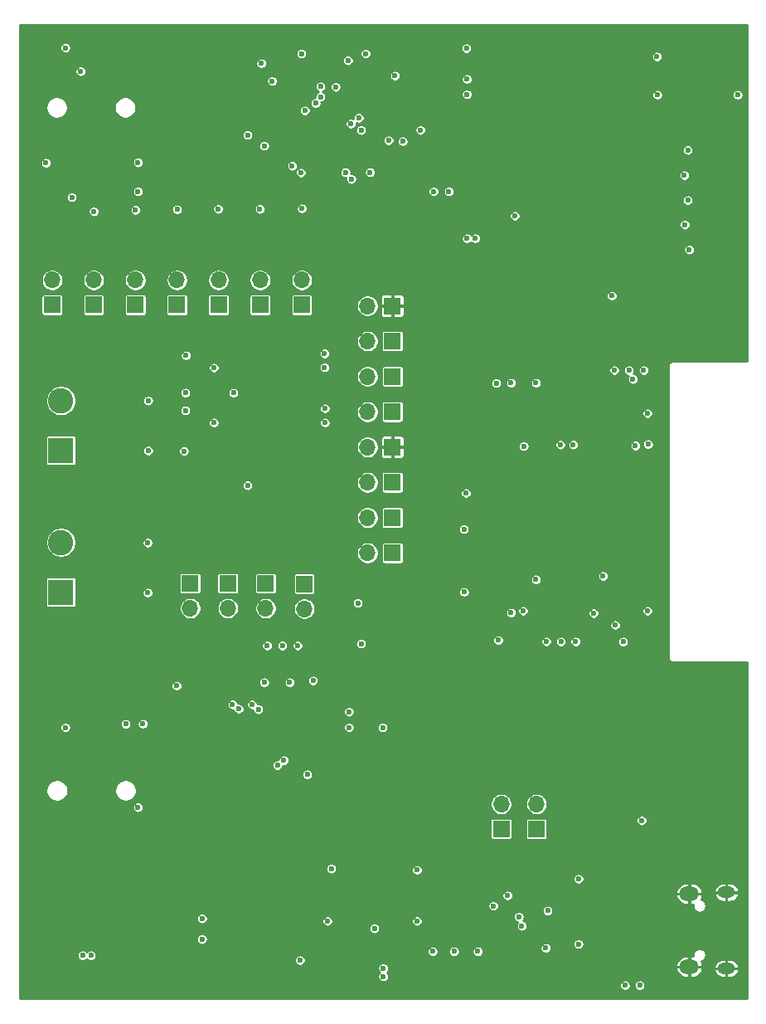
<source format=gbl>
G04 #@! TF.GenerationSoftware,KiCad,Pcbnew,(5.1.5)-2*
G04 #@! TF.CreationDate,2019-12-07T22:19:07+01:00*
G04 #@! TF.ProjectId,VS1053-ESP32-Eval,56533130-3533-42d4-9553-5033322d4576,rev?*
G04 #@! TF.SameCoordinates,PX63b8cf0PY8c94480*
G04 #@! TF.FileFunction,Copper,L4,Bot*
G04 #@! TF.FilePolarity,Positive*
%FSLAX46Y46*%
G04 Gerber Fmt 4.6, Leading zero omitted, Abs format (unit mm)*
G04 Created by KiCad (PCBNEW (5.1.5)-2) date 2019-12-07 22:19:07*
%MOMM*%
%LPD*%
G04 APERTURE LIST*
%ADD10O,1.700000X1.700000*%
%ADD11R,1.700000X1.700000*%
%ADD12C,2.600000*%
%ADD13R,2.600000X2.600000*%
%ADD14O,1.800000X1.150000*%
%ADD15O,2.000000X1.450000*%
%ADD16C,0.600000*%
%ADD17C,0.254000*%
G04 APERTURE END LIST*
D10*
X35894000Y56608000D03*
D11*
X38434000Y56608000D03*
D10*
X35894000Y53008000D03*
D11*
X38434000Y53008000D03*
D10*
X35894000Y49408000D03*
D11*
X38434000Y49408000D03*
D10*
X35894000Y45808000D03*
D11*
X38434000Y45808000D03*
D10*
X35894000Y71008000D03*
D11*
X38434000Y71008000D03*
D10*
X35894000Y67408000D03*
D11*
X38434000Y67408000D03*
D10*
X35894000Y63808000D03*
D11*
X38434000Y63808000D03*
D10*
X35894000Y60208000D03*
D11*
X38434000Y60208000D03*
D10*
X3684000Y73648000D03*
D11*
X3684000Y71108000D03*
D10*
X7934000Y73648000D03*
D11*
X7934000Y71108000D03*
D10*
X12184000Y73648000D03*
D11*
X12184000Y71108000D03*
D10*
X16434000Y73648000D03*
D11*
X16434000Y71108000D03*
D10*
X20684000Y73648000D03*
D11*
X20684000Y71108000D03*
D10*
X24934000Y73648000D03*
D11*
X24934000Y71108000D03*
D10*
X29184000Y73648000D03*
D11*
X29184000Y71108000D03*
D10*
X49550000Y20190000D03*
D11*
X49550000Y17650000D03*
D10*
X53150000Y20190000D03*
D11*
X53150000Y17650000D03*
D10*
X21634000Y40168000D03*
D11*
X21634000Y42708000D03*
D10*
X25500000Y40160000D03*
D11*
X25500000Y42700000D03*
D10*
X17784000Y40168000D03*
D11*
X17784000Y42708000D03*
D10*
X29450000Y40110000D03*
D11*
X29450000Y42650000D03*
D12*
X4584000Y46888000D03*
D13*
X4584000Y41808000D03*
D12*
X4584000Y61338000D03*
D13*
X4584000Y56258000D03*
D14*
X72550000Y11175000D03*
X72550000Y3425000D03*
D15*
X68750000Y11025000D03*
X68750000Y3575000D03*
D16*
X47150000Y5150000D03*
X37500000Y3450000D03*
X37500000Y2600000D03*
X29000000Y4250000D03*
X19000000Y6400000D03*
X19000000Y8500000D03*
X14988500Y56579500D03*
X14018000Y59116000D03*
X14018000Y63166000D03*
X14018000Y64716000D03*
X31884000Y36358000D03*
X30334000Y36358000D03*
X18050000Y28362500D03*
X16400000Y28362500D03*
X14750000Y28362500D03*
X57250000Y52200000D03*
X59400000Y52200000D03*
X59400000Y50000000D03*
X57250000Y50000000D03*
X58300000Y49000000D03*
X58300000Y53050000D03*
X60300000Y51100000D03*
X58300000Y51100000D03*
X56300000Y51050000D03*
X56300000Y49000000D03*
X60300000Y49000000D03*
X60300000Y53050000D03*
X56300000Y53000000D03*
X54600000Y66150000D03*
X64500000Y63550000D03*
X64100000Y67950000D03*
X62600000Y67950000D03*
X67350000Y8600000D03*
X62750000Y4350000D03*
X59600000Y2800000D03*
X63700000Y8750000D03*
X54150000Y7400000D03*
X58550000Y8400000D03*
X51350000Y6800000D03*
X48350000Y5950000D03*
X46650000Y55700000D03*
X65800000Y60100000D03*
X65800000Y56950000D03*
X61100000Y67950000D03*
X65800000Y39850000D03*
X65800000Y43050000D03*
X54050000Y72050000D03*
X34000000Y3450000D03*
X20250000Y19250000D03*
X3050000Y15850000D03*
X3100000Y19800000D03*
X21500000Y35800000D03*
X11200000Y31950000D03*
X24600000Y21100000D03*
X32150000Y17650000D03*
X31950000Y24100000D03*
X26000000Y26900000D03*
X25350000Y24700000D03*
X21450000Y26850000D03*
X13550000Y59750000D03*
X13550000Y58000000D03*
X13500000Y43350000D03*
X13500000Y45300000D03*
X20250000Y57800000D03*
X20250000Y63400000D03*
X21050000Y53950000D03*
X68350000Y74200000D03*
X46000000Y89600000D03*
X46000000Y95800000D03*
X46550000Y27500000D03*
X21600000Y7400000D03*
X3300000Y4750000D03*
X3300000Y2800000D03*
X18200000Y2800000D03*
X14900000Y2800000D03*
X13150000Y96550000D03*
X7800000Y85750000D03*
X17200000Y85800000D03*
X23450000Y32650000D03*
X54350000Y80200000D03*
X51150000Y75600000D03*
X47950000Y75600000D03*
X19250000Y97400000D03*
X30150000Y82100000D03*
X32650000Y82100000D03*
X35150000Y82100000D03*
X32450000Y78200000D03*
X40750000Y75650000D03*
X31150000Y87700000D03*
X33150000Y87800000D03*
X34150000Y87800000D03*
X41300000Y93450000D03*
X41300000Y91950000D03*
X41300000Y90450000D03*
X35300000Y92950000D03*
X35150000Y93700000D03*
X33650000Y93550000D03*
X30150000Y99200000D03*
X31650000Y99200000D03*
X33150000Y99200000D03*
X34650000Y99200000D03*
X29400000Y91950000D03*
X23650000Y89950000D03*
X23650000Y91450000D03*
X23650000Y92950000D03*
X30075733Y93575723D03*
X42650000Y86300000D03*
X44200000Y86300000D03*
X12950000Y28362500D03*
X11200000Y28350000D03*
X63000000Y63550000D03*
X64100000Y64450000D03*
X62600000Y64450000D03*
X61100000Y64450000D03*
X64500000Y60050000D03*
X64550000Y56900000D03*
X60850000Y72050000D03*
X29750000Y23200000D03*
X25350000Y32600000D03*
X30334000Y32784000D03*
X37450000Y28000000D03*
X20200000Y59100000D03*
X20200000Y64700000D03*
X68600000Y86900000D03*
X73700000Y92550000D03*
X6800000Y4750000D03*
X7650000Y4750000D03*
X50950000Y80200000D03*
X29100000Y84600000D03*
X33650000Y84650000D03*
X38700000Y94500000D03*
X29500000Y90950000D03*
X16400000Y32250000D03*
X46000000Y97300000D03*
X29150000Y96750000D03*
X35700000Y96750000D03*
X46050000Y77900000D03*
X46900000Y77900000D03*
X36150000Y84650000D03*
X26150000Y93950000D03*
X25350000Y87350000D03*
X39500000Y87800000D03*
X42650000Y82700000D03*
X44200000Y82700000D03*
X46050000Y94150000D03*
X31100000Y92350000D03*
X46050000Y92600000D03*
X30600000Y91700000D03*
X13500000Y61350000D03*
X17300000Y62150000D03*
X13450000Y46850000D03*
X17150000Y56200000D03*
X13500000Y56250000D03*
X17350000Y65950000D03*
X13450000Y41750000D03*
X17300000Y60350000D03*
X50550000Y63150000D03*
X68300000Y79300000D03*
X49050000Y63137500D03*
X68250000Y84350000D03*
X45750000Y48237500D03*
X68750000Y76750000D03*
X45950000Y51912500D03*
X68600000Y81800000D03*
X12450000Y19850000D03*
X24750000Y29850000D03*
X5050000Y28000000D03*
X24100000Y30350000D03*
X12450000Y85650000D03*
X31100000Y93400000D03*
X12450000Y82700000D03*
X3050000Y85600000D03*
X32650000Y93350000D03*
X5700000Y82100000D03*
X5050000Y97350000D03*
X6600000Y94950000D03*
X33900000Y96050000D03*
X27950000Y32600000D03*
X53100000Y63150000D03*
X25650000Y36350000D03*
X51850000Y56700000D03*
X28750000Y36350000D03*
X56900000Y56850000D03*
X27200000Y36350000D03*
X55600000Y56850000D03*
X61200000Y38450000D03*
X57450000Y12550000D03*
X62000000Y36750000D03*
X51650000Y7750000D03*
X29200000Y80950000D03*
X41300000Y88950000D03*
X50550000Y39699994D03*
X24900000Y80900000D03*
X35000000Y90200000D03*
X45761968Y41825010D03*
X20650000Y80900000D03*
X34200000Y89600002D03*
X54150000Y36762500D03*
X16450000Y80850000D03*
X34250000Y83950000D03*
X55650000Y36762500D03*
X28200000Y85300000D03*
X12205191Y80799978D03*
X57150545Y36765293D03*
X7950000Y80650000D03*
X23650000Y88450000D03*
X51800000Y39900000D03*
X25050000Y95750000D03*
X53100000Y43100000D03*
X31500000Y64750000D03*
X22750000Y29900000D03*
X35250000Y36550000D03*
X31500000Y66150000D03*
X31550000Y59100000D03*
X22100000Y30350000D03*
X34900000Y40700000D03*
X31550000Y60550000D03*
X32200000Y13600000D03*
X63250000Y56750000D03*
X48750000Y9800000D03*
X40950000Y8250000D03*
X31800000Y8250000D03*
X49250008Y36900000D03*
X50200000Y10850000D03*
X40950000Y13450000D03*
X36600000Y7500000D03*
X54300000Y9300000D03*
X63900000Y18500000D03*
X44750000Y5150000D03*
X27350000Y24650000D03*
X34000000Y28000000D03*
X59950000Y43450000D03*
X26700000Y24150000D03*
X34000000Y29600000D03*
X59000000Y39650000D03*
X65500000Y92550000D03*
X38050000Y87900000D03*
X64500000Y39900000D03*
X23650000Y52700000D03*
X22200000Y62150000D03*
X65450000Y96450000D03*
X35250000Y88950000D03*
X62200000Y1700000D03*
X63700000Y1700000D03*
X57450000Y5900000D03*
X42550000Y5150000D03*
X54100000Y5500000D03*
X51350000Y8700000D03*
D17*
G36*
X74643000Y65357000D02*
G01*
X67017534Y65357000D01*
X67000000Y65358727D01*
X66982466Y65357000D01*
X66930016Y65351834D01*
X66862721Y65331421D01*
X66800702Y65298271D01*
X66746342Y65253658D01*
X66701729Y65199298D01*
X66668579Y65137279D01*
X66648166Y65069984D01*
X66641273Y65000000D01*
X66643001Y64982456D01*
X66643000Y35017534D01*
X66641273Y35000000D01*
X66648166Y34930016D01*
X66668579Y34862721D01*
X66701729Y34800702D01*
X66746342Y34746342D01*
X66800702Y34701729D01*
X66862721Y34668579D01*
X66930016Y34648166D01*
X67000000Y34641273D01*
X67017534Y34643000D01*
X74643001Y34643000D01*
X74643000Y357000D01*
X357000Y357000D01*
X357000Y1756830D01*
X61623000Y1756830D01*
X61623000Y1643170D01*
X61645174Y1531695D01*
X61688669Y1426688D01*
X61751815Y1332184D01*
X61832184Y1251815D01*
X61926688Y1188669D01*
X62031695Y1145174D01*
X62143170Y1123000D01*
X62256830Y1123000D01*
X62368305Y1145174D01*
X62473312Y1188669D01*
X62567816Y1251815D01*
X62648185Y1332184D01*
X62711331Y1426688D01*
X62754826Y1531695D01*
X62777000Y1643170D01*
X62777000Y1756830D01*
X63123000Y1756830D01*
X63123000Y1643170D01*
X63145174Y1531695D01*
X63188669Y1426688D01*
X63251815Y1332184D01*
X63332184Y1251815D01*
X63426688Y1188669D01*
X63531695Y1145174D01*
X63643170Y1123000D01*
X63756830Y1123000D01*
X63868305Y1145174D01*
X63973312Y1188669D01*
X64067816Y1251815D01*
X64148185Y1332184D01*
X64211331Y1426688D01*
X64254826Y1531695D01*
X64277000Y1643170D01*
X64277000Y1756830D01*
X64254826Y1868305D01*
X64211331Y1973312D01*
X64148185Y2067816D01*
X64067816Y2148185D01*
X63973312Y2211331D01*
X63868305Y2254826D01*
X63756830Y2277000D01*
X63643170Y2277000D01*
X63531695Y2254826D01*
X63426688Y2211331D01*
X63332184Y2148185D01*
X63251815Y2067816D01*
X63188669Y1973312D01*
X63145174Y1868305D01*
X63123000Y1756830D01*
X62777000Y1756830D01*
X62754826Y1868305D01*
X62711331Y1973312D01*
X62648185Y2067816D01*
X62567816Y2148185D01*
X62473312Y2211331D01*
X62368305Y2254826D01*
X62256830Y2277000D01*
X62143170Y2277000D01*
X62031695Y2254826D01*
X61926688Y2211331D01*
X61832184Y2148185D01*
X61751815Y2067816D01*
X61688669Y1973312D01*
X61645174Y1868305D01*
X61623000Y1756830D01*
X357000Y1756830D01*
X357000Y3506830D01*
X36923000Y3506830D01*
X36923000Y3393170D01*
X36945174Y3281695D01*
X36988669Y3176688D01*
X37051815Y3082184D01*
X37108999Y3025000D01*
X37051815Y2967816D01*
X36988669Y2873312D01*
X36945174Y2768305D01*
X36923000Y2656830D01*
X36923000Y2543170D01*
X36945174Y2431695D01*
X36988669Y2326688D01*
X37051815Y2232184D01*
X37132184Y2151815D01*
X37226688Y2088669D01*
X37331695Y2045174D01*
X37443170Y2023000D01*
X37556830Y2023000D01*
X37668305Y2045174D01*
X37773312Y2088669D01*
X37867816Y2151815D01*
X37948185Y2232184D01*
X38011331Y2326688D01*
X38054826Y2431695D01*
X38077000Y2543170D01*
X38077000Y2656830D01*
X38054826Y2768305D01*
X38011331Y2873312D01*
X37948185Y2967816D01*
X37891001Y3025000D01*
X37948185Y3082184D01*
X38011331Y3176688D01*
X38054826Y3281695D01*
X38074366Y3379930D01*
X67390402Y3379930D01*
X67448083Y3174533D01*
X67545942Y2981886D01*
X67679504Y2812032D01*
X67843637Y2671499D01*
X68032033Y2565687D01*
X68237452Y2498662D01*
X68452000Y2473000D01*
X68727000Y2473000D01*
X68727000Y3552000D01*
X68773000Y3552000D01*
X68773000Y2473000D01*
X69048000Y2473000D01*
X69262548Y2498662D01*
X69467967Y2565687D01*
X69656363Y2671499D01*
X69820496Y2812032D01*
X69954058Y2981886D01*
X70051917Y3174533D01*
X70074065Y3253401D01*
X71288593Y3253401D01*
X71336665Y3081935D01*
X71420663Y2915221D01*
X71535571Y2768098D01*
X71676973Y2646219D01*
X71839436Y2554268D01*
X72016716Y2495779D01*
X72202000Y2473000D01*
X72527000Y2473000D01*
X72527000Y3402000D01*
X72573000Y3402000D01*
X72573000Y2473000D01*
X72898000Y2473000D01*
X73083284Y2495779D01*
X73260564Y2554268D01*
X73423027Y2646219D01*
X73564429Y2768098D01*
X73679337Y2915221D01*
X73763335Y3081935D01*
X73811407Y3253401D01*
X73732442Y3402000D01*
X72573000Y3402000D01*
X72527000Y3402000D01*
X71367558Y3402000D01*
X71288593Y3253401D01*
X70074065Y3253401D01*
X70109598Y3379930D01*
X70032487Y3552000D01*
X68773000Y3552000D01*
X68727000Y3552000D01*
X67467513Y3552000D01*
X67390402Y3379930D01*
X38074366Y3379930D01*
X38077000Y3393170D01*
X38077000Y3506830D01*
X38059144Y3596599D01*
X71288593Y3596599D01*
X71367558Y3448000D01*
X72527000Y3448000D01*
X72527000Y4377000D01*
X72573000Y4377000D01*
X72573000Y3448000D01*
X73732442Y3448000D01*
X73811407Y3596599D01*
X73763335Y3768065D01*
X73679337Y3934779D01*
X73564429Y4081902D01*
X73423027Y4203781D01*
X73260564Y4295732D01*
X73083284Y4354221D01*
X72898000Y4377000D01*
X72573000Y4377000D01*
X72527000Y4377000D01*
X72202000Y4377000D01*
X72016716Y4354221D01*
X71839436Y4295732D01*
X71676973Y4203781D01*
X71535571Y4081902D01*
X71420663Y3934779D01*
X71336665Y3768065D01*
X71288593Y3596599D01*
X38059144Y3596599D01*
X38054826Y3618305D01*
X38011331Y3723312D01*
X37980089Y3770070D01*
X67390402Y3770070D01*
X67467513Y3598000D01*
X68727000Y3598000D01*
X68727000Y4677000D01*
X68773000Y4677000D01*
X68773000Y3598000D01*
X70032487Y3598000D01*
X70109598Y3770070D01*
X70051917Y3975467D01*
X69966853Y4142925D01*
X69997474Y4149016D01*
X70120680Y4200050D01*
X70231563Y4274140D01*
X70325860Y4368437D01*
X70399950Y4479320D01*
X70450984Y4602526D01*
X70477000Y4733321D01*
X70477000Y4866679D01*
X70450984Y4997474D01*
X70399950Y5120680D01*
X70325860Y5231563D01*
X70231563Y5325860D01*
X70120680Y5399950D01*
X69997474Y5450984D01*
X69866679Y5477000D01*
X69733321Y5477000D01*
X69602526Y5450984D01*
X69479320Y5399950D01*
X69368437Y5325860D01*
X69274140Y5231563D01*
X69200050Y5120680D01*
X69149016Y4997474D01*
X69123000Y4866679D01*
X69123000Y4733321D01*
X69136303Y4666438D01*
X69048000Y4677000D01*
X68773000Y4677000D01*
X68727000Y4677000D01*
X68452000Y4677000D01*
X68237452Y4651338D01*
X68032033Y4584313D01*
X67843637Y4478501D01*
X67679504Y4337968D01*
X67545942Y4168114D01*
X67448083Y3975467D01*
X67390402Y3770070D01*
X37980089Y3770070D01*
X37948185Y3817816D01*
X37867816Y3898185D01*
X37773312Y3961331D01*
X37668305Y4004826D01*
X37556830Y4027000D01*
X37443170Y4027000D01*
X37331695Y4004826D01*
X37226688Y3961331D01*
X37132184Y3898185D01*
X37051815Y3817816D01*
X36988669Y3723312D01*
X36945174Y3618305D01*
X36923000Y3506830D01*
X357000Y3506830D01*
X357000Y4806830D01*
X6223000Y4806830D01*
X6223000Y4693170D01*
X6245174Y4581695D01*
X6288669Y4476688D01*
X6351815Y4382184D01*
X6432184Y4301815D01*
X6526688Y4238669D01*
X6631695Y4195174D01*
X6743170Y4173000D01*
X6856830Y4173000D01*
X6968305Y4195174D01*
X7073312Y4238669D01*
X7167816Y4301815D01*
X7225000Y4358999D01*
X7282184Y4301815D01*
X7376688Y4238669D01*
X7481695Y4195174D01*
X7593170Y4173000D01*
X7706830Y4173000D01*
X7818305Y4195174D01*
X7923312Y4238669D01*
X8017816Y4301815D01*
X8022831Y4306830D01*
X28423000Y4306830D01*
X28423000Y4193170D01*
X28445174Y4081695D01*
X28488669Y3976688D01*
X28551815Y3882184D01*
X28632184Y3801815D01*
X28726688Y3738669D01*
X28831695Y3695174D01*
X28943170Y3673000D01*
X29056830Y3673000D01*
X29168305Y3695174D01*
X29273312Y3738669D01*
X29367816Y3801815D01*
X29448185Y3882184D01*
X29511331Y3976688D01*
X29554826Y4081695D01*
X29577000Y4193170D01*
X29577000Y4306830D01*
X29554826Y4418305D01*
X29511331Y4523312D01*
X29448185Y4617816D01*
X29367816Y4698185D01*
X29273312Y4761331D01*
X29168305Y4804826D01*
X29056830Y4827000D01*
X28943170Y4827000D01*
X28831695Y4804826D01*
X28726688Y4761331D01*
X28632184Y4698185D01*
X28551815Y4617816D01*
X28488669Y4523312D01*
X28445174Y4418305D01*
X28423000Y4306830D01*
X8022831Y4306830D01*
X8098185Y4382184D01*
X8161331Y4476688D01*
X8204826Y4581695D01*
X8227000Y4693170D01*
X8227000Y4806830D01*
X8204826Y4918305D01*
X8161331Y5023312D01*
X8098185Y5117816D01*
X8017816Y5198185D01*
X8004878Y5206830D01*
X41973000Y5206830D01*
X41973000Y5093170D01*
X41995174Y4981695D01*
X42038669Y4876688D01*
X42101815Y4782184D01*
X42182184Y4701815D01*
X42276688Y4638669D01*
X42381695Y4595174D01*
X42493170Y4573000D01*
X42606830Y4573000D01*
X42718305Y4595174D01*
X42823312Y4638669D01*
X42917816Y4701815D01*
X42998185Y4782184D01*
X43061331Y4876688D01*
X43104826Y4981695D01*
X43127000Y5093170D01*
X43127000Y5206830D01*
X44173000Y5206830D01*
X44173000Y5093170D01*
X44195174Y4981695D01*
X44238669Y4876688D01*
X44301815Y4782184D01*
X44382184Y4701815D01*
X44476688Y4638669D01*
X44581695Y4595174D01*
X44693170Y4573000D01*
X44806830Y4573000D01*
X44918305Y4595174D01*
X45023312Y4638669D01*
X45117816Y4701815D01*
X45198185Y4782184D01*
X45261331Y4876688D01*
X45304826Y4981695D01*
X45327000Y5093170D01*
X45327000Y5206830D01*
X46573000Y5206830D01*
X46573000Y5093170D01*
X46595174Y4981695D01*
X46638669Y4876688D01*
X46701815Y4782184D01*
X46782184Y4701815D01*
X46876688Y4638669D01*
X46981695Y4595174D01*
X47093170Y4573000D01*
X47206830Y4573000D01*
X47318305Y4595174D01*
X47423312Y4638669D01*
X47517816Y4701815D01*
X47598185Y4782184D01*
X47661331Y4876688D01*
X47704826Y4981695D01*
X47727000Y5093170D01*
X47727000Y5206830D01*
X47704826Y5318305D01*
X47661331Y5423312D01*
X47598185Y5517816D01*
X47559171Y5556830D01*
X53523000Y5556830D01*
X53523000Y5443170D01*
X53545174Y5331695D01*
X53588669Y5226688D01*
X53651815Y5132184D01*
X53732184Y5051815D01*
X53826688Y4988669D01*
X53931695Y4945174D01*
X54043170Y4923000D01*
X54156830Y4923000D01*
X54268305Y4945174D01*
X54373312Y4988669D01*
X54467816Y5051815D01*
X54548185Y5132184D01*
X54611331Y5226688D01*
X54654826Y5331695D01*
X54677000Y5443170D01*
X54677000Y5556830D01*
X54654826Y5668305D01*
X54611331Y5773312D01*
X54548185Y5867816D01*
X54467816Y5948185D01*
X54454878Y5956830D01*
X56873000Y5956830D01*
X56873000Y5843170D01*
X56895174Y5731695D01*
X56938669Y5626688D01*
X57001815Y5532184D01*
X57082184Y5451815D01*
X57176688Y5388669D01*
X57281695Y5345174D01*
X57393170Y5323000D01*
X57506830Y5323000D01*
X57618305Y5345174D01*
X57723312Y5388669D01*
X57817816Y5451815D01*
X57898185Y5532184D01*
X57961331Y5626688D01*
X58004826Y5731695D01*
X58027000Y5843170D01*
X58027000Y5956830D01*
X58004826Y6068305D01*
X57961331Y6173312D01*
X57898185Y6267816D01*
X57817816Y6348185D01*
X57723312Y6411331D01*
X57618305Y6454826D01*
X57506830Y6477000D01*
X57393170Y6477000D01*
X57281695Y6454826D01*
X57176688Y6411331D01*
X57082184Y6348185D01*
X57001815Y6267816D01*
X56938669Y6173312D01*
X56895174Y6068305D01*
X56873000Y5956830D01*
X54454878Y5956830D01*
X54373312Y6011331D01*
X54268305Y6054826D01*
X54156830Y6077000D01*
X54043170Y6077000D01*
X53931695Y6054826D01*
X53826688Y6011331D01*
X53732184Y5948185D01*
X53651815Y5867816D01*
X53588669Y5773312D01*
X53545174Y5668305D01*
X53523000Y5556830D01*
X47559171Y5556830D01*
X47517816Y5598185D01*
X47423312Y5661331D01*
X47318305Y5704826D01*
X47206830Y5727000D01*
X47093170Y5727000D01*
X46981695Y5704826D01*
X46876688Y5661331D01*
X46782184Y5598185D01*
X46701815Y5517816D01*
X46638669Y5423312D01*
X46595174Y5318305D01*
X46573000Y5206830D01*
X45327000Y5206830D01*
X45304826Y5318305D01*
X45261331Y5423312D01*
X45198185Y5517816D01*
X45117816Y5598185D01*
X45023312Y5661331D01*
X44918305Y5704826D01*
X44806830Y5727000D01*
X44693170Y5727000D01*
X44581695Y5704826D01*
X44476688Y5661331D01*
X44382184Y5598185D01*
X44301815Y5517816D01*
X44238669Y5423312D01*
X44195174Y5318305D01*
X44173000Y5206830D01*
X43127000Y5206830D01*
X43104826Y5318305D01*
X43061331Y5423312D01*
X42998185Y5517816D01*
X42917816Y5598185D01*
X42823312Y5661331D01*
X42718305Y5704826D01*
X42606830Y5727000D01*
X42493170Y5727000D01*
X42381695Y5704826D01*
X42276688Y5661331D01*
X42182184Y5598185D01*
X42101815Y5517816D01*
X42038669Y5423312D01*
X41995174Y5318305D01*
X41973000Y5206830D01*
X8004878Y5206830D01*
X7923312Y5261331D01*
X7818305Y5304826D01*
X7706830Y5327000D01*
X7593170Y5327000D01*
X7481695Y5304826D01*
X7376688Y5261331D01*
X7282184Y5198185D01*
X7225000Y5141001D01*
X7167816Y5198185D01*
X7073312Y5261331D01*
X6968305Y5304826D01*
X6856830Y5327000D01*
X6743170Y5327000D01*
X6631695Y5304826D01*
X6526688Y5261331D01*
X6432184Y5198185D01*
X6351815Y5117816D01*
X6288669Y5023312D01*
X6245174Y4918305D01*
X6223000Y4806830D01*
X357000Y4806830D01*
X357000Y6456830D01*
X18423000Y6456830D01*
X18423000Y6343170D01*
X18445174Y6231695D01*
X18488669Y6126688D01*
X18551815Y6032184D01*
X18632184Y5951815D01*
X18726688Y5888669D01*
X18831695Y5845174D01*
X18943170Y5823000D01*
X19056830Y5823000D01*
X19168305Y5845174D01*
X19273312Y5888669D01*
X19367816Y5951815D01*
X19448185Y6032184D01*
X19511331Y6126688D01*
X19554826Y6231695D01*
X19577000Y6343170D01*
X19577000Y6456830D01*
X19554826Y6568305D01*
X19511331Y6673312D01*
X19448185Y6767816D01*
X19367816Y6848185D01*
X19273312Y6911331D01*
X19168305Y6954826D01*
X19056830Y6977000D01*
X18943170Y6977000D01*
X18831695Y6954826D01*
X18726688Y6911331D01*
X18632184Y6848185D01*
X18551815Y6767816D01*
X18488669Y6673312D01*
X18445174Y6568305D01*
X18423000Y6456830D01*
X357000Y6456830D01*
X357000Y7556830D01*
X36023000Y7556830D01*
X36023000Y7443170D01*
X36045174Y7331695D01*
X36088669Y7226688D01*
X36151815Y7132184D01*
X36232184Y7051815D01*
X36326688Y6988669D01*
X36431695Y6945174D01*
X36543170Y6923000D01*
X36656830Y6923000D01*
X36768305Y6945174D01*
X36873312Y6988669D01*
X36967816Y7051815D01*
X37048185Y7132184D01*
X37111331Y7226688D01*
X37154826Y7331695D01*
X37177000Y7443170D01*
X37177000Y7556830D01*
X37154826Y7668305D01*
X37111331Y7773312D01*
X37048185Y7867816D01*
X36967816Y7948185D01*
X36873312Y8011331D01*
X36768305Y8054826D01*
X36656830Y8077000D01*
X36543170Y8077000D01*
X36431695Y8054826D01*
X36326688Y8011331D01*
X36232184Y7948185D01*
X36151815Y7867816D01*
X36088669Y7773312D01*
X36045174Y7668305D01*
X36023000Y7556830D01*
X357000Y7556830D01*
X357000Y8556830D01*
X18423000Y8556830D01*
X18423000Y8443170D01*
X18445174Y8331695D01*
X18488669Y8226688D01*
X18551815Y8132184D01*
X18632184Y8051815D01*
X18726688Y7988669D01*
X18831695Y7945174D01*
X18943170Y7923000D01*
X19056830Y7923000D01*
X19168305Y7945174D01*
X19273312Y7988669D01*
X19367816Y8051815D01*
X19448185Y8132184D01*
X19511331Y8226688D01*
X19544526Y8306830D01*
X31223000Y8306830D01*
X31223000Y8193170D01*
X31245174Y8081695D01*
X31288669Y7976688D01*
X31351815Y7882184D01*
X31432184Y7801815D01*
X31526688Y7738669D01*
X31631695Y7695174D01*
X31743170Y7673000D01*
X31856830Y7673000D01*
X31968305Y7695174D01*
X32073312Y7738669D01*
X32167816Y7801815D01*
X32248185Y7882184D01*
X32311331Y7976688D01*
X32354826Y8081695D01*
X32377000Y8193170D01*
X32377000Y8306830D01*
X40373000Y8306830D01*
X40373000Y8193170D01*
X40395174Y8081695D01*
X40438669Y7976688D01*
X40501815Y7882184D01*
X40582184Y7801815D01*
X40676688Y7738669D01*
X40781695Y7695174D01*
X40893170Y7673000D01*
X41006830Y7673000D01*
X41118305Y7695174D01*
X41223312Y7738669D01*
X41317816Y7801815D01*
X41398185Y7882184D01*
X41461331Y7976688D01*
X41504826Y8081695D01*
X41527000Y8193170D01*
X41527000Y8306830D01*
X41504826Y8418305D01*
X41461331Y8523312D01*
X41398185Y8617816D01*
X41317816Y8698185D01*
X41230049Y8756830D01*
X50773000Y8756830D01*
X50773000Y8643170D01*
X50795174Y8531695D01*
X50838669Y8426688D01*
X50901815Y8332184D01*
X50982184Y8251815D01*
X51076688Y8188669D01*
X51181695Y8145174D01*
X51221296Y8137297D01*
X51201815Y8117816D01*
X51138669Y8023312D01*
X51095174Y7918305D01*
X51073000Y7806830D01*
X51073000Y7693170D01*
X51095174Y7581695D01*
X51138669Y7476688D01*
X51201815Y7382184D01*
X51282184Y7301815D01*
X51376688Y7238669D01*
X51481695Y7195174D01*
X51593170Y7173000D01*
X51706830Y7173000D01*
X51818305Y7195174D01*
X51923312Y7238669D01*
X52017816Y7301815D01*
X52098185Y7382184D01*
X52161331Y7476688D01*
X52204826Y7581695D01*
X52227000Y7693170D01*
X52227000Y7806830D01*
X52204826Y7918305D01*
X52161331Y8023312D01*
X52098185Y8117816D01*
X52017816Y8198185D01*
X51923312Y8261331D01*
X51818305Y8304826D01*
X51778704Y8312703D01*
X51798185Y8332184D01*
X51861331Y8426688D01*
X51904826Y8531695D01*
X51927000Y8643170D01*
X51927000Y8756830D01*
X51904826Y8868305D01*
X51861331Y8973312D01*
X51798185Y9067816D01*
X51717816Y9148185D01*
X51623312Y9211331D01*
X51518305Y9254826D01*
X51406830Y9277000D01*
X51293170Y9277000D01*
X51181695Y9254826D01*
X51076688Y9211331D01*
X50982184Y9148185D01*
X50901815Y9067816D01*
X50838669Y8973312D01*
X50795174Y8868305D01*
X50773000Y8756830D01*
X41230049Y8756830D01*
X41223312Y8761331D01*
X41118305Y8804826D01*
X41006830Y8827000D01*
X40893170Y8827000D01*
X40781695Y8804826D01*
X40676688Y8761331D01*
X40582184Y8698185D01*
X40501815Y8617816D01*
X40438669Y8523312D01*
X40395174Y8418305D01*
X40373000Y8306830D01*
X32377000Y8306830D01*
X32354826Y8418305D01*
X32311331Y8523312D01*
X32248185Y8617816D01*
X32167816Y8698185D01*
X32073312Y8761331D01*
X31968305Y8804826D01*
X31856830Y8827000D01*
X31743170Y8827000D01*
X31631695Y8804826D01*
X31526688Y8761331D01*
X31432184Y8698185D01*
X31351815Y8617816D01*
X31288669Y8523312D01*
X31245174Y8418305D01*
X31223000Y8306830D01*
X19544526Y8306830D01*
X19554826Y8331695D01*
X19577000Y8443170D01*
X19577000Y8556830D01*
X19554826Y8668305D01*
X19511331Y8773312D01*
X19448185Y8867816D01*
X19367816Y8948185D01*
X19273312Y9011331D01*
X19168305Y9054826D01*
X19056830Y9077000D01*
X18943170Y9077000D01*
X18831695Y9054826D01*
X18726688Y9011331D01*
X18632184Y8948185D01*
X18551815Y8867816D01*
X18488669Y8773312D01*
X18445174Y8668305D01*
X18423000Y8556830D01*
X357000Y8556830D01*
X357000Y9856830D01*
X48173000Y9856830D01*
X48173000Y9743170D01*
X48195174Y9631695D01*
X48238669Y9526688D01*
X48301815Y9432184D01*
X48382184Y9351815D01*
X48476688Y9288669D01*
X48581695Y9245174D01*
X48693170Y9223000D01*
X48806830Y9223000D01*
X48918305Y9245174D01*
X49023312Y9288669D01*
X49117816Y9351815D01*
X49122831Y9356830D01*
X53723000Y9356830D01*
X53723000Y9243170D01*
X53745174Y9131695D01*
X53788669Y9026688D01*
X53851815Y8932184D01*
X53932184Y8851815D01*
X54026688Y8788669D01*
X54131695Y8745174D01*
X54243170Y8723000D01*
X54356830Y8723000D01*
X54468305Y8745174D01*
X54573312Y8788669D01*
X54667816Y8851815D01*
X54748185Y8932184D01*
X54811331Y9026688D01*
X54854826Y9131695D01*
X54877000Y9243170D01*
X54877000Y9356830D01*
X54854826Y9468305D01*
X54811331Y9573312D01*
X54748185Y9667816D01*
X54667816Y9748185D01*
X54573312Y9811331D01*
X54468305Y9854826D01*
X54356830Y9877000D01*
X54243170Y9877000D01*
X54131695Y9854826D01*
X54026688Y9811331D01*
X53932184Y9748185D01*
X53851815Y9667816D01*
X53788669Y9573312D01*
X53745174Y9468305D01*
X53723000Y9356830D01*
X49122831Y9356830D01*
X49198185Y9432184D01*
X49261331Y9526688D01*
X49304826Y9631695D01*
X49327000Y9743170D01*
X49327000Y9856830D01*
X49304826Y9968305D01*
X49261331Y10073312D01*
X49198185Y10167816D01*
X49117816Y10248185D01*
X49023312Y10311331D01*
X48918305Y10354826D01*
X48806830Y10377000D01*
X48693170Y10377000D01*
X48581695Y10354826D01*
X48476688Y10311331D01*
X48382184Y10248185D01*
X48301815Y10167816D01*
X48238669Y10073312D01*
X48195174Y9968305D01*
X48173000Y9856830D01*
X357000Y9856830D01*
X357000Y10906830D01*
X49623000Y10906830D01*
X49623000Y10793170D01*
X49645174Y10681695D01*
X49688669Y10576688D01*
X49751815Y10482184D01*
X49832184Y10401815D01*
X49926688Y10338669D01*
X50031695Y10295174D01*
X50143170Y10273000D01*
X50256830Y10273000D01*
X50368305Y10295174D01*
X50473312Y10338669D01*
X50567816Y10401815D01*
X50648185Y10482184D01*
X50711331Y10576688D01*
X50754826Y10681695D01*
X50777000Y10793170D01*
X50777000Y10829930D01*
X67390402Y10829930D01*
X67448083Y10624533D01*
X67545942Y10431886D01*
X67679504Y10262032D01*
X67843637Y10121499D01*
X68032033Y10015687D01*
X68237452Y9948662D01*
X68452000Y9923000D01*
X68727000Y9923000D01*
X68727000Y11002000D01*
X68773000Y11002000D01*
X68773000Y9923000D01*
X69048000Y9923000D01*
X69136303Y9933562D01*
X69123000Y9866679D01*
X69123000Y9733321D01*
X69149016Y9602526D01*
X69200050Y9479320D01*
X69274140Y9368437D01*
X69368437Y9274140D01*
X69479320Y9200050D01*
X69602526Y9149016D01*
X69733321Y9123000D01*
X69866679Y9123000D01*
X69997474Y9149016D01*
X70120680Y9200050D01*
X70231563Y9274140D01*
X70325860Y9368437D01*
X70399950Y9479320D01*
X70450984Y9602526D01*
X70477000Y9733321D01*
X70477000Y9866679D01*
X70450984Y9997474D01*
X70399950Y10120680D01*
X70325860Y10231563D01*
X70231563Y10325860D01*
X70120680Y10399950D01*
X69997474Y10450984D01*
X69966853Y10457075D01*
X70051917Y10624533D01*
X70109598Y10829930D01*
X70032487Y11002000D01*
X68773000Y11002000D01*
X68727000Y11002000D01*
X67467513Y11002000D01*
X67390402Y10829930D01*
X50777000Y10829930D01*
X50777000Y10906830D01*
X50757791Y11003401D01*
X71288593Y11003401D01*
X71336665Y10831935D01*
X71420663Y10665221D01*
X71535571Y10518098D01*
X71676973Y10396219D01*
X71839436Y10304268D01*
X72016716Y10245779D01*
X72202000Y10223000D01*
X72527000Y10223000D01*
X72527000Y11152000D01*
X72573000Y11152000D01*
X72573000Y10223000D01*
X72898000Y10223000D01*
X73083284Y10245779D01*
X73260564Y10304268D01*
X73423027Y10396219D01*
X73564429Y10518098D01*
X73679337Y10665221D01*
X73763335Y10831935D01*
X73811407Y11003401D01*
X73732442Y11152000D01*
X72573000Y11152000D01*
X72527000Y11152000D01*
X71367558Y11152000D01*
X71288593Y11003401D01*
X50757791Y11003401D01*
X50754826Y11018305D01*
X50711331Y11123312D01*
X50648185Y11217816D01*
X50645931Y11220070D01*
X67390402Y11220070D01*
X67467513Y11048000D01*
X68727000Y11048000D01*
X68727000Y12127000D01*
X68773000Y12127000D01*
X68773000Y11048000D01*
X70032487Y11048000D01*
X70109598Y11220070D01*
X70074066Y11346599D01*
X71288593Y11346599D01*
X71367558Y11198000D01*
X72527000Y11198000D01*
X72527000Y12127000D01*
X72573000Y12127000D01*
X72573000Y11198000D01*
X73732442Y11198000D01*
X73811407Y11346599D01*
X73763335Y11518065D01*
X73679337Y11684779D01*
X73564429Y11831902D01*
X73423027Y11953781D01*
X73260564Y12045732D01*
X73083284Y12104221D01*
X72898000Y12127000D01*
X72573000Y12127000D01*
X72527000Y12127000D01*
X72202000Y12127000D01*
X72016716Y12104221D01*
X71839436Y12045732D01*
X71676973Y11953781D01*
X71535571Y11831902D01*
X71420663Y11684779D01*
X71336665Y11518065D01*
X71288593Y11346599D01*
X70074066Y11346599D01*
X70051917Y11425467D01*
X69954058Y11618114D01*
X69820496Y11787968D01*
X69656363Y11928501D01*
X69467967Y12034313D01*
X69262548Y12101338D01*
X69048000Y12127000D01*
X68773000Y12127000D01*
X68727000Y12127000D01*
X68452000Y12127000D01*
X68237452Y12101338D01*
X68032033Y12034313D01*
X67843637Y11928501D01*
X67679504Y11787968D01*
X67545942Y11618114D01*
X67448083Y11425467D01*
X67390402Y11220070D01*
X50645931Y11220070D01*
X50567816Y11298185D01*
X50473312Y11361331D01*
X50368305Y11404826D01*
X50256830Y11427000D01*
X50143170Y11427000D01*
X50031695Y11404826D01*
X49926688Y11361331D01*
X49832184Y11298185D01*
X49751815Y11217816D01*
X49688669Y11123312D01*
X49645174Y11018305D01*
X49623000Y10906830D01*
X357000Y10906830D01*
X357000Y12606830D01*
X56873000Y12606830D01*
X56873000Y12493170D01*
X56895174Y12381695D01*
X56938669Y12276688D01*
X57001815Y12182184D01*
X57082184Y12101815D01*
X57176688Y12038669D01*
X57281695Y11995174D01*
X57393170Y11973000D01*
X57506830Y11973000D01*
X57618305Y11995174D01*
X57723312Y12038669D01*
X57817816Y12101815D01*
X57898185Y12182184D01*
X57961331Y12276688D01*
X58004826Y12381695D01*
X58027000Y12493170D01*
X58027000Y12606830D01*
X58004826Y12718305D01*
X57961331Y12823312D01*
X57898185Y12917816D01*
X57817816Y12998185D01*
X57723312Y13061331D01*
X57618305Y13104826D01*
X57506830Y13127000D01*
X57393170Y13127000D01*
X57281695Y13104826D01*
X57176688Y13061331D01*
X57082184Y12998185D01*
X57001815Y12917816D01*
X56938669Y12823312D01*
X56895174Y12718305D01*
X56873000Y12606830D01*
X357000Y12606830D01*
X357000Y13656830D01*
X31623000Y13656830D01*
X31623000Y13543170D01*
X31645174Y13431695D01*
X31688669Y13326688D01*
X31751815Y13232184D01*
X31832184Y13151815D01*
X31926688Y13088669D01*
X32031695Y13045174D01*
X32143170Y13023000D01*
X32256830Y13023000D01*
X32368305Y13045174D01*
X32473312Y13088669D01*
X32567816Y13151815D01*
X32648185Y13232184D01*
X32711331Y13326688D01*
X32754826Y13431695D01*
X32769771Y13506830D01*
X40373000Y13506830D01*
X40373000Y13393170D01*
X40395174Y13281695D01*
X40438669Y13176688D01*
X40501815Y13082184D01*
X40582184Y13001815D01*
X40676688Y12938669D01*
X40781695Y12895174D01*
X40893170Y12873000D01*
X41006830Y12873000D01*
X41118305Y12895174D01*
X41223312Y12938669D01*
X41317816Y13001815D01*
X41398185Y13082184D01*
X41461331Y13176688D01*
X41504826Y13281695D01*
X41527000Y13393170D01*
X41527000Y13506830D01*
X41504826Y13618305D01*
X41461331Y13723312D01*
X41398185Y13817816D01*
X41317816Y13898185D01*
X41223312Y13961331D01*
X41118305Y14004826D01*
X41006830Y14027000D01*
X40893170Y14027000D01*
X40781695Y14004826D01*
X40676688Y13961331D01*
X40582184Y13898185D01*
X40501815Y13817816D01*
X40438669Y13723312D01*
X40395174Y13618305D01*
X40373000Y13506830D01*
X32769771Y13506830D01*
X32777000Y13543170D01*
X32777000Y13656830D01*
X32754826Y13768305D01*
X32711331Y13873312D01*
X32648185Y13967816D01*
X32567816Y14048185D01*
X32473312Y14111331D01*
X32368305Y14154826D01*
X32256830Y14177000D01*
X32143170Y14177000D01*
X32031695Y14154826D01*
X31926688Y14111331D01*
X31832184Y14048185D01*
X31751815Y13967816D01*
X31688669Y13873312D01*
X31645174Y13768305D01*
X31623000Y13656830D01*
X357000Y13656830D01*
X357000Y18500000D01*
X48421660Y18500000D01*
X48421660Y16800000D01*
X48427008Y16745699D01*
X48442847Y16693484D01*
X48468569Y16645363D01*
X48503184Y16603184D01*
X48545363Y16568569D01*
X48593484Y16542847D01*
X48645699Y16527008D01*
X48700000Y16521660D01*
X50400000Y16521660D01*
X50454301Y16527008D01*
X50506516Y16542847D01*
X50554637Y16568569D01*
X50596816Y16603184D01*
X50631431Y16645363D01*
X50657153Y16693484D01*
X50672992Y16745699D01*
X50678340Y16800000D01*
X50678340Y18500000D01*
X52021660Y18500000D01*
X52021660Y16800000D01*
X52027008Y16745699D01*
X52042847Y16693484D01*
X52068569Y16645363D01*
X52103184Y16603184D01*
X52145363Y16568569D01*
X52193484Y16542847D01*
X52245699Y16527008D01*
X52300000Y16521660D01*
X54000000Y16521660D01*
X54054301Y16527008D01*
X54106516Y16542847D01*
X54154637Y16568569D01*
X54196816Y16603184D01*
X54231431Y16645363D01*
X54257153Y16693484D01*
X54272992Y16745699D01*
X54278340Y16800000D01*
X54278340Y18500000D01*
X54272992Y18554301D01*
X54272225Y18556830D01*
X63323000Y18556830D01*
X63323000Y18443170D01*
X63345174Y18331695D01*
X63388669Y18226688D01*
X63451815Y18132184D01*
X63532184Y18051815D01*
X63626688Y17988669D01*
X63731695Y17945174D01*
X63843170Y17923000D01*
X63956830Y17923000D01*
X64068305Y17945174D01*
X64173312Y17988669D01*
X64267816Y18051815D01*
X64348185Y18132184D01*
X64411331Y18226688D01*
X64454826Y18331695D01*
X64477000Y18443170D01*
X64477000Y18556830D01*
X64454826Y18668305D01*
X64411331Y18773312D01*
X64348185Y18867816D01*
X64267816Y18948185D01*
X64173312Y19011331D01*
X64068305Y19054826D01*
X63956830Y19077000D01*
X63843170Y19077000D01*
X63731695Y19054826D01*
X63626688Y19011331D01*
X63532184Y18948185D01*
X63451815Y18867816D01*
X63388669Y18773312D01*
X63345174Y18668305D01*
X63323000Y18556830D01*
X54272225Y18556830D01*
X54257153Y18606516D01*
X54231431Y18654637D01*
X54196816Y18696816D01*
X54154637Y18731431D01*
X54106516Y18757153D01*
X54054301Y18772992D01*
X54000000Y18778340D01*
X52300000Y18778340D01*
X52245699Y18772992D01*
X52193484Y18757153D01*
X52145363Y18731431D01*
X52103184Y18696816D01*
X52068569Y18654637D01*
X52042847Y18606516D01*
X52027008Y18554301D01*
X52021660Y18500000D01*
X50678340Y18500000D01*
X50672992Y18554301D01*
X50657153Y18606516D01*
X50631431Y18654637D01*
X50596816Y18696816D01*
X50554637Y18731431D01*
X50506516Y18757153D01*
X50454301Y18772992D01*
X50400000Y18778340D01*
X48700000Y18778340D01*
X48645699Y18772992D01*
X48593484Y18757153D01*
X48545363Y18731431D01*
X48503184Y18696816D01*
X48468569Y18654637D01*
X48442847Y18606516D01*
X48427008Y18554301D01*
X48421660Y18500000D01*
X357000Y18500000D01*
X357000Y19906830D01*
X11873000Y19906830D01*
X11873000Y19793170D01*
X11895174Y19681695D01*
X11938669Y19576688D01*
X12001815Y19482184D01*
X12082184Y19401815D01*
X12176688Y19338669D01*
X12281695Y19295174D01*
X12393170Y19273000D01*
X12506830Y19273000D01*
X12618305Y19295174D01*
X12723312Y19338669D01*
X12817816Y19401815D01*
X12898185Y19482184D01*
X12961331Y19576688D01*
X13004826Y19681695D01*
X13027000Y19793170D01*
X13027000Y19906830D01*
X13004826Y20018305D01*
X12961331Y20123312D01*
X12898185Y20217816D01*
X12817816Y20298185D01*
X12813604Y20301000D01*
X48423000Y20301000D01*
X48423000Y20079000D01*
X48466310Y19861266D01*
X48551266Y19656165D01*
X48674602Y19471579D01*
X48831579Y19314602D01*
X49016165Y19191266D01*
X49221266Y19106310D01*
X49439000Y19063000D01*
X49661000Y19063000D01*
X49878734Y19106310D01*
X50083835Y19191266D01*
X50268421Y19314602D01*
X50425398Y19471579D01*
X50548734Y19656165D01*
X50633690Y19861266D01*
X50677000Y20079000D01*
X50677000Y20301000D01*
X52023000Y20301000D01*
X52023000Y20079000D01*
X52066310Y19861266D01*
X52151266Y19656165D01*
X52274602Y19471579D01*
X52431579Y19314602D01*
X52616165Y19191266D01*
X52821266Y19106310D01*
X53039000Y19063000D01*
X53261000Y19063000D01*
X53478734Y19106310D01*
X53683835Y19191266D01*
X53868421Y19314602D01*
X54025398Y19471579D01*
X54148734Y19656165D01*
X54233690Y19861266D01*
X54277000Y20079000D01*
X54277000Y20301000D01*
X54233690Y20518734D01*
X54148734Y20723835D01*
X54025398Y20908421D01*
X53868421Y21065398D01*
X53683835Y21188734D01*
X53478734Y21273690D01*
X53261000Y21317000D01*
X53039000Y21317000D01*
X52821266Y21273690D01*
X52616165Y21188734D01*
X52431579Y21065398D01*
X52274602Y20908421D01*
X52151266Y20723835D01*
X52066310Y20518734D01*
X52023000Y20301000D01*
X50677000Y20301000D01*
X50633690Y20518734D01*
X50548734Y20723835D01*
X50425398Y20908421D01*
X50268421Y21065398D01*
X50083835Y21188734D01*
X49878734Y21273690D01*
X49661000Y21317000D01*
X49439000Y21317000D01*
X49221266Y21273690D01*
X49016165Y21188734D01*
X48831579Y21065398D01*
X48674602Y20908421D01*
X48551266Y20723835D01*
X48466310Y20518734D01*
X48423000Y20301000D01*
X12813604Y20301000D01*
X12723312Y20361331D01*
X12618305Y20404826D01*
X12506830Y20427000D01*
X12393170Y20427000D01*
X12281695Y20404826D01*
X12176688Y20361331D01*
X12082184Y20298185D01*
X12001815Y20217816D01*
X11938669Y20123312D01*
X11895174Y20018305D01*
X11873000Y19906830D01*
X357000Y19906830D01*
X357000Y21669000D01*
X3057000Y21669000D01*
X3057000Y21447000D01*
X3100310Y21229266D01*
X3185266Y21024165D01*
X3308602Y20839579D01*
X3465579Y20682602D01*
X3650165Y20559266D01*
X3855266Y20474310D01*
X4073000Y20431000D01*
X4295000Y20431000D01*
X4512734Y20474310D01*
X4717835Y20559266D01*
X4902421Y20682602D01*
X5059398Y20839579D01*
X5182734Y21024165D01*
X5267690Y21229266D01*
X5311000Y21447000D01*
X5311000Y21669000D01*
X10057000Y21669000D01*
X10057000Y21447000D01*
X10100310Y21229266D01*
X10185266Y21024165D01*
X10308602Y20839579D01*
X10465579Y20682602D01*
X10650165Y20559266D01*
X10855266Y20474310D01*
X11073000Y20431000D01*
X11295000Y20431000D01*
X11512734Y20474310D01*
X11717835Y20559266D01*
X11902421Y20682602D01*
X12059398Y20839579D01*
X12182734Y21024165D01*
X12267690Y21229266D01*
X12311000Y21447000D01*
X12311000Y21669000D01*
X12267690Y21886734D01*
X12182734Y22091835D01*
X12059398Y22276421D01*
X11902421Y22433398D01*
X11717835Y22556734D01*
X11512734Y22641690D01*
X11295000Y22685000D01*
X11073000Y22685000D01*
X10855266Y22641690D01*
X10650165Y22556734D01*
X10465579Y22433398D01*
X10308602Y22276421D01*
X10185266Y22091835D01*
X10100310Y21886734D01*
X10057000Y21669000D01*
X5311000Y21669000D01*
X5267690Y21886734D01*
X5182734Y22091835D01*
X5059398Y22276421D01*
X4902421Y22433398D01*
X4717835Y22556734D01*
X4512734Y22641690D01*
X4295000Y22685000D01*
X4073000Y22685000D01*
X3855266Y22641690D01*
X3650165Y22556734D01*
X3465579Y22433398D01*
X3308602Y22276421D01*
X3185266Y22091835D01*
X3100310Y21886734D01*
X3057000Y21669000D01*
X357000Y21669000D01*
X357000Y23256830D01*
X29173000Y23256830D01*
X29173000Y23143170D01*
X29195174Y23031695D01*
X29238669Y22926688D01*
X29301815Y22832184D01*
X29382184Y22751815D01*
X29476688Y22688669D01*
X29581695Y22645174D01*
X29693170Y22623000D01*
X29806830Y22623000D01*
X29918305Y22645174D01*
X30023312Y22688669D01*
X30117816Y22751815D01*
X30198185Y22832184D01*
X30261331Y22926688D01*
X30304826Y23031695D01*
X30327000Y23143170D01*
X30327000Y23256830D01*
X30304826Y23368305D01*
X30261331Y23473312D01*
X30198185Y23567816D01*
X30117816Y23648185D01*
X30023312Y23711331D01*
X29918305Y23754826D01*
X29806830Y23777000D01*
X29693170Y23777000D01*
X29581695Y23754826D01*
X29476688Y23711331D01*
X29382184Y23648185D01*
X29301815Y23567816D01*
X29238669Y23473312D01*
X29195174Y23368305D01*
X29173000Y23256830D01*
X357000Y23256830D01*
X357000Y24206830D01*
X26123000Y24206830D01*
X26123000Y24093170D01*
X26145174Y23981695D01*
X26188669Y23876688D01*
X26251815Y23782184D01*
X26332184Y23701815D01*
X26426688Y23638669D01*
X26531695Y23595174D01*
X26643170Y23573000D01*
X26756830Y23573000D01*
X26868305Y23595174D01*
X26973312Y23638669D01*
X27067816Y23701815D01*
X27148185Y23782184D01*
X27211331Y23876688D01*
X27254826Y23981695D01*
X27273756Y24076862D01*
X27293170Y24073000D01*
X27406830Y24073000D01*
X27518305Y24095174D01*
X27623312Y24138669D01*
X27717816Y24201815D01*
X27798185Y24282184D01*
X27861331Y24376688D01*
X27904826Y24481695D01*
X27927000Y24593170D01*
X27927000Y24706830D01*
X27904826Y24818305D01*
X27861331Y24923312D01*
X27798185Y25017816D01*
X27717816Y25098185D01*
X27623312Y25161331D01*
X27518305Y25204826D01*
X27406830Y25227000D01*
X27293170Y25227000D01*
X27181695Y25204826D01*
X27076688Y25161331D01*
X26982184Y25098185D01*
X26901815Y25017816D01*
X26838669Y24923312D01*
X26795174Y24818305D01*
X26776244Y24723138D01*
X26756830Y24727000D01*
X26643170Y24727000D01*
X26531695Y24704826D01*
X26426688Y24661331D01*
X26332184Y24598185D01*
X26251815Y24517816D01*
X26188669Y24423312D01*
X26145174Y24318305D01*
X26123000Y24206830D01*
X357000Y24206830D01*
X357000Y28056830D01*
X4473000Y28056830D01*
X4473000Y27943170D01*
X4495174Y27831695D01*
X4538669Y27726688D01*
X4601815Y27632184D01*
X4682184Y27551815D01*
X4776688Y27488669D01*
X4881695Y27445174D01*
X4993170Y27423000D01*
X5106830Y27423000D01*
X5218305Y27445174D01*
X5323312Y27488669D01*
X5417816Y27551815D01*
X5498185Y27632184D01*
X5561331Y27726688D01*
X5604826Y27831695D01*
X5627000Y27943170D01*
X5627000Y28056830D01*
X5604826Y28168305D01*
X5561331Y28273312D01*
X5498185Y28367816D01*
X5459171Y28406830D01*
X10623000Y28406830D01*
X10623000Y28293170D01*
X10645174Y28181695D01*
X10688669Y28076688D01*
X10751815Y27982184D01*
X10832184Y27901815D01*
X10926688Y27838669D01*
X11031695Y27795174D01*
X11143170Y27773000D01*
X11256830Y27773000D01*
X11368305Y27795174D01*
X11473312Y27838669D01*
X11567816Y27901815D01*
X11648185Y27982184D01*
X11711331Y28076688D01*
X11754826Y28181695D01*
X11777000Y28293170D01*
X11777000Y28406830D01*
X11774514Y28419330D01*
X12373000Y28419330D01*
X12373000Y28305670D01*
X12395174Y28194195D01*
X12438669Y28089188D01*
X12501815Y27994684D01*
X12582184Y27914315D01*
X12676688Y27851169D01*
X12781695Y27807674D01*
X12893170Y27785500D01*
X13006830Y27785500D01*
X13118305Y27807674D01*
X13223312Y27851169D01*
X13317816Y27914315D01*
X13398185Y27994684D01*
X13439709Y28056830D01*
X33423000Y28056830D01*
X33423000Y27943170D01*
X33445174Y27831695D01*
X33488669Y27726688D01*
X33551815Y27632184D01*
X33632184Y27551815D01*
X33726688Y27488669D01*
X33831695Y27445174D01*
X33943170Y27423000D01*
X34056830Y27423000D01*
X34168305Y27445174D01*
X34273312Y27488669D01*
X34367816Y27551815D01*
X34448185Y27632184D01*
X34511331Y27726688D01*
X34554826Y27831695D01*
X34577000Y27943170D01*
X34577000Y28056830D01*
X36873000Y28056830D01*
X36873000Y27943170D01*
X36895174Y27831695D01*
X36938669Y27726688D01*
X37001815Y27632184D01*
X37082184Y27551815D01*
X37176688Y27488669D01*
X37281695Y27445174D01*
X37393170Y27423000D01*
X37506830Y27423000D01*
X37618305Y27445174D01*
X37723312Y27488669D01*
X37817816Y27551815D01*
X37898185Y27632184D01*
X37961331Y27726688D01*
X38004826Y27831695D01*
X38027000Y27943170D01*
X38027000Y28056830D01*
X38004826Y28168305D01*
X37961331Y28273312D01*
X37898185Y28367816D01*
X37817816Y28448185D01*
X37723312Y28511331D01*
X37618305Y28554826D01*
X37506830Y28577000D01*
X37393170Y28577000D01*
X37281695Y28554826D01*
X37176688Y28511331D01*
X37082184Y28448185D01*
X37001815Y28367816D01*
X36938669Y28273312D01*
X36895174Y28168305D01*
X36873000Y28056830D01*
X34577000Y28056830D01*
X34554826Y28168305D01*
X34511331Y28273312D01*
X34448185Y28367816D01*
X34367816Y28448185D01*
X34273312Y28511331D01*
X34168305Y28554826D01*
X34056830Y28577000D01*
X33943170Y28577000D01*
X33831695Y28554826D01*
X33726688Y28511331D01*
X33632184Y28448185D01*
X33551815Y28367816D01*
X33488669Y28273312D01*
X33445174Y28168305D01*
X33423000Y28056830D01*
X13439709Y28056830D01*
X13461331Y28089188D01*
X13504826Y28194195D01*
X13527000Y28305670D01*
X13527000Y28419330D01*
X13504826Y28530805D01*
X13461331Y28635812D01*
X13398185Y28730316D01*
X13317816Y28810685D01*
X13223312Y28873831D01*
X13118305Y28917326D01*
X13006830Y28939500D01*
X12893170Y28939500D01*
X12781695Y28917326D01*
X12676688Y28873831D01*
X12582184Y28810685D01*
X12501815Y28730316D01*
X12438669Y28635812D01*
X12395174Y28530805D01*
X12373000Y28419330D01*
X11774514Y28419330D01*
X11754826Y28518305D01*
X11711331Y28623312D01*
X11648185Y28717816D01*
X11567816Y28798185D01*
X11473312Y28861331D01*
X11368305Y28904826D01*
X11256830Y28927000D01*
X11143170Y28927000D01*
X11031695Y28904826D01*
X10926688Y28861331D01*
X10832184Y28798185D01*
X10751815Y28717816D01*
X10688669Y28623312D01*
X10645174Y28518305D01*
X10623000Y28406830D01*
X5459171Y28406830D01*
X5417816Y28448185D01*
X5323312Y28511331D01*
X5218305Y28554826D01*
X5106830Y28577000D01*
X4993170Y28577000D01*
X4881695Y28554826D01*
X4776688Y28511331D01*
X4682184Y28448185D01*
X4601815Y28367816D01*
X4538669Y28273312D01*
X4495174Y28168305D01*
X4473000Y28056830D01*
X357000Y28056830D01*
X357000Y30406830D01*
X21523000Y30406830D01*
X21523000Y30293170D01*
X21545174Y30181695D01*
X21588669Y30076688D01*
X21651815Y29982184D01*
X21732184Y29901815D01*
X21826688Y29838669D01*
X21931695Y29795174D01*
X22043170Y29773000D01*
X22156830Y29773000D01*
X22185811Y29778765D01*
X22195174Y29731695D01*
X22238669Y29626688D01*
X22301815Y29532184D01*
X22382184Y29451815D01*
X22476688Y29388669D01*
X22581695Y29345174D01*
X22693170Y29323000D01*
X22806830Y29323000D01*
X22918305Y29345174D01*
X23023312Y29388669D01*
X23117816Y29451815D01*
X23198185Y29532184D01*
X23261331Y29626688D01*
X23304826Y29731695D01*
X23327000Y29843170D01*
X23327000Y29956830D01*
X23304826Y30068305D01*
X23261331Y30173312D01*
X23198185Y30267816D01*
X23117816Y30348185D01*
X23030049Y30406830D01*
X23523000Y30406830D01*
X23523000Y30293170D01*
X23545174Y30181695D01*
X23588669Y30076688D01*
X23651815Y29982184D01*
X23732184Y29901815D01*
X23826688Y29838669D01*
X23931695Y29795174D01*
X24043170Y29773000D01*
X24156830Y29773000D01*
X24176244Y29776862D01*
X24195174Y29681695D01*
X24238669Y29576688D01*
X24301815Y29482184D01*
X24382184Y29401815D01*
X24476688Y29338669D01*
X24581695Y29295174D01*
X24693170Y29273000D01*
X24806830Y29273000D01*
X24918305Y29295174D01*
X25023312Y29338669D01*
X25117816Y29401815D01*
X25198185Y29482184D01*
X25261331Y29576688D01*
X25294526Y29656830D01*
X33423000Y29656830D01*
X33423000Y29543170D01*
X33445174Y29431695D01*
X33488669Y29326688D01*
X33551815Y29232184D01*
X33632184Y29151815D01*
X33726688Y29088669D01*
X33831695Y29045174D01*
X33943170Y29023000D01*
X34056830Y29023000D01*
X34168305Y29045174D01*
X34273312Y29088669D01*
X34367816Y29151815D01*
X34448185Y29232184D01*
X34511331Y29326688D01*
X34554826Y29431695D01*
X34577000Y29543170D01*
X34577000Y29656830D01*
X34554826Y29768305D01*
X34511331Y29873312D01*
X34448185Y29967816D01*
X34367816Y30048185D01*
X34273312Y30111331D01*
X34168305Y30154826D01*
X34056830Y30177000D01*
X33943170Y30177000D01*
X33831695Y30154826D01*
X33726688Y30111331D01*
X33632184Y30048185D01*
X33551815Y29967816D01*
X33488669Y29873312D01*
X33445174Y29768305D01*
X33423000Y29656830D01*
X25294526Y29656830D01*
X25304826Y29681695D01*
X25327000Y29793170D01*
X25327000Y29906830D01*
X25304826Y30018305D01*
X25261331Y30123312D01*
X25198185Y30217816D01*
X25117816Y30298185D01*
X25023312Y30361331D01*
X24918305Y30404826D01*
X24806830Y30427000D01*
X24693170Y30427000D01*
X24673756Y30423138D01*
X24654826Y30518305D01*
X24611331Y30623312D01*
X24548185Y30717816D01*
X24467816Y30798185D01*
X24373312Y30861331D01*
X24268305Y30904826D01*
X24156830Y30927000D01*
X24043170Y30927000D01*
X23931695Y30904826D01*
X23826688Y30861331D01*
X23732184Y30798185D01*
X23651815Y30717816D01*
X23588669Y30623312D01*
X23545174Y30518305D01*
X23523000Y30406830D01*
X23030049Y30406830D01*
X23023312Y30411331D01*
X22918305Y30454826D01*
X22806830Y30477000D01*
X22693170Y30477000D01*
X22664189Y30471235D01*
X22654826Y30518305D01*
X22611331Y30623312D01*
X22548185Y30717816D01*
X22467816Y30798185D01*
X22373312Y30861331D01*
X22268305Y30904826D01*
X22156830Y30927000D01*
X22043170Y30927000D01*
X21931695Y30904826D01*
X21826688Y30861331D01*
X21732184Y30798185D01*
X21651815Y30717816D01*
X21588669Y30623312D01*
X21545174Y30518305D01*
X21523000Y30406830D01*
X357000Y30406830D01*
X357000Y32306830D01*
X15823000Y32306830D01*
X15823000Y32193170D01*
X15845174Y32081695D01*
X15888669Y31976688D01*
X15951815Y31882184D01*
X16032184Y31801815D01*
X16126688Y31738669D01*
X16231695Y31695174D01*
X16343170Y31673000D01*
X16456830Y31673000D01*
X16568305Y31695174D01*
X16673312Y31738669D01*
X16767816Y31801815D01*
X16848185Y31882184D01*
X16911331Y31976688D01*
X16954826Y32081695D01*
X16977000Y32193170D01*
X16977000Y32306830D01*
X16954826Y32418305D01*
X16911331Y32523312D01*
X16848185Y32617816D01*
X16809171Y32656830D01*
X24773000Y32656830D01*
X24773000Y32543170D01*
X24795174Y32431695D01*
X24838669Y32326688D01*
X24901815Y32232184D01*
X24982184Y32151815D01*
X25076688Y32088669D01*
X25181695Y32045174D01*
X25293170Y32023000D01*
X25406830Y32023000D01*
X25518305Y32045174D01*
X25623312Y32088669D01*
X25717816Y32151815D01*
X25798185Y32232184D01*
X25861331Y32326688D01*
X25904826Y32431695D01*
X25927000Y32543170D01*
X25927000Y32656830D01*
X27373000Y32656830D01*
X27373000Y32543170D01*
X27395174Y32431695D01*
X27438669Y32326688D01*
X27501815Y32232184D01*
X27582184Y32151815D01*
X27676688Y32088669D01*
X27781695Y32045174D01*
X27893170Y32023000D01*
X28006830Y32023000D01*
X28118305Y32045174D01*
X28223312Y32088669D01*
X28317816Y32151815D01*
X28398185Y32232184D01*
X28461331Y32326688D01*
X28504826Y32431695D01*
X28527000Y32543170D01*
X28527000Y32656830D01*
X28504826Y32768305D01*
X28474786Y32840830D01*
X29757000Y32840830D01*
X29757000Y32727170D01*
X29779174Y32615695D01*
X29822669Y32510688D01*
X29885815Y32416184D01*
X29966184Y32335815D01*
X30060688Y32272669D01*
X30165695Y32229174D01*
X30277170Y32207000D01*
X30390830Y32207000D01*
X30502305Y32229174D01*
X30607312Y32272669D01*
X30701816Y32335815D01*
X30782185Y32416184D01*
X30845331Y32510688D01*
X30888826Y32615695D01*
X30911000Y32727170D01*
X30911000Y32840830D01*
X30888826Y32952305D01*
X30845331Y33057312D01*
X30782185Y33151816D01*
X30701816Y33232185D01*
X30607312Y33295331D01*
X30502305Y33338826D01*
X30390830Y33361000D01*
X30277170Y33361000D01*
X30165695Y33338826D01*
X30060688Y33295331D01*
X29966184Y33232185D01*
X29885815Y33151816D01*
X29822669Y33057312D01*
X29779174Y32952305D01*
X29757000Y32840830D01*
X28474786Y32840830D01*
X28461331Y32873312D01*
X28398185Y32967816D01*
X28317816Y33048185D01*
X28223312Y33111331D01*
X28118305Y33154826D01*
X28006830Y33177000D01*
X27893170Y33177000D01*
X27781695Y33154826D01*
X27676688Y33111331D01*
X27582184Y33048185D01*
X27501815Y32967816D01*
X27438669Y32873312D01*
X27395174Y32768305D01*
X27373000Y32656830D01*
X25927000Y32656830D01*
X25904826Y32768305D01*
X25861331Y32873312D01*
X25798185Y32967816D01*
X25717816Y33048185D01*
X25623312Y33111331D01*
X25518305Y33154826D01*
X25406830Y33177000D01*
X25293170Y33177000D01*
X25181695Y33154826D01*
X25076688Y33111331D01*
X24982184Y33048185D01*
X24901815Y32967816D01*
X24838669Y32873312D01*
X24795174Y32768305D01*
X24773000Y32656830D01*
X16809171Y32656830D01*
X16767816Y32698185D01*
X16673312Y32761331D01*
X16568305Y32804826D01*
X16456830Y32827000D01*
X16343170Y32827000D01*
X16231695Y32804826D01*
X16126688Y32761331D01*
X16032184Y32698185D01*
X15951815Y32617816D01*
X15888669Y32523312D01*
X15845174Y32418305D01*
X15823000Y32306830D01*
X357000Y32306830D01*
X357000Y36406830D01*
X25073000Y36406830D01*
X25073000Y36293170D01*
X25095174Y36181695D01*
X25138669Y36076688D01*
X25201815Y35982184D01*
X25282184Y35901815D01*
X25376688Y35838669D01*
X25481695Y35795174D01*
X25593170Y35773000D01*
X25706830Y35773000D01*
X25818305Y35795174D01*
X25923312Y35838669D01*
X26017816Y35901815D01*
X26098185Y35982184D01*
X26161331Y36076688D01*
X26204826Y36181695D01*
X26227000Y36293170D01*
X26227000Y36406830D01*
X26623000Y36406830D01*
X26623000Y36293170D01*
X26645174Y36181695D01*
X26688669Y36076688D01*
X26751815Y35982184D01*
X26832184Y35901815D01*
X26926688Y35838669D01*
X27031695Y35795174D01*
X27143170Y35773000D01*
X27256830Y35773000D01*
X27368305Y35795174D01*
X27473312Y35838669D01*
X27567816Y35901815D01*
X27648185Y35982184D01*
X27711331Y36076688D01*
X27754826Y36181695D01*
X27777000Y36293170D01*
X27777000Y36406830D01*
X28173000Y36406830D01*
X28173000Y36293170D01*
X28195174Y36181695D01*
X28238669Y36076688D01*
X28301815Y35982184D01*
X28382184Y35901815D01*
X28476688Y35838669D01*
X28581695Y35795174D01*
X28693170Y35773000D01*
X28806830Y35773000D01*
X28918305Y35795174D01*
X29023312Y35838669D01*
X29117816Y35901815D01*
X29198185Y35982184D01*
X29261331Y36076688D01*
X29304826Y36181695D01*
X29327000Y36293170D01*
X29327000Y36406830D01*
X29304826Y36518305D01*
X29268159Y36606830D01*
X34673000Y36606830D01*
X34673000Y36493170D01*
X34695174Y36381695D01*
X34738669Y36276688D01*
X34801815Y36182184D01*
X34882184Y36101815D01*
X34976688Y36038669D01*
X35081695Y35995174D01*
X35193170Y35973000D01*
X35306830Y35973000D01*
X35418305Y35995174D01*
X35523312Y36038669D01*
X35617816Y36101815D01*
X35698185Y36182184D01*
X35761331Y36276688D01*
X35804826Y36381695D01*
X35827000Y36493170D01*
X35827000Y36606830D01*
X35804826Y36718305D01*
X35761331Y36823312D01*
X35698185Y36917816D01*
X35659171Y36956830D01*
X48673008Y36956830D01*
X48673008Y36843170D01*
X48695182Y36731695D01*
X48738677Y36626688D01*
X48801823Y36532184D01*
X48882192Y36451815D01*
X48976696Y36388669D01*
X49081703Y36345174D01*
X49193178Y36323000D01*
X49306838Y36323000D01*
X49418313Y36345174D01*
X49523320Y36388669D01*
X49617824Y36451815D01*
X49698193Y36532184D01*
X49761339Y36626688D01*
X49804834Y36731695D01*
X49822265Y36819330D01*
X53573000Y36819330D01*
X53573000Y36705670D01*
X53595174Y36594195D01*
X53638669Y36489188D01*
X53701815Y36394684D01*
X53782184Y36314315D01*
X53876688Y36251169D01*
X53981695Y36207674D01*
X54093170Y36185500D01*
X54206830Y36185500D01*
X54318305Y36207674D01*
X54423312Y36251169D01*
X54517816Y36314315D01*
X54598185Y36394684D01*
X54661331Y36489188D01*
X54704826Y36594195D01*
X54727000Y36705670D01*
X54727000Y36819330D01*
X55073000Y36819330D01*
X55073000Y36705670D01*
X55095174Y36594195D01*
X55138669Y36489188D01*
X55201815Y36394684D01*
X55282184Y36314315D01*
X55376688Y36251169D01*
X55481695Y36207674D01*
X55593170Y36185500D01*
X55706830Y36185500D01*
X55818305Y36207674D01*
X55923312Y36251169D01*
X56017816Y36314315D01*
X56098185Y36394684D01*
X56161331Y36489188D01*
X56204826Y36594195D01*
X56227000Y36705670D01*
X56227000Y36819330D01*
X56226445Y36822123D01*
X56573545Y36822123D01*
X56573545Y36708463D01*
X56595719Y36596988D01*
X56639214Y36491981D01*
X56702360Y36397477D01*
X56782729Y36317108D01*
X56877233Y36253962D01*
X56982240Y36210467D01*
X57093715Y36188293D01*
X57207375Y36188293D01*
X57318850Y36210467D01*
X57423857Y36253962D01*
X57518361Y36317108D01*
X57598730Y36397477D01*
X57661876Y36491981D01*
X57705371Y36596988D01*
X57727545Y36708463D01*
X57727545Y36806830D01*
X61423000Y36806830D01*
X61423000Y36693170D01*
X61445174Y36581695D01*
X61488669Y36476688D01*
X61551815Y36382184D01*
X61632184Y36301815D01*
X61726688Y36238669D01*
X61831695Y36195174D01*
X61943170Y36173000D01*
X62056830Y36173000D01*
X62168305Y36195174D01*
X62273312Y36238669D01*
X62367816Y36301815D01*
X62448185Y36382184D01*
X62511331Y36476688D01*
X62554826Y36581695D01*
X62577000Y36693170D01*
X62577000Y36806830D01*
X62554826Y36918305D01*
X62511331Y37023312D01*
X62448185Y37117816D01*
X62367816Y37198185D01*
X62273312Y37261331D01*
X62168305Y37304826D01*
X62056830Y37327000D01*
X61943170Y37327000D01*
X61831695Y37304826D01*
X61726688Y37261331D01*
X61632184Y37198185D01*
X61551815Y37117816D01*
X61488669Y37023312D01*
X61445174Y36918305D01*
X61423000Y36806830D01*
X57727545Y36806830D01*
X57727545Y36822123D01*
X57705371Y36933598D01*
X57661876Y37038605D01*
X57598730Y37133109D01*
X57518361Y37213478D01*
X57423857Y37276624D01*
X57318850Y37320119D01*
X57207375Y37342293D01*
X57093715Y37342293D01*
X56982240Y37320119D01*
X56877233Y37276624D01*
X56782729Y37213478D01*
X56702360Y37133109D01*
X56639214Y37038605D01*
X56595719Y36933598D01*
X56573545Y36822123D01*
X56226445Y36822123D01*
X56204826Y36930805D01*
X56161331Y37035812D01*
X56098185Y37130316D01*
X56017816Y37210685D01*
X55923312Y37273831D01*
X55818305Y37317326D01*
X55706830Y37339500D01*
X55593170Y37339500D01*
X55481695Y37317326D01*
X55376688Y37273831D01*
X55282184Y37210685D01*
X55201815Y37130316D01*
X55138669Y37035812D01*
X55095174Y36930805D01*
X55073000Y36819330D01*
X54727000Y36819330D01*
X54704826Y36930805D01*
X54661331Y37035812D01*
X54598185Y37130316D01*
X54517816Y37210685D01*
X54423312Y37273831D01*
X54318305Y37317326D01*
X54206830Y37339500D01*
X54093170Y37339500D01*
X53981695Y37317326D01*
X53876688Y37273831D01*
X53782184Y37210685D01*
X53701815Y37130316D01*
X53638669Y37035812D01*
X53595174Y36930805D01*
X53573000Y36819330D01*
X49822265Y36819330D01*
X49827008Y36843170D01*
X49827008Y36956830D01*
X49804834Y37068305D01*
X49761339Y37173312D01*
X49698193Y37267816D01*
X49617824Y37348185D01*
X49523320Y37411331D01*
X49418313Y37454826D01*
X49306838Y37477000D01*
X49193178Y37477000D01*
X49081703Y37454826D01*
X48976696Y37411331D01*
X48882192Y37348185D01*
X48801823Y37267816D01*
X48738677Y37173312D01*
X48695182Y37068305D01*
X48673008Y36956830D01*
X35659171Y36956830D01*
X35617816Y36998185D01*
X35523312Y37061331D01*
X35418305Y37104826D01*
X35306830Y37127000D01*
X35193170Y37127000D01*
X35081695Y37104826D01*
X34976688Y37061331D01*
X34882184Y36998185D01*
X34801815Y36917816D01*
X34738669Y36823312D01*
X34695174Y36718305D01*
X34673000Y36606830D01*
X29268159Y36606830D01*
X29261331Y36623312D01*
X29198185Y36717816D01*
X29117816Y36798185D01*
X29023312Y36861331D01*
X28918305Y36904826D01*
X28806830Y36927000D01*
X28693170Y36927000D01*
X28581695Y36904826D01*
X28476688Y36861331D01*
X28382184Y36798185D01*
X28301815Y36717816D01*
X28238669Y36623312D01*
X28195174Y36518305D01*
X28173000Y36406830D01*
X27777000Y36406830D01*
X27754826Y36518305D01*
X27711331Y36623312D01*
X27648185Y36717816D01*
X27567816Y36798185D01*
X27473312Y36861331D01*
X27368305Y36904826D01*
X27256830Y36927000D01*
X27143170Y36927000D01*
X27031695Y36904826D01*
X26926688Y36861331D01*
X26832184Y36798185D01*
X26751815Y36717816D01*
X26688669Y36623312D01*
X26645174Y36518305D01*
X26623000Y36406830D01*
X26227000Y36406830D01*
X26204826Y36518305D01*
X26161331Y36623312D01*
X26098185Y36717816D01*
X26017816Y36798185D01*
X25923312Y36861331D01*
X25818305Y36904826D01*
X25706830Y36927000D01*
X25593170Y36927000D01*
X25481695Y36904826D01*
X25376688Y36861331D01*
X25282184Y36798185D01*
X25201815Y36717816D01*
X25138669Y36623312D01*
X25095174Y36518305D01*
X25073000Y36406830D01*
X357000Y36406830D01*
X357000Y38506830D01*
X60623000Y38506830D01*
X60623000Y38393170D01*
X60645174Y38281695D01*
X60688669Y38176688D01*
X60751815Y38082184D01*
X60832184Y38001815D01*
X60926688Y37938669D01*
X61031695Y37895174D01*
X61143170Y37873000D01*
X61256830Y37873000D01*
X61368305Y37895174D01*
X61473312Y37938669D01*
X61567816Y38001815D01*
X61648185Y38082184D01*
X61711331Y38176688D01*
X61754826Y38281695D01*
X61777000Y38393170D01*
X61777000Y38506830D01*
X61754826Y38618305D01*
X61711331Y38723312D01*
X61648185Y38817816D01*
X61567816Y38898185D01*
X61473312Y38961331D01*
X61368305Y39004826D01*
X61256830Y39027000D01*
X61143170Y39027000D01*
X61031695Y39004826D01*
X60926688Y38961331D01*
X60832184Y38898185D01*
X60751815Y38817816D01*
X60688669Y38723312D01*
X60645174Y38618305D01*
X60623000Y38506830D01*
X357000Y38506830D01*
X357000Y43108000D01*
X3005660Y43108000D01*
X3005660Y40508000D01*
X3011008Y40453699D01*
X3026847Y40401484D01*
X3052569Y40353363D01*
X3087184Y40311184D01*
X3129363Y40276569D01*
X3177484Y40250847D01*
X3229699Y40235008D01*
X3284000Y40229660D01*
X5884000Y40229660D01*
X5938301Y40235008D01*
X5990516Y40250847D01*
X6038637Y40276569D01*
X6041599Y40279000D01*
X16657000Y40279000D01*
X16657000Y40057000D01*
X16700310Y39839266D01*
X16785266Y39634165D01*
X16908602Y39449579D01*
X17065579Y39292602D01*
X17250165Y39169266D01*
X17455266Y39084310D01*
X17673000Y39041000D01*
X17895000Y39041000D01*
X18112734Y39084310D01*
X18317835Y39169266D01*
X18502421Y39292602D01*
X18659398Y39449579D01*
X18782734Y39634165D01*
X18867690Y39839266D01*
X18911000Y40057000D01*
X18911000Y40279000D01*
X20507000Y40279000D01*
X20507000Y40057000D01*
X20550310Y39839266D01*
X20635266Y39634165D01*
X20758602Y39449579D01*
X20915579Y39292602D01*
X21100165Y39169266D01*
X21305266Y39084310D01*
X21523000Y39041000D01*
X21745000Y39041000D01*
X21962734Y39084310D01*
X22167835Y39169266D01*
X22352421Y39292602D01*
X22509398Y39449579D01*
X22632734Y39634165D01*
X22717690Y39839266D01*
X22761000Y40057000D01*
X22761000Y40271000D01*
X24373000Y40271000D01*
X24373000Y40049000D01*
X24416310Y39831266D01*
X24501266Y39626165D01*
X24624602Y39441579D01*
X24781579Y39284602D01*
X24966165Y39161266D01*
X25171266Y39076310D01*
X25389000Y39033000D01*
X25611000Y39033000D01*
X25828734Y39076310D01*
X26033835Y39161266D01*
X26218421Y39284602D01*
X26375398Y39441579D01*
X26498734Y39626165D01*
X26583690Y39831266D01*
X26627000Y40049000D01*
X26627000Y40221000D01*
X28323000Y40221000D01*
X28323000Y39999000D01*
X28366310Y39781266D01*
X28451266Y39576165D01*
X28574602Y39391579D01*
X28731579Y39234602D01*
X28916165Y39111266D01*
X29121266Y39026310D01*
X29339000Y38983000D01*
X29561000Y38983000D01*
X29778734Y39026310D01*
X29983835Y39111266D01*
X30168421Y39234602D01*
X30325398Y39391579D01*
X30448734Y39576165D01*
X30523565Y39756824D01*
X49973000Y39756824D01*
X49973000Y39643164D01*
X49995174Y39531689D01*
X50038669Y39426682D01*
X50101815Y39332178D01*
X50182184Y39251809D01*
X50276688Y39188663D01*
X50381695Y39145168D01*
X50493170Y39122994D01*
X50606830Y39122994D01*
X50718305Y39145168D01*
X50823312Y39188663D01*
X50917816Y39251809D01*
X50998185Y39332178D01*
X51061331Y39426682D01*
X51104826Y39531689D01*
X51127000Y39643164D01*
X51127000Y39756824D01*
X51104826Y39868299D01*
X51068156Y39956830D01*
X51223000Y39956830D01*
X51223000Y39843170D01*
X51245174Y39731695D01*
X51288669Y39626688D01*
X51351815Y39532184D01*
X51432184Y39451815D01*
X51526688Y39388669D01*
X51631695Y39345174D01*
X51743170Y39323000D01*
X51856830Y39323000D01*
X51968305Y39345174D01*
X52073312Y39388669D01*
X52167816Y39451815D01*
X52248185Y39532184D01*
X52311331Y39626688D01*
X52344526Y39706830D01*
X58423000Y39706830D01*
X58423000Y39593170D01*
X58445174Y39481695D01*
X58488669Y39376688D01*
X58551815Y39282184D01*
X58632184Y39201815D01*
X58726688Y39138669D01*
X58831695Y39095174D01*
X58943170Y39073000D01*
X59056830Y39073000D01*
X59168305Y39095174D01*
X59273312Y39138669D01*
X59367816Y39201815D01*
X59448185Y39282184D01*
X59511331Y39376688D01*
X59554826Y39481695D01*
X59577000Y39593170D01*
X59577000Y39706830D01*
X59554826Y39818305D01*
X59511331Y39923312D01*
X59488935Y39956830D01*
X63923000Y39956830D01*
X63923000Y39843170D01*
X63945174Y39731695D01*
X63988669Y39626688D01*
X64051815Y39532184D01*
X64132184Y39451815D01*
X64226688Y39388669D01*
X64331695Y39345174D01*
X64443170Y39323000D01*
X64556830Y39323000D01*
X64668305Y39345174D01*
X64773312Y39388669D01*
X64867816Y39451815D01*
X64948185Y39532184D01*
X65011331Y39626688D01*
X65054826Y39731695D01*
X65077000Y39843170D01*
X65077000Y39956830D01*
X65054826Y40068305D01*
X65011331Y40173312D01*
X64948185Y40267816D01*
X64867816Y40348185D01*
X64773312Y40411331D01*
X64668305Y40454826D01*
X64556830Y40477000D01*
X64443170Y40477000D01*
X64331695Y40454826D01*
X64226688Y40411331D01*
X64132184Y40348185D01*
X64051815Y40267816D01*
X63988669Y40173312D01*
X63945174Y40068305D01*
X63923000Y39956830D01*
X59488935Y39956830D01*
X59448185Y40017816D01*
X59367816Y40098185D01*
X59273312Y40161331D01*
X59168305Y40204826D01*
X59056830Y40227000D01*
X58943170Y40227000D01*
X58831695Y40204826D01*
X58726688Y40161331D01*
X58632184Y40098185D01*
X58551815Y40017816D01*
X58488669Y39923312D01*
X58445174Y39818305D01*
X58423000Y39706830D01*
X52344526Y39706830D01*
X52354826Y39731695D01*
X52377000Y39843170D01*
X52377000Y39956830D01*
X52354826Y40068305D01*
X52311331Y40173312D01*
X52248185Y40267816D01*
X52167816Y40348185D01*
X52073312Y40411331D01*
X51968305Y40454826D01*
X51856830Y40477000D01*
X51743170Y40477000D01*
X51631695Y40454826D01*
X51526688Y40411331D01*
X51432184Y40348185D01*
X51351815Y40267816D01*
X51288669Y40173312D01*
X51245174Y40068305D01*
X51223000Y39956830D01*
X51068156Y39956830D01*
X51061331Y39973306D01*
X50998185Y40067810D01*
X50917816Y40148179D01*
X50823312Y40211325D01*
X50718305Y40254820D01*
X50606830Y40276994D01*
X50493170Y40276994D01*
X50381695Y40254820D01*
X50276688Y40211325D01*
X50182184Y40148179D01*
X50101815Y40067810D01*
X50038669Y39973306D01*
X49995174Y39868299D01*
X49973000Y39756824D01*
X30523565Y39756824D01*
X30533690Y39781266D01*
X30577000Y39999000D01*
X30577000Y40221000D01*
X30533690Y40438734D01*
X30448734Y40643835D01*
X30373234Y40756830D01*
X34323000Y40756830D01*
X34323000Y40643170D01*
X34345174Y40531695D01*
X34388669Y40426688D01*
X34451815Y40332184D01*
X34532184Y40251815D01*
X34626688Y40188669D01*
X34731695Y40145174D01*
X34843170Y40123000D01*
X34956830Y40123000D01*
X35068305Y40145174D01*
X35173312Y40188669D01*
X35267816Y40251815D01*
X35348185Y40332184D01*
X35411331Y40426688D01*
X35454826Y40531695D01*
X35477000Y40643170D01*
X35477000Y40756830D01*
X35454826Y40868305D01*
X35411331Y40973312D01*
X35348185Y41067816D01*
X35267816Y41148185D01*
X35173312Y41211331D01*
X35068305Y41254826D01*
X34956830Y41277000D01*
X34843170Y41277000D01*
X34731695Y41254826D01*
X34626688Y41211331D01*
X34532184Y41148185D01*
X34451815Y41067816D01*
X34388669Y40973312D01*
X34345174Y40868305D01*
X34323000Y40756830D01*
X30373234Y40756830D01*
X30325398Y40828421D01*
X30168421Y40985398D01*
X29983835Y41108734D01*
X29778734Y41193690D01*
X29561000Y41237000D01*
X29339000Y41237000D01*
X29121266Y41193690D01*
X28916165Y41108734D01*
X28731579Y40985398D01*
X28574602Y40828421D01*
X28451266Y40643835D01*
X28366310Y40438734D01*
X28323000Y40221000D01*
X26627000Y40221000D01*
X26627000Y40271000D01*
X26583690Y40488734D01*
X26498734Y40693835D01*
X26375398Y40878421D01*
X26218421Y41035398D01*
X26033835Y41158734D01*
X25828734Y41243690D01*
X25611000Y41287000D01*
X25389000Y41287000D01*
X25171266Y41243690D01*
X24966165Y41158734D01*
X24781579Y41035398D01*
X24624602Y40878421D01*
X24501266Y40693835D01*
X24416310Y40488734D01*
X24373000Y40271000D01*
X22761000Y40271000D01*
X22761000Y40279000D01*
X22717690Y40496734D01*
X22632734Y40701835D01*
X22509398Y40886421D01*
X22352421Y41043398D01*
X22167835Y41166734D01*
X21962734Y41251690D01*
X21745000Y41295000D01*
X21523000Y41295000D01*
X21305266Y41251690D01*
X21100165Y41166734D01*
X20915579Y41043398D01*
X20758602Y40886421D01*
X20635266Y40701835D01*
X20550310Y40496734D01*
X20507000Y40279000D01*
X18911000Y40279000D01*
X18867690Y40496734D01*
X18782734Y40701835D01*
X18659398Y40886421D01*
X18502421Y41043398D01*
X18317835Y41166734D01*
X18112734Y41251690D01*
X17895000Y41295000D01*
X17673000Y41295000D01*
X17455266Y41251690D01*
X17250165Y41166734D01*
X17065579Y41043398D01*
X16908602Y40886421D01*
X16785266Y40701835D01*
X16700310Y40496734D01*
X16657000Y40279000D01*
X6041599Y40279000D01*
X6080816Y40311184D01*
X6115431Y40353363D01*
X6141153Y40401484D01*
X6156992Y40453699D01*
X6162340Y40508000D01*
X6162340Y41806830D01*
X12873000Y41806830D01*
X12873000Y41693170D01*
X12895174Y41581695D01*
X12938669Y41476688D01*
X13001815Y41382184D01*
X13082184Y41301815D01*
X13176688Y41238669D01*
X13281695Y41195174D01*
X13393170Y41173000D01*
X13506830Y41173000D01*
X13618305Y41195174D01*
X13723312Y41238669D01*
X13817816Y41301815D01*
X13898185Y41382184D01*
X13961331Y41476688D01*
X14004826Y41581695D01*
X14027000Y41693170D01*
X14027000Y41806830D01*
X14004826Y41918305D01*
X13961331Y42023312D01*
X13898185Y42117816D01*
X13817816Y42198185D01*
X13723312Y42261331D01*
X13618305Y42304826D01*
X13506830Y42327000D01*
X13393170Y42327000D01*
X13281695Y42304826D01*
X13176688Y42261331D01*
X13082184Y42198185D01*
X13001815Y42117816D01*
X12938669Y42023312D01*
X12895174Y41918305D01*
X12873000Y41806830D01*
X6162340Y41806830D01*
X6162340Y43108000D01*
X6156992Y43162301D01*
X6141153Y43214516D01*
X6115431Y43262637D01*
X6080816Y43304816D01*
X6038637Y43339431D01*
X5990516Y43365153D01*
X5938301Y43380992D01*
X5884000Y43386340D01*
X3284000Y43386340D01*
X3229699Y43380992D01*
X3177484Y43365153D01*
X3129363Y43339431D01*
X3087184Y43304816D01*
X3052569Y43262637D01*
X3026847Y43214516D01*
X3011008Y43162301D01*
X3005660Y43108000D01*
X357000Y43108000D01*
X357000Y43558000D01*
X16655660Y43558000D01*
X16655660Y41858000D01*
X16661008Y41803699D01*
X16676847Y41751484D01*
X16702569Y41703363D01*
X16737184Y41661184D01*
X16779363Y41626569D01*
X16827484Y41600847D01*
X16879699Y41585008D01*
X16934000Y41579660D01*
X18634000Y41579660D01*
X18688301Y41585008D01*
X18740516Y41600847D01*
X18788637Y41626569D01*
X18830816Y41661184D01*
X18865431Y41703363D01*
X18891153Y41751484D01*
X18906992Y41803699D01*
X18912340Y41858000D01*
X18912340Y43558000D01*
X20505660Y43558000D01*
X20505660Y41858000D01*
X20511008Y41803699D01*
X20526847Y41751484D01*
X20552569Y41703363D01*
X20587184Y41661184D01*
X20629363Y41626569D01*
X20677484Y41600847D01*
X20729699Y41585008D01*
X20784000Y41579660D01*
X22484000Y41579660D01*
X22538301Y41585008D01*
X22590516Y41600847D01*
X22638637Y41626569D01*
X22680816Y41661184D01*
X22715431Y41703363D01*
X22741153Y41751484D01*
X22756992Y41803699D01*
X22762340Y41858000D01*
X22762340Y43550000D01*
X24371660Y43550000D01*
X24371660Y41850000D01*
X24377008Y41795699D01*
X24392847Y41743484D01*
X24418569Y41695363D01*
X24453184Y41653184D01*
X24495363Y41618569D01*
X24543484Y41592847D01*
X24595699Y41577008D01*
X24650000Y41571660D01*
X26350000Y41571660D01*
X26404301Y41577008D01*
X26456516Y41592847D01*
X26504637Y41618569D01*
X26546816Y41653184D01*
X26581431Y41695363D01*
X26607153Y41743484D01*
X26622992Y41795699D01*
X26628340Y41850000D01*
X26628340Y43500000D01*
X28321660Y43500000D01*
X28321660Y41800000D01*
X28327008Y41745699D01*
X28342847Y41693484D01*
X28368569Y41645363D01*
X28403184Y41603184D01*
X28445363Y41568569D01*
X28493484Y41542847D01*
X28545699Y41527008D01*
X28600000Y41521660D01*
X30300000Y41521660D01*
X30354301Y41527008D01*
X30406516Y41542847D01*
X30454637Y41568569D01*
X30496816Y41603184D01*
X30531431Y41645363D01*
X30557153Y41693484D01*
X30572992Y41745699D01*
X30578340Y41800000D01*
X30578340Y41881840D01*
X45184968Y41881840D01*
X45184968Y41768180D01*
X45207142Y41656705D01*
X45250637Y41551698D01*
X45313783Y41457194D01*
X45394152Y41376825D01*
X45488656Y41313679D01*
X45593663Y41270184D01*
X45705138Y41248010D01*
X45818798Y41248010D01*
X45930273Y41270184D01*
X46035280Y41313679D01*
X46129784Y41376825D01*
X46210153Y41457194D01*
X46273299Y41551698D01*
X46316794Y41656705D01*
X46338968Y41768180D01*
X46338968Y41881840D01*
X46316794Y41993315D01*
X46273299Y42098322D01*
X46210153Y42192826D01*
X46129784Y42273195D01*
X46035280Y42336341D01*
X45930273Y42379836D01*
X45818798Y42402010D01*
X45705138Y42402010D01*
X45593663Y42379836D01*
X45488656Y42336341D01*
X45394152Y42273195D01*
X45313783Y42192826D01*
X45250637Y42098322D01*
X45207142Y41993315D01*
X45184968Y41881840D01*
X30578340Y41881840D01*
X30578340Y43156830D01*
X52523000Y43156830D01*
X52523000Y43043170D01*
X52545174Y42931695D01*
X52588669Y42826688D01*
X52651815Y42732184D01*
X52732184Y42651815D01*
X52826688Y42588669D01*
X52931695Y42545174D01*
X53043170Y42523000D01*
X53156830Y42523000D01*
X53268305Y42545174D01*
X53373312Y42588669D01*
X53467816Y42651815D01*
X53548185Y42732184D01*
X53611331Y42826688D01*
X53654826Y42931695D01*
X53677000Y43043170D01*
X53677000Y43156830D01*
X53654826Y43268305D01*
X53611331Y43373312D01*
X53548185Y43467816D01*
X53509171Y43506830D01*
X59373000Y43506830D01*
X59373000Y43393170D01*
X59395174Y43281695D01*
X59438669Y43176688D01*
X59501815Y43082184D01*
X59582184Y43001815D01*
X59676688Y42938669D01*
X59781695Y42895174D01*
X59893170Y42873000D01*
X60006830Y42873000D01*
X60118305Y42895174D01*
X60223312Y42938669D01*
X60317816Y43001815D01*
X60398185Y43082184D01*
X60461331Y43176688D01*
X60504826Y43281695D01*
X60527000Y43393170D01*
X60527000Y43506830D01*
X60504826Y43618305D01*
X60461331Y43723312D01*
X60398185Y43817816D01*
X60317816Y43898185D01*
X60223312Y43961331D01*
X60118305Y44004826D01*
X60006830Y44027000D01*
X59893170Y44027000D01*
X59781695Y44004826D01*
X59676688Y43961331D01*
X59582184Y43898185D01*
X59501815Y43817816D01*
X59438669Y43723312D01*
X59395174Y43618305D01*
X59373000Y43506830D01*
X53509171Y43506830D01*
X53467816Y43548185D01*
X53373312Y43611331D01*
X53268305Y43654826D01*
X53156830Y43677000D01*
X53043170Y43677000D01*
X52931695Y43654826D01*
X52826688Y43611331D01*
X52732184Y43548185D01*
X52651815Y43467816D01*
X52588669Y43373312D01*
X52545174Y43268305D01*
X52523000Y43156830D01*
X30578340Y43156830D01*
X30578340Y43500000D01*
X30572992Y43554301D01*
X30557153Y43606516D01*
X30531431Y43654637D01*
X30496816Y43696816D01*
X30454637Y43731431D01*
X30406516Y43757153D01*
X30354301Y43772992D01*
X30300000Y43778340D01*
X28600000Y43778340D01*
X28545699Y43772992D01*
X28493484Y43757153D01*
X28445363Y43731431D01*
X28403184Y43696816D01*
X28368569Y43654637D01*
X28342847Y43606516D01*
X28327008Y43554301D01*
X28321660Y43500000D01*
X26628340Y43500000D01*
X26628340Y43550000D01*
X26622992Y43604301D01*
X26607153Y43656516D01*
X26581431Y43704637D01*
X26546816Y43746816D01*
X26504637Y43781431D01*
X26456516Y43807153D01*
X26404301Y43822992D01*
X26350000Y43828340D01*
X24650000Y43828340D01*
X24595699Y43822992D01*
X24543484Y43807153D01*
X24495363Y43781431D01*
X24453184Y43746816D01*
X24418569Y43704637D01*
X24392847Y43656516D01*
X24377008Y43604301D01*
X24371660Y43550000D01*
X22762340Y43550000D01*
X22762340Y43558000D01*
X22756992Y43612301D01*
X22741153Y43664516D01*
X22715431Y43712637D01*
X22680816Y43754816D01*
X22638637Y43789431D01*
X22590516Y43815153D01*
X22538301Y43830992D01*
X22484000Y43836340D01*
X20784000Y43836340D01*
X20729699Y43830992D01*
X20677484Y43815153D01*
X20629363Y43789431D01*
X20587184Y43754816D01*
X20552569Y43712637D01*
X20526847Y43664516D01*
X20511008Y43612301D01*
X20505660Y43558000D01*
X18912340Y43558000D01*
X18906992Y43612301D01*
X18891153Y43664516D01*
X18865431Y43712637D01*
X18830816Y43754816D01*
X18788637Y43789431D01*
X18740516Y43815153D01*
X18688301Y43830992D01*
X18634000Y43836340D01*
X16934000Y43836340D01*
X16879699Y43830992D01*
X16827484Y43815153D01*
X16779363Y43789431D01*
X16737184Y43754816D01*
X16702569Y43712637D01*
X16676847Y43664516D01*
X16661008Y43612301D01*
X16655660Y43558000D01*
X357000Y43558000D01*
X357000Y47043321D01*
X3007000Y47043321D01*
X3007000Y46732679D01*
X3067604Y46428006D01*
X3186481Y46141011D01*
X3359064Y45882721D01*
X3578721Y45663064D01*
X3837011Y45490481D01*
X4124006Y45371604D01*
X4428679Y45311000D01*
X4739321Y45311000D01*
X5043994Y45371604D01*
X5330989Y45490481D01*
X5589279Y45663064D01*
X5808936Y45882721D01*
X5833176Y45919000D01*
X34767000Y45919000D01*
X34767000Y45697000D01*
X34810310Y45479266D01*
X34895266Y45274165D01*
X35018602Y45089579D01*
X35175579Y44932602D01*
X35360165Y44809266D01*
X35565266Y44724310D01*
X35783000Y44681000D01*
X36005000Y44681000D01*
X36222734Y44724310D01*
X36427835Y44809266D01*
X36612421Y44932602D01*
X36769398Y45089579D01*
X36892734Y45274165D01*
X36977690Y45479266D01*
X37021000Y45697000D01*
X37021000Y45919000D01*
X36977690Y46136734D01*
X36892734Y46341835D01*
X36769398Y46526421D01*
X36637819Y46658000D01*
X37305660Y46658000D01*
X37305660Y44958000D01*
X37311008Y44903699D01*
X37326847Y44851484D01*
X37352569Y44803363D01*
X37387184Y44761184D01*
X37429363Y44726569D01*
X37477484Y44700847D01*
X37529699Y44685008D01*
X37584000Y44679660D01*
X39284000Y44679660D01*
X39338301Y44685008D01*
X39390516Y44700847D01*
X39438637Y44726569D01*
X39480816Y44761184D01*
X39515431Y44803363D01*
X39541153Y44851484D01*
X39556992Y44903699D01*
X39562340Y44958000D01*
X39562340Y46658000D01*
X39556992Y46712301D01*
X39541153Y46764516D01*
X39515431Y46812637D01*
X39480816Y46854816D01*
X39438637Y46889431D01*
X39390516Y46915153D01*
X39338301Y46930992D01*
X39284000Y46936340D01*
X37584000Y46936340D01*
X37529699Y46930992D01*
X37477484Y46915153D01*
X37429363Y46889431D01*
X37387184Y46854816D01*
X37352569Y46812637D01*
X37326847Y46764516D01*
X37311008Y46712301D01*
X37305660Y46658000D01*
X36637819Y46658000D01*
X36612421Y46683398D01*
X36427835Y46806734D01*
X36222734Y46891690D01*
X36005000Y46935000D01*
X35783000Y46935000D01*
X35565266Y46891690D01*
X35360165Y46806734D01*
X35175579Y46683398D01*
X35018602Y46526421D01*
X34895266Y46341835D01*
X34810310Y46136734D01*
X34767000Y45919000D01*
X5833176Y45919000D01*
X5981519Y46141011D01*
X6100396Y46428006D01*
X6161000Y46732679D01*
X6161000Y46906830D01*
X12873000Y46906830D01*
X12873000Y46793170D01*
X12895174Y46681695D01*
X12938669Y46576688D01*
X13001815Y46482184D01*
X13082184Y46401815D01*
X13176688Y46338669D01*
X13281695Y46295174D01*
X13393170Y46273000D01*
X13506830Y46273000D01*
X13618305Y46295174D01*
X13723312Y46338669D01*
X13817816Y46401815D01*
X13898185Y46482184D01*
X13961331Y46576688D01*
X14004826Y46681695D01*
X14027000Y46793170D01*
X14027000Y46906830D01*
X14004826Y47018305D01*
X13961331Y47123312D01*
X13898185Y47217816D01*
X13817816Y47298185D01*
X13723312Y47361331D01*
X13618305Y47404826D01*
X13506830Y47427000D01*
X13393170Y47427000D01*
X13281695Y47404826D01*
X13176688Y47361331D01*
X13082184Y47298185D01*
X13001815Y47217816D01*
X12938669Y47123312D01*
X12895174Y47018305D01*
X12873000Y46906830D01*
X6161000Y46906830D01*
X6161000Y47043321D01*
X6100396Y47347994D01*
X5981519Y47634989D01*
X5808936Y47893279D01*
X5589279Y48112936D01*
X5330989Y48285519D01*
X5043994Y48404396D01*
X4739321Y48465000D01*
X4428679Y48465000D01*
X4124006Y48404396D01*
X3837011Y48285519D01*
X3578721Y48112936D01*
X3359064Y47893279D01*
X3186481Y47634989D01*
X3067604Y47347994D01*
X3007000Y47043321D01*
X357000Y47043321D01*
X357000Y49519000D01*
X34767000Y49519000D01*
X34767000Y49297000D01*
X34810310Y49079266D01*
X34895266Y48874165D01*
X35018602Y48689579D01*
X35175579Y48532602D01*
X35360165Y48409266D01*
X35565266Y48324310D01*
X35783000Y48281000D01*
X36005000Y48281000D01*
X36222734Y48324310D01*
X36427835Y48409266D01*
X36612421Y48532602D01*
X36769398Y48689579D01*
X36892734Y48874165D01*
X36977690Y49079266D01*
X37021000Y49297000D01*
X37021000Y49519000D01*
X36977690Y49736734D01*
X36892734Y49941835D01*
X36769398Y50126421D01*
X36637819Y50258000D01*
X37305660Y50258000D01*
X37305660Y48558000D01*
X37311008Y48503699D01*
X37326847Y48451484D01*
X37352569Y48403363D01*
X37387184Y48361184D01*
X37429363Y48326569D01*
X37477484Y48300847D01*
X37529699Y48285008D01*
X37584000Y48279660D01*
X39284000Y48279660D01*
X39338301Y48285008D01*
X39369031Y48294330D01*
X45173000Y48294330D01*
X45173000Y48180670D01*
X45195174Y48069195D01*
X45238669Y47964188D01*
X45301815Y47869684D01*
X45382184Y47789315D01*
X45476688Y47726169D01*
X45581695Y47682674D01*
X45693170Y47660500D01*
X45806830Y47660500D01*
X45918305Y47682674D01*
X46023312Y47726169D01*
X46117816Y47789315D01*
X46198185Y47869684D01*
X46261331Y47964188D01*
X46304826Y48069195D01*
X46327000Y48180670D01*
X46327000Y48294330D01*
X46304826Y48405805D01*
X46261331Y48510812D01*
X46198185Y48605316D01*
X46117816Y48685685D01*
X46023312Y48748831D01*
X45918305Y48792326D01*
X45806830Y48814500D01*
X45693170Y48814500D01*
X45581695Y48792326D01*
X45476688Y48748831D01*
X45382184Y48685685D01*
X45301815Y48605316D01*
X45238669Y48510812D01*
X45195174Y48405805D01*
X45173000Y48294330D01*
X39369031Y48294330D01*
X39390516Y48300847D01*
X39438637Y48326569D01*
X39480816Y48361184D01*
X39515431Y48403363D01*
X39541153Y48451484D01*
X39556992Y48503699D01*
X39562340Y48558000D01*
X39562340Y50258000D01*
X39556992Y50312301D01*
X39541153Y50364516D01*
X39515431Y50412637D01*
X39480816Y50454816D01*
X39438637Y50489431D01*
X39390516Y50515153D01*
X39338301Y50530992D01*
X39284000Y50536340D01*
X37584000Y50536340D01*
X37529699Y50530992D01*
X37477484Y50515153D01*
X37429363Y50489431D01*
X37387184Y50454816D01*
X37352569Y50412637D01*
X37326847Y50364516D01*
X37311008Y50312301D01*
X37305660Y50258000D01*
X36637819Y50258000D01*
X36612421Y50283398D01*
X36427835Y50406734D01*
X36222734Y50491690D01*
X36005000Y50535000D01*
X35783000Y50535000D01*
X35565266Y50491690D01*
X35360165Y50406734D01*
X35175579Y50283398D01*
X35018602Y50126421D01*
X34895266Y49941835D01*
X34810310Y49736734D01*
X34767000Y49519000D01*
X357000Y49519000D01*
X357000Y52756830D01*
X23073000Y52756830D01*
X23073000Y52643170D01*
X23095174Y52531695D01*
X23138669Y52426688D01*
X23201815Y52332184D01*
X23282184Y52251815D01*
X23376688Y52188669D01*
X23481695Y52145174D01*
X23593170Y52123000D01*
X23706830Y52123000D01*
X23818305Y52145174D01*
X23923312Y52188669D01*
X24017816Y52251815D01*
X24098185Y52332184D01*
X24161331Y52426688D01*
X24204826Y52531695D01*
X24227000Y52643170D01*
X24227000Y52756830D01*
X24204826Y52868305D01*
X24161331Y52973312D01*
X24098185Y53067816D01*
X24047001Y53119000D01*
X34767000Y53119000D01*
X34767000Y52897000D01*
X34810310Y52679266D01*
X34895266Y52474165D01*
X35018602Y52289579D01*
X35175579Y52132602D01*
X35360165Y52009266D01*
X35565266Y51924310D01*
X35783000Y51881000D01*
X36005000Y51881000D01*
X36222734Y51924310D01*
X36427835Y52009266D01*
X36612421Y52132602D01*
X36769398Y52289579D01*
X36892734Y52474165D01*
X36977690Y52679266D01*
X37021000Y52897000D01*
X37021000Y53119000D01*
X36977690Y53336734D01*
X36892734Y53541835D01*
X36769398Y53726421D01*
X36637819Y53858000D01*
X37305660Y53858000D01*
X37305660Y52158000D01*
X37311008Y52103699D01*
X37326847Y52051484D01*
X37352569Y52003363D01*
X37387184Y51961184D01*
X37429363Y51926569D01*
X37477484Y51900847D01*
X37529699Y51885008D01*
X37584000Y51879660D01*
X39284000Y51879660D01*
X39338301Y51885008D01*
X39390516Y51900847D01*
X39438637Y51926569D01*
X39480816Y51961184D01*
X39487501Y51969330D01*
X45373000Y51969330D01*
X45373000Y51855670D01*
X45395174Y51744195D01*
X45438669Y51639188D01*
X45501815Y51544684D01*
X45582184Y51464315D01*
X45676688Y51401169D01*
X45781695Y51357674D01*
X45893170Y51335500D01*
X46006830Y51335500D01*
X46118305Y51357674D01*
X46223312Y51401169D01*
X46317816Y51464315D01*
X46398185Y51544684D01*
X46461331Y51639188D01*
X46504826Y51744195D01*
X46527000Y51855670D01*
X46527000Y51969330D01*
X46504826Y52080805D01*
X46461331Y52185812D01*
X46398185Y52280316D01*
X46317816Y52360685D01*
X46223312Y52423831D01*
X46118305Y52467326D01*
X46006830Y52489500D01*
X45893170Y52489500D01*
X45781695Y52467326D01*
X45676688Y52423831D01*
X45582184Y52360685D01*
X45501815Y52280316D01*
X45438669Y52185812D01*
X45395174Y52080805D01*
X45373000Y51969330D01*
X39487501Y51969330D01*
X39515431Y52003363D01*
X39541153Y52051484D01*
X39556992Y52103699D01*
X39562340Y52158000D01*
X39562340Y53858000D01*
X39556992Y53912301D01*
X39541153Y53964516D01*
X39515431Y54012637D01*
X39480816Y54054816D01*
X39438637Y54089431D01*
X39390516Y54115153D01*
X39338301Y54130992D01*
X39284000Y54136340D01*
X37584000Y54136340D01*
X37529699Y54130992D01*
X37477484Y54115153D01*
X37429363Y54089431D01*
X37387184Y54054816D01*
X37352569Y54012637D01*
X37326847Y53964516D01*
X37311008Y53912301D01*
X37305660Y53858000D01*
X36637819Y53858000D01*
X36612421Y53883398D01*
X36427835Y54006734D01*
X36222734Y54091690D01*
X36005000Y54135000D01*
X35783000Y54135000D01*
X35565266Y54091690D01*
X35360165Y54006734D01*
X35175579Y53883398D01*
X35018602Y53726421D01*
X34895266Y53541835D01*
X34810310Y53336734D01*
X34767000Y53119000D01*
X24047001Y53119000D01*
X24017816Y53148185D01*
X23923312Y53211331D01*
X23818305Y53254826D01*
X23706830Y53277000D01*
X23593170Y53277000D01*
X23481695Y53254826D01*
X23376688Y53211331D01*
X23282184Y53148185D01*
X23201815Y53067816D01*
X23138669Y52973312D01*
X23095174Y52868305D01*
X23073000Y52756830D01*
X357000Y52756830D01*
X357000Y57558000D01*
X3005660Y57558000D01*
X3005660Y54958000D01*
X3011008Y54903699D01*
X3026847Y54851484D01*
X3052569Y54803363D01*
X3087184Y54761184D01*
X3129363Y54726569D01*
X3177484Y54700847D01*
X3229699Y54685008D01*
X3284000Y54679660D01*
X5884000Y54679660D01*
X5938301Y54685008D01*
X5990516Y54700847D01*
X6038637Y54726569D01*
X6080816Y54761184D01*
X6115431Y54803363D01*
X6141153Y54851484D01*
X6156992Y54903699D01*
X6162340Y54958000D01*
X6162340Y56306830D01*
X12923000Y56306830D01*
X12923000Y56193170D01*
X12945174Y56081695D01*
X12988669Y55976688D01*
X13051815Y55882184D01*
X13132184Y55801815D01*
X13226688Y55738669D01*
X13331695Y55695174D01*
X13443170Y55673000D01*
X13556830Y55673000D01*
X13668305Y55695174D01*
X13773312Y55738669D01*
X13867816Y55801815D01*
X13948185Y55882184D01*
X14011331Y55976688D01*
X14054826Y56081695D01*
X14077000Y56193170D01*
X14077000Y56256830D01*
X16573000Y56256830D01*
X16573000Y56143170D01*
X16595174Y56031695D01*
X16638669Y55926688D01*
X16701815Y55832184D01*
X16782184Y55751815D01*
X16876688Y55688669D01*
X16981695Y55645174D01*
X17093170Y55623000D01*
X17206830Y55623000D01*
X17318305Y55645174D01*
X17423312Y55688669D01*
X17517816Y55751815D01*
X17598185Y55832184D01*
X17661331Y55926688D01*
X17704826Y56031695D01*
X17727000Y56143170D01*
X17727000Y56256830D01*
X17704826Y56368305D01*
X17661331Y56473312D01*
X17598185Y56567816D01*
X17517816Y56648185D01*
X17423312Y56711331D01*
X17404798Y56719000D01*
X34767000Y56719000D01*
X34767000Y56497000D01*
X34810310Y56279266D01*
X34895266Y56074165D01*
X35018602Y55889579D01*
X35175579Y55732602D01*
X35360165Y55609266D01*
X35565266Y55524310D01*
X35783000Y55481000D01*
X36005000Y55481000D01*
X36222734Y55524310D01*
X36427835Y55609266D01*
X36612421Y55732602D01*
X36637819Y55758000D01*
X37205176Y55758000D01*
X37212455Y55684095D01*
X37234012Y55613030D01*
X37269019Y55547537D01*
X37316131Y55490131D01*
X37373537Y55443019D01*
X37439030Y55408012D01*
X37510095Y55386455D01*
X37584000Y55379176D01*
X38316750Y55381000D01*
X38411000Y55475250D01*
X38411000Y56585000D01*
X38457000Y56585000D01*
X38457000Y55475250D01*
X38551250Y55381000D01*
X39284000Y55379176D01*
X39357905Y55386455D01*
X39428970Y55408012D01*
X39494463Y55443019D01*
X39551869Y55490131D01*
X39598981Y55547537D01*
X39633988Y55613030D01*
X39655545Y55684095D01*
X39662824Y55758000D01*
X39661000Y56490750D01*
X39566750Y56585000D01*
X38457000Y56585000D01*
X38411000Y56585000D01*
X37301250Y56585000D01*
X37207000Y56490750D01*
X37205176Y55758000D01*
X36637819Y55758000D01*
X36769398Y55889579D01*
X36892734Y56074165D01*
X36977690Y56279266D01*
X37021000Y56497000D01*
X37021000Y56719000D01*
X36977690Y56936734D01*
X36892734Y57141835D01*
X36769398Y57326421D01*
X36637819Y57458000D01*
X37205176Y57458000D01*
X37207000Y56725250D01*
X37301250Y56631000D01*
X38411000Y56631000D01*
X38411000Y57740750D01*
X38457000Y57740750D01*
X38457000Y56631000D01*
X39566750Y56631000D01*
X39661000Y56725250D01*
X39661078Y56756830D01*
X51273000Y56756830D01*
X51273000Y56643170D01*
X51295174Y56531695D01*
X51338669Y56426688D01*
X51401815Y56332184D01*
X51482184Y56251815D01*
X51576688Y56188669D01*
X51681695Y56145174D01*
X51793170Y56123000D01*
X51906830Y56123000D01*
X52018305Y56145174D01*
X52123312Y56188669D01*
X52217816Y56251815D01*
X52298185Y56332184D01*
X52361331Y56426688D01*
X52404826Y56531695D01*
X52427000Y56643170D01*
X52427000Y56756830D01*
X52404826Y56868305D01*
X52388869Y56906830D01*
X55023000Y56906830D01*
X55023000Y56793170D01*
X55045174Y56681695D01*
X55088669Y56576688D01*
X55151815Y56482184D01*
X55232184Y56401815D01*
X55326688Y56338669D01*
X55431695Y56295174D01*
X55543170Y56273000D01*
X55656830Y56273000D01*
X55768305Y56295174D01*
X55873312Y56338669D01*
X55967816Y56401815D01*
X56048185Y56482184D01*
X56111331Y56576688D01*
X56154826Y56681695D01*
X56177000Y56793170D01*
X56177000Y56906830D01*
X56323000Y56906830D01*
X56323000Y56793170D01*
X56345174Y56681695D01*
X56388669Y56576688D01*
X56451815Y56482184D01*
X56532184Y56401815D01*
X56626688Y56338669D01*
X56731695Y56295174D01*
X56843170Y56273000D01*
X56956830Y56273000D01*
X57068305Y56295174D01*
X57173312Y56338669D01*
X57267816Y56401815D01*
X57348185Y56482184D01*
X57411331Y56576688D01*
X57454826Y56681695D01*
X57477000Y56793170D01*
X57477000Y56806830D01*
X62673000Y56806830D01*
X62673000Y56693170D01*
X62695174Y56581695D01*
X62738669Y56476688D01*
X62801815Y56382184D01*
X62882184Y56301815D01*
X62976688Y56238669D01*
X63081695Y56195174D01*
X63193170Y56173000D01*
X63306830Y56173000D01*
X63418305Y56195174D01*
X63523312Y56238669D01*
X63617816Y56301815D01*
X63698185Y56382184D01*
X63761331Y56476688D01*
X63804826Y56581695D01*
X63827000Y56693170D01*
X63827000Y56806830D01*
X63804826Y56918305D01*
X63788869Y56956830D01*
X63973000Y56956830D01*
X63973000Y56843170D01*
X63995174Y56731695D01*
X64038669Y56626688D01*
X64101815Y56532184D01*
X64182184Y56451815D01*
X64276688Y56388669D01*
X64381695Y56345174D01*
X64493170Y56323000D01*
X64606830Y56323000D01*
X64718305Y56345174D01*
X64823312Y56388669D01*
X64917816Y56451815D01*
X64998185Y56532184D01*
X65061331Y56626688D01*
X65104826Y56731695D01*
X65127000Y56843170D01*
X65127000Y56956830D01*
X65104826Y57068305D01*
X65061331Y57173312D01*
X64998185Y57267816D01*
X64917816Y57348185D01*
X64823312Y57411331D01*
X64718305Y57454826D01*
X64606830Y57477000D01*
X64493170Y57477000D01*
X64381695Y57454826D01*
X64276688Y57411331D01*
X64182184Y57348185D01*
X64101815Y57267816D01*
X64038669Y57173312D01*
X63995174Y57068305D01*
X63973000Y56956830D01*
X63788869Y56956830D01*
X63761331Y57023312D01*
X63698185Y57117816D01*
X63617816Y57198185D01*
X63523312Y57261331D01*
X63418305Y57304826D01*
X63306830Y57327000D01*
X63193170Y57327000D01*
X63081695Y57304826D01*
X62976688Y57261331D01*
X62882184Y57198185D01*
X62801815Y57117816D01*
X62738669Y57023312D01*
X62695174Y56918305D01*
X62673000Y56806830D01*
X57477000Y56806830D01*
X57477000Y56906830D01*
X57454826Y57018305D01*
X57411331Y57123312D01*
X57348185Y57217816D01*
X57267816Y57298185D01*
X57173312Y57361331D01*
X57068305Y57404826D01*
X56956830Y57427000D01*
X56843170Y57427000D01*
X56731695Y57404826D01*
X56626688Y57361331D01*
X56532184Y57298185D01*
X56451815Y57217816D01*
X56388669Y57123312D01*
X56345174Y57018305D01*
X56323000Y56906830D01*
X56177000Y56906830D01*
X56154826Y57018305D01*
X56111331Y57123312D01*
X56048185Y57217816D01*
X55967816Y57298185D01*
X55873312Y57361331D01*
X55768305Y57404826D01*
X55656830Y57427000D01*
X55543170Y57427000D01*
X55431695Y57404826D01*
X55326688Y57361331D01*
X55232184Y57298185D01*
X55151815Y57217816D01*
X55088669Y57123312D01*
X55045174Y57018305D01*
X55023000Y56906830D01*
X52388869Y56906830D01*
X52361331Y56973312D01*
X52298185Y57067816D01*
X52217816Y57148185D01*
X52123312Y57211331D01*
X52018305Y57254826D01*
X51906830Y57277000D01*
X51793170Y57277000D01*
X51681695Y57254826D01*
X51576688Y57211331D01*
X51482184Y57148185D01*
X51401815Y57067816D01*
X51338669Y56973312D01*
X51295174Y56868305D01*
X51273000Y56756830D01*
X39661078Y56756830D01*
X39662824Y57458000D01*
X39655545Y57531905D01*
X39633988Y57602970D01*
X39598981Y57668463D01*
X39551869Y57725869D01*
X39494463Y57772981D01*
X39428970Y57807988D01*
X39357905Y57829545D01*
X39284000Y57836824D01*
X38551250Y57835000D01*
X38457000Y57740750D01*
X38411000Y57740750D01*
X38316750Y57835000D01*
X37584000Y57836824D01*
X37510095Y57829545D01*
X37439030Y57807988D01*
X37373537Y57772981D01*
X37316131Y57725869D01*
X37269019Y57668463D01*
X37234012Y57602970D01*
X37212455Y57531905D01*
X37205176Y57458000D01*
X36637819Y57458000D01*
X36612421Y57483398D01*
X36427835Y57606734D01*
X36222734Y57691690D01*
X36005000Y57735000D01*
X35783000Y57735000D01*
X35565266Y57691690D01*
X35360165Y57606734D01*
X35175579Y57483398D01*
X35018602Y57326421D01*
X34895266Y57141835D01*
X34810310Y56936734D01*
X34767000Y56719000D01*
X17404798Y56719000D01*
X17318305Y56754826D01*
X17206830Y56777000D01*
X17093170Y56777000D01*
X16981695Y56754826D01*
X16876688Y56711331D01*
X16782184Y56648185D01*
X16701815Y56567816D01*
X16638669Y56473312D01*
X16595174Y56368305D01*
X16573000Y56256830D01*
X14077000Y56256830D01*
X14077000Y56306830D01*
X14054826Y56418305D01*
X14011331Y56523312D01*
X13948185Y56617816D01*
X13867816Y56698185D01*
X13773312Y56761331D01*
X13668305Y56804826D01*
X13556830Y56827000D01*
X13443170Y56827000D01*
X13331695Y56804826D01*
X13226688Y56761331D01*
X13132184Y56698185D01*
X13051815Y56617816D01*
X12988669Y56523312D01*
X12945174Y56418305D01*
X12923000Y56306830D01*
X6162340Y56306830D01*
X6162340Y57558000D01*
X6156992Y57612301D01*
X6141153Y57664516D01*
X6115431Y57712637D01*
X6080816Y57754816D01*
X6038637Y57789431D01*
X5990516Y57815153D01*
X5938301Y57830992D01*
X5884000Y57836340D01*
X3284000Y57836340D01*
X3229699Y57830992D01*
X3177484Y57815153D01*
X3129363Y57789431D01*
X3087184Y57754816D01*
X3052569Y57712637D01*
X3026847Y57664516D01*
X3011008Y57612301D01*
X3005660Y57558000D01*
X357000Y57558000D01*
X357000Y59156830D01*
X19623000Y59156830D01*
X19623000Y59043170D01*
X19645174Y58931695D01*
X19688669Y58826688D01*
X19751815Y58732184D01*
X19832184Y58651815D01*
X19926688Y58588669D01*
X20031695Y58545174D01*
X20143170Y58523000D01*
X20256830Y58523000D01*
X20368305Y58545174D01*
X20473312Y58588669D01*
X20567816Y58651815D01*
X20648185Y58732184D01*
X20711331Y58826688D01*
X20754826Y58931695D01*
X20777000Y59043170D01*
X20777000Y59156830D01*
X30973000Y59156830D01*
X30973000Y59043170D01*
X30995174Y58931695D01*
X31038669Y58826688D01*
X31101815Y58732184D01*
X31182184Y58651815D01*
X31276688Y58588669D01*
X31381695Y58545174D01*
X31493170Y58523000D01*
X31606830Y58523000D01*
X31718305Y58545174D01*
X31823312Y58588669D01*
X31917816Y58651815D01*
X31998185Y58732184D01*
X32061331Y58826688D01*
X32104826Y58931695D01*
X32127000Y59043170D01*
X32127000Y59156830D01*
X32104826Y59268305D01*
X32061331Y59373312D01*
X31998185Y59467816D01*
X31917816Y59548185D01*
X31823312Y59611331D01*
X31718305Y59654826D01*
X31606830Y59677000D01*
X31493170Y59677000D01*
X31381695Y59654826D01*
X31276688Y59611331D01*
X31182184Y59548185D01*
X31101815Y59467816D01*
X31038669Y59373312D01*
X30995174Y59268305D01*
X30973000Y59156830D01*
X20777000Y59156830D01*
X20754826Y59268305D01*
X20711331Y59373312D01*
X20648185Y59467816D01*
X20567816Y59548185D01*
X20473312Y59611331D01*
X20368305Y59654826D01*
X20256830Y59677000D01*
X20143170Y59677000D01*
X20031695Y59654826D01*
X19926688Y59611331D01*
X19832184Y59548185D01*
X19751815Y59467816D01*
X19688669Y59373312D01*
X19645174Y59268305D01*
X19623000Y59156830D01*
X357000Y59156830D01*
X357000Y61493321D01*
X3007000Y61493321D01*
X3007000Y61182679D01*
X3067604Y60878006D01*
X3186481Y60591011D01*
X3359064Y60332721D01*
X3578721Y60113064D01*
X3837011Y59940481D01*
X4124006Y59821604D01*
X4428679Y59761000D01*
X4739321Y59761000D01*
X5043994Y59821604D01*
X5330989Y59940481D01*
X5589279Y60113064D01*
X5808936Y60332721D01*
X5858453Y60406830D01*
X16723000Y60406830D01*
X16723000Y60293170D01*
X16745174Y60181695D01*
X16788669Y60076688D01*
X16851815Y59982184D01*
X16932184Y59901815D01*
X17026688Y59838669D01*
X17131695Y59795174D01*
X17243170Y59773000D01*
X17356830Y59773000D01*
X17468305Y59795174D01*
X17573312Y59838669D01*
X17667816Y59901815D01*
X17748185Y59982184D01*
X17811331Y60076688D01*
X17854826Y60181695D01*
X17877000Y60293170D01*
X17877000Y60406830D01*
X17854826Y60518305D01*
X17818159Y60606830D01*
X30973000Y60606830D01*
X30973000Y60493170D01*
X30995174Y60381695D01*
X31038669Y60276688D01*
X31101815Y60182184D01*
X31182184Y60101815D01*
X31276688Y60038669D01*
X31381695Y59995174D01*
X31493170Y59973000D01*
X31606830Y59973000D01*
X31718305Y59995174D01*
X31823312Y60038669D01*
X31917816Y60101815D01*
X31998185Y60182184D01*
X32061331Y60276688D01*
X32078857Y60319000D01*
X34767000Y60319000D01*
X34767000Y60097000D01*
X34810310Y59879266D01*
X34895266Y59674165D01*
X35018602Y59489579D01*
X35175579Y59332602D01*
X35360165Y59209266D01*
X35565266Y59124310D01*
X35783000Y59081000D01*
X36005000Y59081000D01*
X36222734Y59124310D01*
X36427835Y59209266D01*
X36612421Y59332602D01*
X36769398Y59489579D01*
X36892734Y59674165D01*
X36977690Y59879266D01*
X37021000Y60097000D01*
X37021000Y60319000D01*
X36977690Y60536734D01*
X36892734Y60741835D01*
X36769398Y60926421D01*
X36637819Y61058000D01*
X37305660Y61058000D01*
X37305660Y59358000D01*
X37311008Y59303699D01*
X37326847Y59251484D01*
X37352569Y59203363D01*
X37387184Y59161184D01*
X37429363Y59126569D01*
X37477484Y59100847D01*
X37529699Y59085008D01*
X37584000Y59079660D01*
X39284000Y59079660D01*
X39338301Y59085008D01*
X39390516Y59100847D01*
X39438637Y59126569D01*
X39480816Y59161184D01*
X39515431Y59203363D01*
X39541153Y59251484D01*
X39556992Y59303699D01*
X39562340Y59358000D01*
X39562340Y60106830D01*
X63923000Y60106830D01*
X63923000Y59993170D01*
X63945174Y59881695D01*
X63988669Y59776688D01*
X64051815Y59682184D01*
X64132184Y59601815D01*
X64226688Y59538669D01*
X64331695Y59495174D01*
X64443170Y59473000D01*
X64556830Y59473000D01*
X64668305Y59495174D01*
X64773312Y59538669D01*
X64867816Y59601815D01*
X64948185Y59682184D01*
X65011331Y59776688D01*
X65054826Y59881695D01*
X65077000Y59993170D01*
X65077000Y60106830D01*
X65054826Y60218305D01*
X65011331Y60323312D01*
X64948185Y60417816D01*
X64867816Y60498185D01*
X64773312Y60561331D01*
X64668305Y60604826D01*
X64556830Y60627000D01*
X64443170Y60627000D01*
X64331695Y60604826D01*
X64226688Y60561331D01*
X64132184Y60498185D01*
X64051815Y60417816D01*
X63988669Y60323312D01*
X63945174Y60218305D01*
X63923000Y60106830D01*
X39562340Y60106830D01*
X39562340Y61058000D01*
X39556992Y61112301D01*
X39541153Y61164516D01*
X39515431Y61212637D01*
X39480816Y61254816D01*
X39438637Y61289431D01*
X39390516Y61315153D01*
X39338301Y61330992D01*
X39284000Y61336340D01*
X37584000Y61336340D01*
X37529699Y61330992D01*
X37477484Y61315153D01*
X37429363Y61289431D01*
X37387184Y61254816D01*
X37352569Y61212637D01*
X37326847Y61164516D01*
X37311008Y61112301D01*
X37305660Y61058000D01*
X36637819Y61058000D01*
X36612421Y61083398D01*
X36427835Y61206734D01*
X36222734Y61291690D01*
X36005000Y61335000D01*
X35783000Y61335000D01*
X35565266Y61291690D01*
X35360165Y61206734D01*
X35175579Y61083398D01*
X35018602Y60926421D01*
X34895266Y60741835D01*
X34810310Y60536734D01*
X34767000Y60319000D01*
X32078857Y60319000D01*
X32104826Y60381695D01*
X32127000Y60493170D01*
X32127000Y60606830D01*
X32104826Y60718305D01*
X32061331Y60823312D01*
X31998185Y60917816D01*
X31917816Y60998185D01*
X31823312Y61061331D01*
X31718305Y61104826D01*
X31606830Y61127000D01*
X31493170Y61127000D01*
X31381695Y61104826D01*
X31276688Y61061331D01*
X31182184Y60998185D01*
X31101815Y60917816D01*
X31038669Y60823312D01*
X30995174Y60718305D01*
X30973000Y60606830D01*
X17818159Y60606830D01*
X17811331Y60623312D01*
X17748185Y60717816D01*
X17667816Y60798185D01*
X17573312Y60861331D01*
X17468305Y60904826D01*
X17356830Y60927000D01*
X17243170Y60927000D01*
X17131695Y60904826D01*
X17026688Y60861331D01*
X16932184Y60798185D01*
X16851815Y60717816D01*
X16788669Y60623312D01*
X16745174Y60518305D01*
X16723000Y60406830D01*
X5858453Y60406830D01*
X5981519Y60591011D01*
X6100396Y60878006D01*
X6161000Y61182679D01*
X6161000Y61406830D01*
X12923000Y61406830D01*
X12923000Y61293170D01*
X12945174Y61181695D01*
X12988669Y61076688D01*
X13051815Y60982184D01*
X13132184Y60901815D01*
X13226688Y60838669D01*
X13331695Y60795174D01*
X13443170Y60773000D01*
X13556830Y60773000D01*
X13668305Y60795174D01*
X13773312Y60838669D01*
X13867816Y60901815D01*
X13948185Y60982184D01*
X14011331Y61076688D01*
X14054826Y61181695D01*
X14077000Y61293170D01*
X14077000Y61406830D01*
X14054826Y61518305D01*
X14011331Y61623312D01*
X13948185Y61717816D01*
X13867816Y61798185D01*
X13773312Y61861331D01*
X13668305Y61904826D01*
X13556830Y61927000D01*
X13443170Y61927000D01*
X13331695Y61904826D01*
X13226688Y61861331D01*
X13132184Y61798185D01*
X13051815Y61717816D01*
X12988669Y61623312D01*
X12945174Y61518305D01*
X12923000Y61406830D01*
X6161000Y61406830D01*
X6161000Y61493321D01*
X6100396Y61797994D01*
X5981519Y62084989D01*
X5900108Y62206830D01*
X16723000Y62206830D01*
X16723000Y62093170D01*
X16745174Y61981695D01*
X16788669Y61876688D01*
X16851815Y61782184D01*
X16932184Y61701815D01*
X17026688Y61638669D01*
X17131695Y61595174D01*
X17243170Y61573000D01*
X17356830Y61573000D01*
X17468305Y61595174D01*
X17573312Y61638669D01*
X17667816Y61701815D01*
X17748185Y61782184D01*
X17811331Y61876688D01*
X17854826Y61981695D01*
X17877000Y62093170D01*
X17877000Y62206830D01*
X21623000Y62206830D01*
X21623000Y62093170D01*
X21645174Y61981695D01*
X21688669Y61876688D01*
X21751815Y61782184D01*
X21832184Y61701815D01*
X21926688Y61638669D01*
X22031695Y61595174D01*
X22143170Y61573000D01*
X22256830Y61573000D01*
X22368305Y61595174D01*
X22473312Y61638669D01*
X22567816Y61701815D01*
X22648185Y61782184D01*
X22711331Y61876688D01*
X22754826Y61981695D01*
X22777000Y62093170D01*
X22777000Y62206830D01*
X22754826Y62318305D01*
X22711331Y62423312D01*
X22648185Y62517816D01*
X22567816Y62598185D01*
X22473312Y62661331D01*
X22368305Y62704826D01*
X22256830Y62727000D01*
X22143170Y62727000D01*
X22031695Y62704826D01*
X21926688Y62661331D01*
X21832184Y62598185D01*
X21751815Y62517816D01*
X21688669Y62423312D01*
X21645174Y62318305D01*
X21623000Y62206830D01*
X17877000Y62206830D01*
X17854826Y62318305D01*
X17811331Y62423312D01*
X17748185Y62517816D01*
X17667816Y62598185D01*
X17573312Y62661331D01*
X17468305Y62704826D01*
X17356830Y62727000D01*
X17243170Y62727000D01*
X17131695Y62704826D01*
X17026688Y62661331D01*
X16932184Y62598185D01*
X16851815Y62517816D01*
X16788669Y62423312D01*
X16745174Y62318305D01*
X16723000Y62206830D01*
X5900108Y62206830D01*
X5808936Y62343279D01*
X5589279Y62562936D01*
X5330989Y62735519D01*
X5043994Y62854396D01*
X4739321Y62915000D01*
X4428679Y62915000D01*
X4124006Y62854396D01*
X3837011Y62735519D01*
X3578721Y62562936D01*
X3359064Y62343279D01*
X3186481Y62084989D01*
X3067604Y61797994D01*
X3007000Y61493321D01*
X357000Y61493321D01*
X357000Y63919000D01*
X34767000Y63919000D01*
X34767000Y63697000D01*
X34810310Y63479266D01*
X34895266Y63274165D01*
X35018602Y63089579D01*
X35175579Y62932602D01*
X35360165Y62809266D01*
X35565266Y62724310D01*
X35783000Y62681000D01*
X36005000Y62681000D01*
X36222734Y62724310D01*
X36427835Y62809266D01*
X36612421Y62932602D01*
X36769398Y63089579D01*
X36892734Y63274165D01*
X36977690Y63479266D01*
X37021000Y63697000D01*
X37021000Y63919000D01*
X36977690Y64136734D01*
X36892734Y64341835D01*
X36769398Y64526421D01*
X36637819Y64658000D01*
X37305660Y64658000D01*
X37305660Y62958000D01*
X37311008Y62903699D01*
X37326847Y62851484D01*
X37352569Y62803363D01*
X37387184Y62761184D01*
X37429363Y62726569D01*
X37477484Y62700847D01*
X37529699Y62685008D01*
X37584000Y62679660D01*
X39284000Y62679660D01*
X39338301Y62685008D01*
X39390516Y62700847D01*
X39438637Y62726569D01*
X39480816Y62761184D01*
X39515431Y62803363D01*
X39541153Y62851484D01*
X39556992Y62903699D01*
X39562340Y62958000D01*
X39562340Y63194330D01*
X48473000Y63194330D01*
X48473000Y63080670D01*
X48495174Y62969195D01*
X48538669Y62864188D01*
X48601815Y62769684D01*
X48682184Y62689315D01*
X48776688Y62626169D01*
X48881695Y62582674D01*
X48993170Y62560500D01*
X49106830Y62560500D01*
X49218305Y62582674D01*
X49323312Y62626169D01*
X49417816Y62689315D01*
X49498185Y62769684D01*
X49561331Y62864188D01*
X49604826Y62969195D01*
X49627000Y63080670D01*
X49627000Y63194330D01*
X49624514Y63206830D01*
X49973000Y63206830D01*
X49973000Y63093170D01*
X49995174Y62981695D01*
X50038669Y62876688D01*
X50101815Y62782184D01*
X50182184Y62701815D01*
X50276688Y62638669D01*
X50381695Y62595174D01*
X50493170Y62573000D01*
X50606830Y62573000D01*
X50718305Y62595174D01*
X50823312Y62638669D01*
X50917816Y62701815D01*
X50998185Y62782184D01*
X51061331Y62876688D01*
X51104826Y62981695D01*
X51127000Y63093170D01*
X51127000Y63206830D01*
X52523000Y63206830D01*
X52523000Y63093170D01*
X52545174Y62981695D01*
X52588669Y62876688D01*
X52651815Y62782184D01*
X52732184Y62701815D01*
X52826688Y62638669D01*
X52931695Y62595174D01*
X53043170Y62573000D01*
X53156830Y62573000D01*
X53268305Y62595174D01*
X53373312Y62638669D01*
X53467816Y62701815D01*
X53548185Y62782184D01*
X53611331Y62876688D01*
X53654826Y62981695D01*
X53677000Y63093170D01*
X53677000Y63206830D01*
X53654826Y63318305D01*
X53611331Y63423312D01*
X53548185Y63517816D01*
X53467816Y63598185D01*
X53373312Y63661331D01*
X53268305Y63704826D01*
X53156830Y63727000D01*
X53043170Y63727000D01*
X52931695Y63704826D01*
X52826688Y63661331D01*
X52732184Y63598185D01*
X52651815Y63517816D01*
X52588669Y63423312D01*
X52545174Y63318305D01*
X52523000Y63206830D01*
X51127000Y63206830D01*
X51104826Y63318305D01*
X51061331Y63423312D01*
X50998185Y63517816D01*
X50917816Y63598185D01*
X50823312Y63661331D01*
X50718305Y63704826D01*
X50606830Y63727000D01*
X50493170Y63727000D01*
X50381695Y63704826D01*
X50276688Y63661331D01*
X50182184Y63598185D01*
X50101815Y63517816D01*
X50038669Y63423312D01*
X49995174Y63318305D01*
X49973000Y63206830D01*
X49624514Y63206830D01*
X49604826Y63305805D01*
X49561331Y63410812D01*
X49498185Y63505316D01*
X49417816Y63585685D01*
X49323312Y63648831D01*
X49218305Y63692326D01*
X49106830Y63714500D01*
X48993170Y63714500D01*
X48881695Y63692326D01*
X48776688Y63648831D01*
X48682184Y63585685D01*
X48601815Y63505316D01*
X48538669Y63410812D01*
X48495174Y63305805D01*
X48473000Y63194330D01*
X39562340Y63194330D01*
X39562340Y64506830D01*
X60523000Y64506830D01*
X60523000Y64393170D01*
X60545174Y64281695D01*
X60588669Y64176688D01*
X60651815Y64082184D01*
X60732184Y64001815D01*
X60826688Y63938669D01*
X60931695Y63895174D01*
X61043170Y63873000D01*
X61156830Y63873000D01*
X61268305Y63895174D01*
X61373312Y63938669D01*
X61467816Y64001815D01*
X61548185Y64082184D01*
X61611331Y64176688D01*
X61654826Y64281695D01*
X61677000Y64393170D01*
X61677000Y64506830D01*
X62023000Y64506830D01*
X62023000Y64393170D01*
X62045174Y64281695D01*
X62088669Y64176688D01*
X62151815Y64082184D01*
X62232184Y64001815D01*
X62326688Y63938669D01*
X62431695Y63895174D01*
X62524369Y63876740D01*
X62488669Y63823312D01*
X62445174Y63718305D01*
X62423000Y63606830D01*
X62423000Y63493170D01*
X62445174Y63381695D01*
X62488669Y63276688D01*
X62551815Y63182184D01*
X62632184Y63101815D01*
X62726688Y63038669D01*
X62831695Y62995174D01*
X62943170Y62973000D01*
X63056830Y62973000D01*
X63168305Y62995174D01*
X63273312Y63038669D01*
X63367816Y63101815D01*
X63448185Y63182184D01*
X63511331Y63276688D01*
X63554826Y63381695D01*
X63577000Y63493170D01*
X63577000Y63606830D01*
X63554826Y63718305D01*
X63511331Y63823312D01*
X63448185Y63917816D01*
X63367816Y63998185D01*
X63273312Y64061331D01*
X63168305Y64104826D01*
X63075631Y64123260D01*
X63111331Y64176688D01*
X63154826Y64281695D01*
X63177000Y64393170D01*
X63177000Y64506830D01*
X63523000Y64506830D01*
X63523000Y64393170D01*
X63545174Y64281695D01*
X63588669Y64176688D01*
X63651815Y64082184D01*
X63732184Y64001815D01*
X63826688Y63938669D01*
X63931695Y63895174D01*
X64043170Y63873000D01*
X64156830Y63873000D01*
X64268305Y63895174D01*
X64373312Y63938669D01*
X64467816Y64001815D01*
X64548185Y64082184D01*
X64611331Y64176688D01*
X64654826Y64281695D01*
X64677000Y64393170D01*
X64677000Y64506830D01*
X64654826Y64618305D01*
X64611331Y64723312D01*
X64548185Y64817816D01*
X64467816Y64898185D01*
X64373312Y64961331D01*
X64268305Y65004826D01*
X64156830Y65027000D01*
X64043170Y65027000D01*
X63931695Y65004826D01*
X63826688Y64961331D01*
X63732184Y64898185D01*
X63651815Y64817816D01*
X63588669Y64723312D01*
X63545174Y64618305D01*
X63523000Y64506830D01*
X63177000Y64506830D01*
X63154826Y64618305D01*
X63111331Y64723312D01*
X63048185Y64817816D01*
X62967816Y64898185D01*
X62873312Y64961331D01*
X62768305Y65004826D01*
X62656830Y65027000D01*
X62543170Y65027000D01*
X62431695Y65004826D01*
X62326688Y64961331D01*
X62232184Y64898185D01*
X62151815Y64817816D01*
X62088669Y64723312D01*
X62045174Y64618305D01*
X62023000Y64506830D01*
X61677000Y64506830D01*
X61654826Y64618305D01*
X61611331Y64723312D01*
X61548185Y64817816D01*
X61467816Y64898185D01*
X61373312Y64961331D01*
X61268305Y65004826D01*
X61156830Y65027000D01*
X61043170Y65027000D01*
X60931695Y65004826D01*
X60826688Y64961331D01*
X60732184Y64898185D01*
X60651815Y64817816D01*
X60588669Y64723312D01*
X60545174Y64618305D01*
X60523000Y64506830D01*
X39562340Y64506830D01*
X39562340Y64658000D01*
X39556992Y64712301D01*
X39541153Y64764516D01*
X39515431Y64812637D01*
X39480816Y64854816D01*
X39438637Y64889431D01*
X39390516Y64915153D01*
X39338301Y64930992D01*
X39284000Y64936340D01*
X37584000Y64936340D01*
X37529699Y64930992D01*
X37477484Y64915153D01*
X37429363Y64889431D01*
X37387184Y64854816D01*
X37352569Y64812637D01*
X37326847Y64764516D01*
X37311008Y64712301D01*
X37305660Y64658000D01*
X36637819Y64658000D01*
X36612421Y64683398D01*
X36427835Y64806734D01*
X36222734Y64891690D01*
X36005000Y64935000D01*
X35783000Y64935000D01*
X35565266Y64891690D01*
X35360165Y64806734D01*
X35175579Y64683398D01*
X35018602Y64526421D01*
X34895266Y64341835D01*
X34810310Y64136734D01*
X34767000Y63919000D01*
X357000Y63919000D01*
X357000Y64756830D01*
X19623000Y64756830D01*
X19623000Y64643170D01*
X19645174Y64531695D01*
X19688669Y64426688D01*
X19751815Y64332184D01*
X19832184Y64251815D01*
X19926688Y64188669D01*
X20031695Y64145174D01*
X20143170Y64123000D01*
X20256830Y64123000D01*
X20368305Y64145174D01*
X20473312Y64188669D01*
X20567816Y64251815D01*
X20648185Y64332184D01*
X20711331Y64426688D01*
X20754826Y64531695D01*
X20777000Y64643170D01*
X20777000Y64756830D01*
X20767055Y64806830D01*
X30923000Y64806830D01*
X30923000Y64693170D01*
X30945174Y64581695D01*
X30988669Y64476688D01*
X31051815Y64382184D01*
X31132184Y64301815D01*
X31226688Y64238669D01*
X31331695Y64195174D01*
X31443170Y64173000D01*
X31556830Y64173000D01*
X31668305Y64195174D01*
X31773312Y64238669D01*
X31867816Y64301815D01*
X31948185Y64382184D01*
X32011331Y64476688D01*
X32054826Y64581695D01*
X32077000Y64693170D01*
X32077000Y64806830D01*
X32054826Y64918305D01*
X32011331Y65023312D01*
X31948185Y65117816D01*
X31867816Y65198185D01*
X31773312Y65261331D01*
X31668305Y65304826D01*
X31556830Y65327000D01*
X31443170Y65327000D01*
X31331695Y65304826D01*
X31226688Y65261331D01*
X31132184Y65198185D01*
X31051815Y65117816D01*
X30988669Y65023312D01*
X30945174Y64918305D01*
X30923000Y64806830D01*
X20767055Y64806830D01*
X20754826Y64868305D01*
X20711331Y64973312D01*
X20648185Y65067816D01*
X20567816Y65148185D01*
X20473312Y65211331D01*
X20368305Y65254826D01*
X20256830Y65277000D01*
X20143170Y65277000D01*
X20031695Y65254826D01*
X19926688Y65211331D01*
X19832184Y65148185D01*
X19751815Y65067816D01*
X19688669Y64973312D01*
X19645174Y64868305D01*
X19623000Y64756830D01*
X357000Y64756830D01*
X357000Y66006830D01*
X16773000Y66006830D01*
X16773000Y65893170D01*
X16795174Y65781695D01*
X16838669Y65676688D01*
X16901815Y65582184D01*
X16982184Y65501815D01*
X17076688Y65438669D01*
X17181695Y65395174D01*
X17293170Y65373000D01*
X17406830Y65373000D01*
X17518305Y65395174D01*
X17623312Y65438669D01*
X17717816Y65501815D01*
X17798185Y65582184D01*
X17861331Y65676688D01*
X17904826Y65781695D01*
X17927000Y65893170D01*
X17927000Y66006830D01*
X17904826Y66118305D01*
X17868159Y66206830D01*
X30923000Y66206830D01*
X30923000Y66093170D01*
X30945174Y65981695D01*
X30988669Y65876688D01*
X31051815Y65782184D01*
X31132184Y65701815D01*
X31226688Y65638669D01*
X31331695Y65595174D01*
X31443170Y65573000D01*
X31556830Y65573000D01*
X31668305Y65595174D01*
X31773312Y65638669D01*
X31867816Y65701815D01*
X31948185Y65782184D01*
X32011331Y65876688D01*
X32054826Y65981695D01*
X32077000Y66093170D01*
X32077000Y66206830D01*
X32054826Y66318305D01*
X32011331Y66423312D01*
X31948185Y66517816D01*
X31867816Y66598185D01*
X31773312Y66661331D01*
X31668305Y66704826D01*
X31556830Y66727000D01*
X31443170Y66727000D01*
X31331695Y66704826D01*
X31226688Y66661331D01*
X31132184Y66598185D01*
X31051815Y66517816D01*
X30988669Y66423312D01*
X30945174Y66318305D01*
X30923000Y66206830D01*
X17868159Y66206830D01*
X17861331Y66223312D01*
X17798185Y66317816D01*
X17717816Y66398185D01*
X17623312Y66461331D01*
X17518305Y66504826D01*
X17406830Y66527000D01*
X17293170Y66527000D01*
X17181695Y66504826D01*
X17076688Y66461331D01*
X16982184Y66398185D01*
X16901815Y66317816D01*
X16838669Y66223312D01*
X16795174Y66118305D01*
X16773000Y66006830D01*
X357000Y66006830D01*
X357000Y67519000D01*
X34767000Y67519000D01*
X34767000Y67297000D01*
X34810310Y67079266D01*
X34895266Y66874165D01*
X35018602Y66689579D01*
X35175579Y66532602D01*
X35360165Y66409266D01*
X35565266Y66324310D01*
X35783000Y66281000D01*
X36005000Y66281000D01*
X36222734Y66324310D01*
X36427835Y66409266D01*
X36612421Y66532602D01*
X36769398Y66689579D01*
X36892734Y66874165D01*
X36977690Y67079266D01*
X37021000Y67297000D01*
X37021000Y67519000D01*
X36977690Y67736734D01*
X36892734Y67941835D01*
X36769398Y68126421D01*
X36637819Y68258000D01*
X37305660Y68258000D01*
X37305660Y66558000D01*
X37311008Y66503699D01*
X37326847Y66451484D01*
X37352569Y66403363D01*
X37387184Y66361184D01*
X37429363Y66326569D01*
X37477484Y66300847D01*
X37529699Y66285008D01*
X37584000Y66279660D01*
X39284000Y66279660D01*
X39338301Y66285008D01*
X39390516Y66300847D01*
X39438637Y66326569D01*
X39480816Y66361184D01*
X39515431Y66403363D01*
X39541153Y66451484D01*
X39556992Y66503699D01*
X39562340Y66558000D01*
X39562340Y68258000D01*
X39556992Y68312301D01*
X39541153Y68364516D01*
X39515431Y68412637D01*
X39480816Y68454816D01*
X39438637Y68489431D01*
X39390516Y68515153D01*
X39338301Y68530992D01*
X39284000Y68536340D01*
X37584000Y68536340D01*
X37529699Y68530992D01*
X37477484Y68515153D01*
X37429363Y68489431D01*
X37387184Y68454816D01*
X37352569Y68412637D01*
X37326847Y68364516D01*
X37311008Y68312301D01*
X37305660Y68258000D01*
X36637819Y68258000D01*
X36612421Y68283398D01*
X36427835Y68406734D01*
X36222734Y68491690D01*
X36005000Y68535000D01*
X35783000Y68535000D01*
X35565266Y68491690D01*
X35360165Y68406734D01*
X35175579Y68283398D01*
X35018602Y68126421D01*
X34895266Y67941835D01*
X34810310Y67736734D01*
X34767000Y67519000D01*
X357000Y67519000D01*
X357000Y71958000D01*
X2555660Y71958000D01*
X2555660Y70258000D01*
X2561008Y70203699D01*
X2576847Y70151484D01*
X2602569Y70103363D01*
X2637184Y70061184D01*
X2679363Y70026569D01*
X2727484Y70000847D01*
X2779699Y69985008D01*
X2834000Y69979660D01*
X4534000Y69979660D01*
X4588301Y69985008D01*
X4640516Y70000847D01*
X4688637Y70026569D01*
X4730816Y70061184D01*
X4765431Y70103363D01*
X4791153Y70151484D01*
X4806992Y70203699D01*
X4812340Y70258000D01*
X4812340Y71958000D01*
X6805660Y71958000D01*
X6805660Y70258000D01*
X6811008Y70203699D01*
X6826847Y70151484D01*
X6852569Y70103363D01*
X6887184Y70061184D01*
X6929363Y70026569D01*
X6977484Y70000847D01*
X7029699Y69985008D01*
X7084000Y69979660D01*
X8784000Y69979660D01*
X8838301Y69985008D01*
X8890516Y70000847D01*
X8938637Y70026569D01*
X8980816Y70061184D01*
X9015431Y70103363D01*
X9041153Y70151484D01*
X9056992Y70203699D01*
X9062340Y70258000D01*
X9062340Y71958000D01*
X11055660Y71958000D01*
X11055660Y70258000D01*
X11061008Y70203699D01*
X11076847Y70151484D01*
X11102569Y70103363D01*
X11137184Y70061184D01*
X11179363Y70026569D01*
X11227484Y70000847D01*
X11279699Y69985008D01*
X11334000Y69979660D01*
X13034000Y69979660D01*
X13088301Y69985008D01*
X13140516Y70000847D01*
X13188637Y70026569D01*
X13230816Y70061184D01*
X13265431Y70103363D01*
X13291153Y70151484D01*
X13306992Y70203699D01*
X13312340Y70258000D01*
X13312340Y71958000D01*
X15305660Y71958000D01*
X15305660Y70258000D01*
X15311008Y70203699D01*
X15326847Y70151484D01*
X15352569Y70103363D01*
X15387184Y70061184D01*
X15429363Y70026569D01*
X15477484Y70000847D01*
X15529699Y69985008D01*
X15584000Y69979660D01*
X17284000Y69979660D01*
X17338301Y69985008D01*
X17390516Y70000847D01*
X17438637Y70026569D01*
X17480816Y70061184D01*
X17515431Y70103363D01*
X17541153Y70151484D01*
X17556992Y70203699D01*
X17562340Y70258000D01*
X17562340Y71958000D01*
X19555660Y71958000D01*
X19555660Y70258000D01*
X19561008Y70203699D01*
X19576847Y70151484D01*
X19602569Y70103363D01*
X19637184Y70061184D01*
X19679363Y70026569D01*
X19727484Y70000847D01*
X19779699Y69985008D01*
X19834000Y69979660D01*
X21534000Y69979660D01*
X21588301Y69985008D01*
X21640516Y70000847D01*
X21688637Y70026569D01*
X21730816Y70061184D01*
X21765431Y70103363D01*
X21791153Y70151484D01*
X21806992Y70203699D01*
X21812340Y70258000D01*
X21812340Y71958000D01*
X23805660Y71958000D01*
X23805660Y70258000D01*
X23811008Y70203699D01*
X23826847Y70151484D01*
X23852569Y70103363D01*
X23887184Y70061184D01*
X23929363Y70026569D01*
X23977484Y70000847D01*
X24029699Y69985008D01*
X24084000Y69979660D01*
X25784000Y69979660D01*
X25838301Y69985008D01*
X25890516Y70000847D01*
X25938637Y70026569D01*
X25980816Y70061184D01*
X26015431Y70103363D01*
X26041153Y70151484D01*
X26056992Y70203699D01*
X26062340Y70258000D01*
X26062340Y71958000D01*
X28055660Y71958000D01*
X28055660Y70258000D01*
X28061008Y70203699D01*
X28076847Y70151484D01*
X28102569Y70103363D01*
X28137184Y70061184D01*
X28179363Y70026569D01*
X28227484Y70000847D01*
X28279699Y69985008D01*
X28334000Y69979660D01*
X30034000Y69979660D01*
X30088301Y69985008D01*
X30140516Y70000847D01*
X30188637Y70026569D01*
X30230816Y70061184D01*
X30265431Y70103363D01*
X30291153Y70151484D01*
X30306992Y70203699D01*
X30312340Y70258000D01*
X30312340Y71119000D01*
X34767000Y71119000D01*
X34767000Y70897000D01*
X34810310Y70679266D01*
X34895266Y70474165D01*
X35018602Y70289579D01*
X35175579Y70132602D01*
X35360165Y70009266D01*
X35565266Y69924310D01*
X35783000Y69881000D01*
X36005000Y69881000D01*
X36222734Y69924310D01*
X36427835Y70009266D01*
X36612421Y70132602D01*
X36637819Y70158000D01*
X37205176Y70158000D01*
X37212455Y70084095D01*
X37234012Y70013030D01*
X37269019Y69947537D01*
X37316131Y69890131D01*
X37373537Y69843019D01*
X37439030Y69808012D01*
X37510095Y69786455D01*
X37584000Y69779176D01*
X38316750Y69781000D01*
X38411000Y69875250D01*
X38411000Y70985000D01*
X38457000Y70985000D01*
X38457000Y69875250D01*
X38551250Y69781000D01*
X39284000Y69779176D01*
X39357905Y69786455D01*
X39428970Y69808012D01*
X39494463Y69843019D01*
X39551869Y69890131D01*
X39598981Y69947537D01*
X39633988Y70013030D01*
X39655545Y70084095D01*
X39662824Y70158000D01*
X39661000Y70890750D01*
X39566750Y70985000D01*
X38457000Y70985000D01*
X38411000Y70985000D01*
X37301250Y70985000D01*
X37207000Y70890750D01*
X37205176Y70158000D01*
X36637819Y70158000D01*
X36769398Y70289579D01*
X36892734Y70474165D01*
X36977690Y70679266D01*
X37021000Y70897000D01*
X37021000Y71119000D01*
X36977690Y71336734D01*
X36892734Y71541835D01*
X36769398Y71726421D01*
X36637819Y71858000D01*
X37205176Y71858000D01*
X37207000Y71125250D01*
X37301250Y71031000D01*
X38411000Y71031000D01*
X38411000Y72140750D01*
X38457000Y72140750D01*
X38457000Y71031000D01*
X39566750Y71031000D01*
X39661000Y71125250D01*
X39662824Y71858000D01*
X39655545Y71931905D01*
X39633988Y72002970D01*
X39598981Y72068463D01*
X39567494Y72106830D01*
X60273000Y72106830D01*
X60273000Y71993170D01*
X60295174Y71881695D01*
X60338669Y71776688D01*
X60401815Y71682184D01*
X60482184Y71601815D01*
X60576688Y71538669D01*
X60681695Y71495174D01*
X60793170Y71473000D01*
X60906830Y71473000D01*
X61018305Y71495174D01*
X61123312Y71538669D01*
X61217816Y71601815D01*
X61298185Y71682184D01*
X61361331Y71776688D01*
X61404826Y71881695D01*
X61427000Y71993170D01*
X61427000Y72106830D01*
X61404826Y72218305D01*
X61361331Y72323312D01*
X61298185Y72417816D01*
X61217816Y72498185D01*
X61123312Y72561331D01*
X61018305Y72604826D01*
X60906830Y72627000D01*
X60793170Y72627000D01*
X60681695Y72604826D01*
X60576688Y72561331D01*
X60482184Y72498185D01*
X60401815Y72417816D01*
X60338669Y72323312D01*
X60295174Y72218305D01*
X60273000Y72106830D01*
X39567494Y72106830D01*
X39551869Y72125869D01*
X39494463Y72172981D01*
X39428970Y72207988D01*
X39357905Y72229545D01*
X39284000Y72236824D01*
X38551250Y72235000D01*
X38457000Y72140750D01*
X38411000Y72140750D01*
X38316750Y72235000D01*
X37584000Y72236824D01*
X37510095Y72229545D01*
X37439030Y72207988D01*
X37373537Y72172981D01*
X37316131Y72125869D01*
X37269019Y72068463D01*
X37234012Y72002970D01*
X37212455Y71931905D01*
X37205176Y71858000D01*
X36637819Y71858000D01*
X36612421Y71883398D01*
X36427835Y72006734D01*
X36222734Y72091690D01*
X36005000Y72135000D01*
X35783000Y72135000D01*
X35565266Y72091690D01*
X35360165Y72006734D01*
X35175579Y71883398D01*
X35018602Y71726421D01*
X34895266Y71541835D01*
X34810310Y71336734D01*
X34767000Y71119000D01*
X30312340Y71119000D01*
X30312340Y71958000D01*
X30306992Y72012301D01*
X30291153Y72064516D01*
X30265431Y72112637D01*
X30230816Y72154816D01*
X30188637Y72189431D01*
X30140516Y72215153D01*
X30088301Y72230992D01*
X30034000Y72236340D01*
X28334000Y72236340D01*
X28279699Y72230992D01*
X28227484Y72215153D01*
X28179363Y72189431D01*
X28137184Y72154816D01*
X28102569Y72112637D01*
X28076847Y72064516D01*
X28061008Y72012301D01*
X28055660Y71958000D01*
X26062340Y71958000D01*
X26056992Y72012301D01*
X26041153Y72064516D01*
X26015431Y72112637D01*
X25980816Y72154816D01*
X25938637Y72189431D01*
X25890516Y72215153D01*
X25838301Y72230992D01*
X25784000Y72236340D01*
X24084000Y72236340D01*
X24029699Y72230992D01*
X23977484Y72215153D01*
X23929363Y72189431D01*
X23887184Y72154816D01*
X23852569Y72112637D01*
X23826847Y72064516D01*
X23811008Y72012301D01*
X23805660Y71958000D01*
X21812340Y71958000D01*
X21806992Y72012301D01*
X21791153Y72064516D01*
X21765431Y72112637D01*
X21730816Y72154816D01*
X21688637Y72189431D01*
X21640516Y72215153D01*
X21588301Y72230992D01*
X21534000Y72236340D01*
X19834000Y72236340D01*
X19779699Y72230992D01*
X19727484Y72215153D01*
X19679363Y72189431D01*
X19637184Y72154816D01*
X19602569Y72112637D01*
X19576847Y72064516D01*
X19561008Y72012301D01*
X19555660Y71958000D01*
X17562340Y71958000D01*
X17556992Y72012301D01*
X17541153Y72064516D01*
X17515431Y72112637D01*
X17480816Y72154816D01*
X17438637Y72189431D01*
X17390516Y72215153D01*
X17338301Y72230992D01*
X17284000Y72236340D01*
X15584000Y72236340D01*
X15529699Y72230992D01*
X15477484Y72215153D01*
X15429363Y72189431D01*
X15387184Y72154816D01*
X15352569Y72112637D01*
X15326847Y72064516D01*
X15311008Y72012301D01*
X15305660Y71958000D01*
X13312340Y71958000D01*
X13306992Y72012301D01*
X13291153Y72064516D01*
X13265431Y72112637D01*
X13230816Y72154816D01*
X13188637Y72189431D01*
X13140516Y72215153D01*
X13088301Y72230992D01*
X13034000Y72236340D01*
X11334000Y72236340D01*
X11279699Y72230992D01*
X11227484Y72215153D01*
X11179363Y72189431D01*
X11137184Y72154816D01*
X11102569Y72112637D01*
X11076847Y72064516D01*
X11061008Y72012301D01*
X11055660Y71958000D01*
X9062340Y71958000D01*
X9056992Y72012301D01*
X9041153Y72064516D01*
X9015431Y72112637D01*
X8980816Y72154816D01*
X8938637Y72189431D01*
X8890516Y72215153D01*
X8838301Y72230992D01*
X8784000Y72236340D01*
X7084000Y72236340D01*
X7029699Y72230992D01*
X6977484Y72215153D01*
X6929363Y72189431D01*
X6887184Y72154816D01*
X6852569Y72112637D01*
X6826847Y72064516D01*
X6811008Y72012301D01*
X6805660Y71958000D01*
X4812340Y71958000D01*
X4806992Y72012301D01*
X4791153Y72064516D01*
X4765431Y72112637D01*
X4730816Y72154816D01*
X4688637Y72189431D01*
X4640516Y72215153D01*
X4588301Y72230992D01*
X4534000Y72236340D01*
X2834000Y72236340D01*
X2779699Y72230992D01*
X2727484Y72215153D01*
X2679363Y72189431D01*
X2637184Y72154816D01*
X2602569Y72112637D01*
X2576847Y72064516D01*
X2561008Y72012301D01*
X2555660Y71958000D01*
X357000Y71958000D01*
X357000Y73759000D01*
X2557000Y73759000D01*
X2557000Y73537000D01*
X2600310Y73319266D01*
X2685266Y73114165D01*
X2808602Y72929579D01*
X2965579Y72772602D01*
X3150165Y72649266D01*
X3355266Y72564310D01*
X3573000Y72521000D01*
X3795000Y72521000D01*
X4012734Y72564310D01*
X4217835Y72649266D01*
X4402421Y72772602D01*
X4559398Y72929579D01*
X4682734Y73114165D01*
X4767690Y73319266D01*
X4811000Y73537000D01*
X4811000Y73759000D01*
X6807000Y73759000D01*
X6807000Y73537000D01*
X6850310Y73319266D01*
X6935266Y73114165D01*
X7058602Y72929579D01*
X7215579Y72772602D01*
X7400165Y72649266D01*
X7605266Y72564310D01*
X7823000Y72521000D01*
X8045000Y72521000D01*
X8262734Y72564310D01*
X8467835Y72649266D01*
X8652421Y72772602D01*
X8809398Y72929579D01*
X8932734Y73114165D01*
X9017690Y73319266D01*
X9061000Y73537000D01*
X9061000Y73759000D01*
X11057000Y73759000D01*
X11057000Y73537000D01*
X11100310Y73319266D01*
X11185266Y73114165D01*
X11308602Y72929579D01*
X11465579Y72772602D01*
X11650165Y72649266D01*
X11855266Y72564310D01*
X12073000Y72521000D01*
X12295000Y72521000D01*
X12512734Y72564310D01*
X12717835Y72649266D01*
X12902421Y72772602D01*
X13059398Y72929579D01*
X13182734Y73114165D01*
X13267690Y73319266D01*
X13311000Y73537000D01*
X13311000Y73759000D01*
X15307000Y73759000D01*
X15307000Y73537000D01*
X15350310Y73319266D01*
X15435266Y73114165D01*
X15558602Y72929579D01*
X15715579Y72772602D01*
X15900165Y72649266D01*
X16105266Y72564310D01*
X16323000Y72521000D01*
X16545000Y72521000D01*
X16762734Y72564310D01*
X16967835Y72649266D01*
X17152421Y72772602D01*
X17309398Y72929579D01*
X17432734Y73114165D01*
X17517690Y73319266D01*
X17561000Y73537000D01*
X17561000Y73759000D01*
X19557000Y73759000D01*
X19557000Y73537000D01*
X19600310Y73319266D01*
X19685266Y73114165D01*
X19808602Y72929579D01*
X19965579Y72772602D01*
X20150165Y72649266D01*
X20355266Y72564310D01*
X20573000Y72521000D01*
X20795000Y72521000D01*
X21012734Y72564310D01*
X21217835Y72649266D01*
X21402421Y72772602D01*
X21559398Y72929579D01*
X21682734Y73114165D01*
X21767690Y73319266D01*
X21811000Y73537000D01*
X21811000Y73759000D01*
X23807000Y73759000D01*
X23807000Y73537000D01*
X23850310Y73319266D01*
X23935266Y73114165D01*
X24058602Y72929579D01*
X24215579Y72772602D01*
X24400165Y72649266D01*
X24605266Y72564310D01*
X24823000Y72521000D01*
X25045000Y72521000D01*
X25262734Y72564310D01*
X25467835Y72649266D01*
X25652421Y72772602D01*
X25809398Y72929579D01*
X25932734Y73114165D01*
X26017690Y73319266D01*
X26061000Y73537000D01*
X26061000Y73759000D01*
X28057000Y73759000D01*
X28057000Y73537000D01*
X28100310Y73319266D01*
X28185266Y73114165D01*
X28308602Y72929579D01*
X28465579Y72772602D01*
X28650165Y72649266D01*
X28855266Y72564310D01*
X29073000Y72521000D01*
X29295000Y72521000D01*
X29512734Y72564310D01*
X29717835Y72649266D01*
X29902421Y72772602D01*
X30059398Y72929579D01*
X30182734Y73114165D01*
X30267690Y73319266D01*
X30311000Y73537000D01*
X30311000Y73759000D01*
X30267690Y73976734D01*
X30182734Y74181835D01*
X30059398Y74366421D01*
X29902421Y74523398D01*
X29717835Y74646734D01*
X29512734Y74731690D01*
X29295000Y74775000D01*
X29073000Y74775000D01*
X28855266Y74731690D01*
X28650165Y74646734D01*
X28465579Y74523398D01*
X28308602Y74366421D01*
X28185266Y74181835D01*
X28100310Y73976734D01*
X28057000Y73759000D01*
X26061000Y73759000D01*
X26017690Y73976734D01*
X25932734Y74181835D01*
X25809398Y74366421D01*
X25652421Y74523398D01*
X25467835Y74646734D01*
X25262734Y74731690D01*
X25045000Y74775000D01*
X24823000Y74775000D01*
X24605266Y74731690D01*
X24400165Y74646734D01*
X24215579Y74523398D01*
X24058602Y74366421D01*
X23935266Y74181835D01*
X23850310Y73976734D01*
X23807000Y73759000D01*
X21811000Y73759000D01*
X21767690Y73976734D01*
X21682734Y74181835D01*
X21559398Y74366421D01*
X21402421Y74523398D01*
X21217835Y74646734D01*
X21012734Y74731690D01*
X20795000Y74775000D01*
X20573000Y74775000D01*
X20355266Y74731690D01*
X20150165Y74646734D01*
X19965579Y74523398D01*
X19808602Y74366421D01*
X19685266Y74181835D01*
X19600310Y73976734D01*
X19557000Y73759000D01*
X17561000Y73759000D01*
X17517690Y73976734D01*
X17432734Y74181835D01*
X17309398Y74366421D01*
X17152421Y74523398D01*
X16967835Y74646734D01*
X16762734Y74731690D01*
X16545000Y74775000D01*
X16323000Y74775000D01*
X16105266Y74731690D01*
X15900165Y74646734D01*
X15715579Y74523398D01*
X15558602Y74366421D01*
X15435266Y74181835D01*
X15350310Y73976734D01*
X15307000Y73759000D01*
X13311000Y73759000D01*
X13267690Y73976734D01*
X13182734Y74181835D01*
X13059398Y74366421D01*
X12902421Y74523398D01*
X12717835Y74646734D01*
X12512734Y74731690D01*
X12295000Y74775000D01*
X12073000Y74775000D01*
X11855266Y74731690D01*
X11650165Y74646734D01*
X11465579Y74523398D01*
X11308602Y74366421D01*
X11185266Y74181835D01*
X11100310Y73976734D01*
X11057000Y73759000D01*
X9061000Y73759000D01*
X9017690Y73976734D01*
X8932734Y74181835D01*
X8809398Y74366421D01*
X8652421Y74523398D01*
X8467835Y74646734D01*
X8262734Y74731690D01*
X8045000Y74775000D01*
X7823000Y74775000D01*
X7605266Y74731690D01*
X7400165Y74646734D01*
X7215579Y74523398D01*
X7058602Y74366421D01*
X6935266Y74181835D01*
X6850310Y73976734D01*
X6807000Y73759000D01*
X4811000Y73759000D01*
X4767690Y73976734D01*
X4682734Y74181835D01*
X4559398Y74366421D01*
X4402421Y74523398D01*
X4217835Y74646734D01*
X4012734Y74731690D01*
X3795000Y74775000D01*
X3573000Y74775000D01*
X3355266Y74731690D01*
X3150165Y74646734D01*
X2965579Y74523398D01*
X2808602Y74366421D01*
X2685266Y74181835D01*
X2600310Y73976734D01*
X2557000Y73759000D01*
X357000Y73759000D01*
X357000Y76806830D01*
X68173000Y76806830D01*
X68173000Y76693170D01*
X68195174Y76581695D01*
X68238669Y76476688D01*
X68301815Y76382184D01*
X68382184Y76301815D01*
X68476688Y76238669D01*
X68581695Y76195174D01*
X68693170Y76173000D01*
X68806830Y76173000D01*
X68918305Y76195174D01*
X69023312Y76238669D01*
X69117816Y76301815D01*
X69198185Y76382184D01*
X69261331Y76476688D01*
X69304826Y76581695D01*
X69327000Y76693170D01*
X69327000Y76806830D01*
X69304826Y76918305D01*
X69261331Y77023312D01*
X69198185Y77117816D01*
X69117816Y77198185D01*
X69023312Y77261331D01*
X68918305Y77304826D01*
X68806830Y77327000D01*
X68693170Y77327000D01*
X68581695Y77304826D01*
X68476688Y77261331D01*
X68382184Y77198185D01*
X68301815Y77117816D01*
X68238669Y77023312D01*
X68195174Y76918305D01*
X68173000Y76806830D01*
X357000Y76806830D01*
X357000Y77956830D01*
X45473000Y77956830D01*
X45473000Y77843170D01*
X45495174Y77731695D01*
X45538669Y77626688D01*
X45601815Y77532184D01*
X45682184Y77451815D01*
X45776688Y77388669D01*
X45881695Y77345174D01*
X45993170Y77323000D01*
X46106830Y77323000D01*
X46218305Y77345174D01*
X46323312Y77388669D01*
X46417816Y77451815D01*
X46475000Y77508999D01*
X46532184Y77451815D01*
X46626688Y77388669D01*
X46731695Y77345174D01*
X46843170Y77323000D01*
X46956830Y77323000D01*
X47068305Y77345174D01*
X47173312Y77388669D01*
X47267816Y77451815D01*
X47348185Y77532184D01*
X47411331Y77626688D01*
X47454826Y77731695D01*
X47477000Y77843170D01*
X47477000Y77956830D01*
X47454826Y78068305D01*
X47411331Y78173312D01*
X47348185Y78267816D01*
X47267816Y78348185D01*
X47173312Y78411331D01*
X47068305Y78454826D01*
X46956830Y78477000D01*
X46843170Y78477000D01*
X46731695Y78454826D01*
X46626688Y78411331D01*
X46532184Y78348185D01*
X46475000Y78291001D01*
X46417816Y78348185D01*
X46323312Y78411331D01*
X46218305Y78454826D01*
X46106830Y78477000D01*
X45993170Y78477000D01*
X45881695Y78454826D01*
X45776688Y78411331D01*
X45682184Y78348185D01*
X45601815Y78267816D01*
X45538669Y78173312D01*
X45495174Y78068305D01*
X45473000Y77956830D01*
X357000Y77956830D01*
X357000Y79356830D01*
X67723000Y79356830D01*
X67723000Y79243170D01*
X67745174Y79131695D01*
X67788669Y79026688D01*
X67851815Y78932184D01*
X67932184Y78851815D01*
X68026688Y78788669D01*
X68131695Y78745174D01*
X68243170Y78723000D01*
X68356830Y78723000D01*
X68468305Y78745174D01*
X68573312Y78788669D01*
X68667816Y78851815D01*
X68748185Y78932184D01*
X68811331Y79026688D01*
X68854826Y79131695D01*
X68877000Y79243170D01*
X68877000Y79356830D01*
X68854826Y79468305D01*
X68811331Y79573312D01*
X68748185Y79667816D01*
X68667816Y79748185D01*
X68573312Y79811331D01*
X68468305Y79854826D01*
X68356830Y79877000D01*
X68243170Y79877000D01*
X68131695Y79854826D01*
X68026688Y79811331D01*
X67932184Y79748185D01*
X67851815Y79667816D01*
X67788669Y79573312D01*
X67745174Y79468305D01*
X67723000Y79356830D01*
X357000Y79356830D01*
X357000Y80706830D01*
X7373000Y80706830D01*
X7373000Y80593170D01*
X7395174Y80481695D01*
X7438669Y80376688D01*
X7501815Y80282184D01*
X7582184Y80201815D01*
X7676688Y80138669D01*
X7781695Y80095174D01*
X7893170Y80073000D01*
X8006830Y80073000D01*
X8118305Y80095174D01*
X8223312Y80138669D01*
X8317816Y80201815D01*
X8398185Y80282184D01*
X8461331Y80376688D01*
X8504826Y80481695D01*
X8527000Y80593170D01*
X8527000Y80706830D01*
X8504826Y80818305D01*
X8488878Y80856808D01*
X11628191Y80856808D01*
X11628191Y80743148D01*
X11650365Y80631673D01*
X11693860Y80526666D01*
X11757006Y80432162D01*
X11837375Y80351793D01*
X11931879Y80288647D01*
X12036886Y80245152D01*
X12148361Y80222978D01*
X12262021Y80222978D01*
X12373496Y80245152D01*
X12401689Y80256830D01*
X50373000Y80256830D01*
X50373000Y80143170D01*
X50395174Y80031695D01*
X50438669Y79926688D01*
X50501815Y79832184D01*
X50582184Y79751815D01*
X50676688Y79688669D01*
X50781695Y79645174D01*
X50893170Y79623000D01*
X51006830Y79623000D01*
X51118305Y79645174D01*
X51223312Y79688669D01*
X51317816Y79751815D01*
X51398185Y79832184D01*
X51461331Y79926688D01*
X51504826Y80031695D01*
X51527000Y80143170D01*
X51527000Y80256830D01*
X51504826Y80368305D01*
X51461331Y80473312D01*
X51398185Y80567816D01*
X51317816Y80648185D01*
X51223312Y80711331D01*
X51118305Y80754826D01*
X51006830Y80777000D01*
X50893170Y80777000D01*
X50781695Y80754826D01*
X50676688Y80711331D01*
X50582184Y80648185D01*
X50501815Y80567816D01*
X50438669Y80473312D01*
X50395174Y80368305D01*
X50373000Y80256830D01*
X12401689Y80256830D01*
X12478503Y80288647D01*
X12573007Y80351793D01*
X12653376Y80432162D01*
X12716522Y80526666D01*
X12760017Y80631673D01*
X12782191Y80743148D01*
X12782191Y80856808D01*
X12772241Y80906830D01*
X15873000Y80906830D01*
X15873000Y80793170D01*
X15895174Y80681695D01*
X15938669Y80576688D01*
X16001815Y80482184D01*
X16082184Y80401815D01*
X16176688Y80338669D01*
X16281695Y80295174D01*
X16393170Y80273000D01*
X16506830Y80273000D01*
X16618305Y80295174D01*
X16723312Y80338669D01*
X16817816Y80401815D01*
X16898185Y80482184D01*
X16961331Y80576688D01*
X17004826Y80681695D01*
X17027000Y80793170D01*
X17027000Y80906830D01*
X17017055Y80956830D01*
X20073000Y80956830D01*
X20073000Y80843170D01*
X20095174Y80731695D01*
X20138669Y80626688D01*
X20201815Y80532184D01*
X20282184Y80451815D01*
X20376688Y80388669D01*
X20481695Y80345174D01*
X20593170Y80323000D01*
X20706830Y80323000D01*
X20818305Y80345174D01*
X20923312Y80388669D01*
X21017816Y80451815D01*
X21098185Y80532184D01*
X21161331Y80626688D01*
X21204826Y80731695D01*
X21227000Y80843170D01*
X21227000Y80956830D01*
X24323000Y80956830D01*
X24323000Y80843170D01*
X24345174Y80731695D01*
X24388669Y80626688D01*
X24451815Y80532184D01*
X24532184Y80451815D01*
X24626688Y80388669D01*
X24731695Y80345174D01*
X24843170Y80323000D01*
X24956830Y80323000D01*
X25068305Y80345174D01*
X25173312Y80388669D01*
X25267816Y80451815D01*
X25348185Y80532184D01*
X25411331Y80626688D01*
X25454826Y80731695D01*
X25477000Y80843170D01*
X25477000Y80956830D01*
X25467055Y81006830D01*
X28623000Y81006830D01*
X28623000Y80893170D01*
X28645174Y80781695D01*
X28688669Y80676688D01*
X28751815Y80582184D01*
X28832184Y80501815D01*
X28926688Y80438669D01*
X29031695Y80395174D01*
X29143170Y80373000D01*
X29256830Y80373000D01*
X29368305Y80395174D01*
X29473312Y80438669D01*
X29567816Y80501815D01*
X29648185Y80582184D01*
X29711331Y80676688D01*
X29754826Y80781695D01*
X29777000Y80893170D01*
X29777000Y81006830D01*
X29754826Y81118305D01*
X29711331Y81223312D01*
X29648185Y81317816D01*
X29567816Y81398185D01*
X29473312Y81461331D01*
X29368305Y81504826D01*
X29256830Y81527000D01*
X29143170Y81527000D01*
X29031695Y81504826D01*
X28926688Y81461331D01*
X28832184Y81398185D01*
X28751815Y81317816D01*
X28688669Y81223312D01*
X28645174Y81118305D01*
X28623000Y81006830D01*
X25467055Y81006830D01*
X25454826Y81068305D01*
X25411331Y81173312D01*
X25348185Y81267816D01*
X25267816Y81348185D01*
X25173312Y81411331D01*
X25068305Y81454826D01*
X24956830Y81477000D01*
X24843170Y81477000D01*
X24731695Y81454826D01*
X24626688Y81411331D01*
X24532184Y81348185D01*
X24451815Y81267816D01*
X24388669Y81173312D01*
X24345174Y81068305D01*
X24323000Y80956830D01*
X21227000Y80956830D01*
X21204826Y81068305D01*
X21161331Y81173312D01*
X21098185Y81267816D01*
X21017816Y81348185D01*
X20923312Y81411331D01*
X20818305Y81454826D01*
X20706830Y81477000D01*
X20593170Y81477000D01*
X20481695Y81454826D01*
X20376688Y81411331D01*
X20282184Y81348185D01*
X20201815Y81267816D01*
X20138669Y81173312D01*
X20095174Y81068305D01*
X20073000Y80956830D01*
X17017055Y80956830D01*
X17004826Y81018305D01*
X16961331Y81123312D01*
X16898185Y81217816D01*
X16817816Y81298185D01*
X16723312Y81361331D01*
X16618305Y81404826D01*
X16506830Y81427000D01*
X16393170Y81427000D01*
X16281695Y81404826D01*
X16176688Y81361331D01*
X16082184Y81298185D01*
X16001815Y81217816D01*
X15938669Y81123312D01*
X15895174Y81018305D01*
X15873000Y80906830D01*
X12772241Y80906830D01*
X12760017Y80968283D01*
X12716522Y81073290D01*
X12653376Y81167794D01*
X12573007Y81248163D01*
X12478503Y81311309D01*
X12373496Y81354804D01*
X12262021Y81376978D01*
X12148361Y81376978D01*
X12036886Y81354804D01*
X11931879Y81311309D01*
X11837375Y81248163D01*
X11757006Y81167794D01*
X11693860Y81073290D01*
X11650365Y80968283D01*
X11628191Y80856808D01*
X8488878Y80856808D01*
X8461331Y80923312D01*
X8398185Y81017816D01*
X8317816Y81098185D01*
X8223312Y81161331D01*
X8118305Y81204826D01*
X8006830Y81227000D01*
X7893170Y81227000D01*
X7781695Y81204826D01*
X7676688Y81161331D01*
X7582184Y81098185D01*
X7501815Y81017816D01*
X7438669Y80923312D01*
X7395174Y80818305D01*
X7373000Y80706830D01*
X357000Y80706830D01*
X357000Y82156830D01*
X5123000Y82156830D01*
X5123000Y82043170D01*
X5145174Y81931695D01*
X5188669Y81826688D01*
X5251815Y81732184D01*
X5332184Y81651815D01*
X5426688Y81588669D01*
X5531695Y81545174D01*
X5643170Y81523000D01*
X5756830Y81523000D01*
X5868305Y81545174D01*
X5973312Y81588669D01*
X6067816Y81651815D01*
X6148185Y81732184D01*
X6211331Y81826688D01*
X6223816Y81856830D01*
X68023000Y81856830D01*
X68023000Y81743170D01*
X68045174Y81631695D01*
X68088669Y81526688D01*
X68151815Y81432184D01*
X68232184Y81351815D01*
X68326688Y81288669D01*
X68431695Y81245174D01*
X68543170Y81223000D01*
X68656830Y81223000D01*
X68768305Y81245174D01*
X68873312Y81288669D01*
X68967816Y81351815D01*
X69048185Y81432184D01*
X69111331Y81526688D01*
X69154826Y81631695D01*
X69177000Y81743170D01*
X69177000Y81856830D01*
X69154826Y81968305D01*
X69111331Y82073312D01*
X69048185Y82167816D01*
X68967816Y82248185D01*
X68873312Y82311331D01*
X68768305Y82354826D01*
X68656830Y82377000D01*
X68543170Y82377000D01*
X68431695Y82354826D01*
X68326688Y82311331D01*
X68232184Y82248185D01*
X68151815Y82167816D01*
X68088669Y82073312D01*
X68045174Y81968305D01*
X68023000Y81856830D01*
X6223816Y81856830D01*
X6254826Y81931695D01*
X6277000Y82043170D01*
X6277000Y82156830D01*
X6254826Y82268305D01*
X6211331Y82373312D01*
X6148185Y82467816D01*
X6067816Y82548185D01*
X5973312Y82611331D01*
X5868305Y82654826D01*
X5756830Y82677000D01*
X5643170Y82677000D01*
X5531695Y82654826D01*
X5426688Y82611331D01*
X5332184Y82548185D01*
X5251815Y82467816D01*
X5188669Y82373312D01*
X5145174Y82268305D01*
X5123000Y82156830D01*
X357000Y82156830D01*
X357000Y82756830D01*
X11873000Y82756830D01*
X11873000Y82643170D01*
X11895174Y82531695D01*
X11938669Y82426688D01*
X12001815Y82332184D01*
X12082184Y82251815D01*
X12176688Y82188669D01*
X12281695Y82145174D01*
X12393170Y82123000D01*
X12506830Y82123000D01*
X12618305Y82145174D01*
X12723312Y82188669D01*
X12817816Y82251815D01*
X12898185Y82332184D01*
X12961331Y82426688D01*
X13004826Y82531695D01*
X13027000Y82643170D01*
X13027000Y82756830D01*
X42073000Y82756830D01*
X42073000Y82643170D01*
X42095174Y82531695D01*
X42138669Y82426688D01*
X42201815Y82332184D01*
X42282184Y82251815D01*
X42376688Y82188669D01*
X42481695Y82145174D01*
X42593170Y82123000D01*
X42706830Y82123000D01*
X42818305Y82145174D01*
X42923312Y82188669D01*
X43017816Y82251815D01*
X43098185Y82332184D01*
X43161331Y82426688D01*
X43204826Y82531695D01*
X43227000Y82643170D01*
X43227000Y82756830D01*
X43623000Y82756830D01*
X43623000Y82643170D01*
X43645174Y82531695D01*
X43688669Y82426688D01*
X43751815Y82332184D01*
X43832184Y82251815D01*
X43926688Y82188669D01*
X44031695Y82145174D01*
X44143170Y82123000D01*
X44256830Y82123000D01*
X44368305Y82145174D01*
X44473312Y82188669D01*
X44567816Y82251815D01*
X44648185Y82332184D01*
X44711331Y82426688D01*
X44754826Y82531695D01*
X44777000Y82643170D01*
X44777000Y82756830D01*
X44754826Y82868305D01*
X44711331Y82973312D01*
X44648185Y83067816D01*
X44567816Y83148185D01*
X44473312Y83211331D01*
X44368305Y83254826D01*
X44256830Y83277000D01*
X44143170Y83277000D01*
X44031695Y83254826D01*
X43926688Y83211331D01*
X43832184Y83148185D01*
X43751815Y83067816D01*
X43688669Y82973312D01*
X43645174Y82868305D01*
X43623000Y82756830D01*
X43227000Y82756830D01*
X43204826Y82868305D01*
X43161331Y82973312D01*
X43098185Y83067816D01*
X43017816Y83148185D01*
X42923312Y83211331D01*
X42818305Y83254826D01*
X42706830Y83277000D01*
X42593170Y83277000D01*
X42481695Y83254826D01*
X42376688Y83211331D01*
X42282184Y83148185D01*
X42201815Y83067816D01*
X42138669Y82973312D01*
X42095174Y82868305D01*
X42073000Y82756830D01*
X13027000Y82756830D01*
X13004826Y82868305D01*
X12961331Y82973312D01*
X12898185Y83067816D01*
X12817816Y83148185D01*
X12723312Y83211331D01*
X12618305Y83254826D01*
X12506830Y83277000D01*
X12393170Y83277000D01*
X12281695Y83254826D01*
X12176688Y83211331D01*
X12082184Y83148185D01*
X12001815Y83067816D01*
X11938669Y82973312D01*
X11895174Y82868305D01*
X11873000Y82756830D01*
X357000Y82756830D01*
X357000Y85656830D01*
X2473000Y85656830D01*
X2473000Y85543170D01*
X2495174Y85431695D01*
X2538669Y85326688D01*
X2601815Y85232184D01*
X2682184Y85151815D01*
X2776688Y85088669D01*
X2881695Y85045174D01*
X2993170Y85023000D01*
X3106830Y85023000D01*
X3218305Y85045174D01*
X3323312Y85088669D01*
X3417816Y85151815D01*
X3498185Y85232184D01*
X3561331Y85326688D01*
X3604826Y85431695D01*
X3627000Y85543170D01*
X3627000Y85656830D01*
X3617055Y85706830D01*
X11873000Y85706830D01*
X11873000Y85593170D01*
X11895174Y85481695D01*
X11938669Y85376688D01*
X12001815Y85282184D01*
X12082184Y85201815D01*
X12176688Y85138669D01*
X12281695Y85095174D01*
X12393170Y85073000D01*
X12506830Y85073000D01*
X12618305Y85095174D01*
X12723312Y85138669D01*
X12817816Y85201815D01*
X12898185Y85282184D01*
X12948062Y85356830D01*
X27623000Y85356830D01*
X27623000Y85243170D01*
X27645174Y85131695D01*
X27688669Y85026688D01*
X27751815Y84932184D01*
X27832184Y84851815D01*
X27926688Y84788669D01*
X28031695Y84745174D01*
X28143170Y84723000D01*
X28256830Y84723000D01*
X28368305Y84745174D01*
X28473312Y84788669D01*
X28567816Y84851815D01*
X28588214Y84872213D01*
X28545174Y84768305D01*
X28523000Y84656830D01*
X28523000Y84543170D01*
X28545174Y84431695D01*
X28588669Y84326688D01*
X28651815Y84232184D01*
X28732184Y84151815D01*
X28826688Y84088669D01*
X28931695Y84045174D01*
X29043170Y84023000D01*
X29156830Y84023000D01*
X29268305Y84045174D01*
X29373312Y84088669D01*
X29467816Y84151815D01*
X29548185Y84232184D01*
X29611331Y84326688D01*
X29654826Y84431695D01*
X29677000Y84543170D01*
X29677000Y84656830D01*
X29667055Y84706830D01*
X33073000Y84706830D01*
X33073000Y84593170D01*
X33095174Y84481695D01*
X33138669Y84376688D01*
X33201815Y84282184D01*
X33282184Y84201815D01*
X33376688Y84138669D01*
X33481695Y84095174D01*
X33593170Y84073000D01*
X33686162Y84073000D01*
X33673000Y84006830D01*
X33673000Y83893170D01*
X33695174Y83781695D01*
X33738669Y83676688D01*
X33801815Y83582184D01*
X33882184Y83501815D01*
X33976688Y83438669D01*
X34081695Y83395174D01*
X34193170Y83373000D01*
X34306830Y83373000D01*
X34418305Y83395174D01*
X34523312Y83438669D01*
X34617816Y83501815D01*
X34698185Y83582184D01*
X34761331Y83676688D01*
X34804826Y83781695D01*
X34827000Y83893170D01*
X34827000Y84006830D01*
X34804826Y84118305D01*
X34761331Y84223312D01*
X34698185Y84317816D01*
X34617816Y84398185D01*
X34523312Y84461331D01*
X34418305Y84504826D01*
X34306830Y84527000D01*
X34213838Y84527000D01*
X34227000Y84593170D01*
X34227000Y84706830D01*
X35573000Y84706830D01*
X35573000Y84593170D01*
X35595174Y84481695D01*
X35638669Y84376688D01*
X35701815Y84282184D01*
X35782184Y84201815D01*
X35876688Y84138669D01*
X35981695Y84095174D01*
X36093170Y84073000D01*
X36206830Y84073000D01*
X36318305Y84095174D01*
X36423312Y84138669D01*
X36517816Y84201815D01*
X36598185Y84282184D01*
X36661331Y84376688D01*
X36673816Y84406830D01*
X67673000Y84406830D01*
X67673000Y84293170D01*
X67695174Y84181695D01*
X67738669Y84076688D01*
X67801815Y83982184D01*
X67882184Y83901815D01*
X67976688Y83838669D01*
X68081695Y83795174D01*
X68193170Y83773000D01*
X68306830Y83773000D01*
X68418305Y83795174D01*
X68523312Y83838669D01*
X68617816Y83901815D01*
X68698185Y83982184D01*
X68761331Y84076688D01*
X68804826Y84181695D01*
X68827000Y84293170D01*
X68827000Y84406830D01*
X68804826Y84518305D01*
X68761331Y84623312D01*
X68698185Y84717816D01*
X68617816Y84798185D01*
X68523312Y84861331D01*
X68418305Y84904826D01*
X68306830Y84927000D01*
X68193170Y84927000D01*
X68081695Y84904826D01*
X67976688Y84861331D01*
X67882184Y84798185D01*
X67801815Y84717816D01*
X67738669Y84623312D01*
X67695174Y84518305D01*
X67673000Y84406830D01*
X36673816Y84406830D01*
X36704826Y84481695D01*
X36727000Y84593170D01*
X36727000Y84706830D01*
X36704826Y84818305D01*
X36661331Y84923312D01*
X36598185Y85017816D01*
X36517816Y85098185D01*
X36423312Y85161331D01*
X36318305Y85204826D01*
X36206830Y85227000D01*
X36093170Y85227000D01*
X35981695Y85204826D01*
X35876688Y85161331D01*
X35782184Y85098185D01*
X35701815Y85017816D01*
X35638669Y84923312D01*
X35595174Y84818305D01*
X35573000Y84706830D01*
X34227000Y84706830D01*
X34204826Y84818305D01*
X34161331Y84923312D01*
X34098185Y85017816D01*
X34017816Y85098185D01*
X33923312Y85161331D01*
X33818305Y85204826D01*
X33706830Y85227000D01*
X33593170Y85227000D01*
X33481695Y85204826D01*
X33376688Y85161331D01*
X33282184Y85098185D01*
X33201815Y85017816D01*
X33138669Y84923312D01*
X33095174Y84818305D01*
X33073000Y84706830D01*
X29667055Y84706830D01*
X29654826Y84768305D01*
X29611331Y84873312D01*
X29548185Y84967816D01*
X29467816Y85048185D01*
X29373312Y85111331D01*
X29268305Y85154826D01*
X29156830Y85177000D01*
X29043170Y85177000D01*
X28931695Y85154826D01*
X28826688Y85111331D01*
X28732184Y85048185D01*
X28711786Y85027787D01*
X28754826Y85131695D01*
X28777000Y85243170D01*
X28777000Y85356830D01*
X28754826Y85468305D01*
X28711331Y85573312D01*
X28648185Y85667816D01*
X28567816Y85748185D01*
X28473312Y85811331D01*
X28368305Y85854826D01*
X28256830Y85877000D01*
X28143170Y85877000D01*
X28031695Y85854826D01*
X27926688Y85811331D01*
X27832184Y85748185D01*
X27751815Y85667816D01*
X27688669Y85573312D01*
X27645174Y85468305D01*
X27623000Y85356830D01*
X12948062Y85356830D01*
X12961331Y85376688D01*
X13004826Y85481695D01*
X13027000Y85593170D01*
X13027000Y85706830D01*
X13004826Y85818305D01*
X12961331Y85923312D01*
X12898185Y86017816D01*
X12817816Y86098185D01*
X12723312Y86161331D01*
X12618305Y86204826D01*
X12506830Y86227000D01*
X12393170Y86227000D01*
X12281695Y86204826D01*
X12176688Y86161331D01*
X12082184Y86098185D01*
X12001815Y86017816D01*
X11938669Y85923312D01*
X11895174Y85818305D01*
X11873000Y85706830D01*
X3617055Y85706830D01*
X3604826Y85768305D01*
X3561331Y85873312D01*
X3498185Y85967816D01*
X3417816Y86048185D01*
X3323312Y86111331D01*
X3218305Y86154826D01*
X3106830Y86177000D01*
X2993170Y86177000D01*
X2881695Y86154826D01*
X2776688Y86111331D01*
X2682184Y86048185D01*
X2601815Y85967816D01*
X2538669Y85873312D01*
X2495174Y85768305D01*
X2473000Y85656830D01*
X357000Y85656830D01*
X357000Y87406830D01*
X24773000Y87406830D01*
X24773000Y87293170D01*
X24795174Y87181695D01*
X24838669Y87076688D01*
X24901815Y86982184D01*
X24982184Y86901815D01*
X25076688Y86838669D01*
X25181695Y86795174D01*
X25293170Y86773000D01*
X25406830Y86773000D01*
X25518305Y86795174D01*
X25623312Y86838669D01*
X25717816Y86901815D01*
X25772831Y86956830D01*
X68023000Y86956830D01*
X68023000Y86843170D01*
X68045174Y86731695D01*
X68088669Y86626688D01*
X68151815Y86532184D01*
X68232184Y86451815D01*
X68326688Y86388669D01*
X68431695Y86345174D01*
X68543170Y86323000D01*
X68656830Y86323000D01*
X68768305Y86345174D01*
X68873312Y86388669D01*
X68967816Y86451815D01*
X69048185Y86532184D01*
X69111331Y86626688D01*
X69154826Y86731695D01*
X69177000Y86843170D01*
X69177000Y86956830D01*
X69154826Y87068305D01*
X69111331Y87173312D01*
X69048185Y87267816D01*
X68967816Y87348185D01*
X68873312Y87411331D01*
X68768305Y87454826D01*
X68656830Y87477000D01*
X68543170Y87477000D01*
X68431695Y87454826D01*
X68326688Y87411331D01*
X68232184Y87348185D01*
X68151815Y87267816D01*
X68088669Y87173312D01*
X68045174Y87068305D01*
X68023000Y86956830D01*
X25772831Y86956830D01*
X25798185Y86982184D01*
X25861331Y87076688D01*
X25904826Y87181695D01*
X25927000Y87293170D01*
X25927000Y87406830D01*
X25904826Y87518305D01*
X25861331Y87623312D01*
X25798185Y87717816D01*
X25717816Y87798185D01*
X25623312Y87861331D01*
X25518305Y87904826D01*
X25406830Y87927000D01*
X25293170Y87927000D01*
X25181695Y87904826D01*
X25076688Y87861331D01*
X24982184Y87798185D01*
X24901815Y87717816D01*
X24838669Y87623312D01*
X24795174Y87518305D01*
X24773000Y87406830D01*
X357000Y87406830D01*
X357000Y88506830D01*
X23073000Y88506830D01*
X23073000Y88393170D01*
X23095174Y88281695D01*
X23138669Y88176688D01*
X23201815Y88082184D01*
X23282184Y88001815D01*
X23376688Y87938669D01*
X23481695Y87895174D01*
X23593170Y87873000D01*
X23706830Y87873000D01*
X23818305Y87895174D01*
X23923312Y87938669D01*
X23950491Y87956830D01*
X37473000Y87956830D01*
X37473000Y87843170D01*
X37495174Y87731695D01*
X37538669Y87626688D01*
X37601815Y87532184D01*
X37682184Y87451815D01*
X37776688Y87388669D01*
X37881695Y87345174D01*
X37993170Y87323000D01*
X38106830Y87323000D01*
X38218305Y87345174D01*
X38323312Y87388669D01*
X38417816Y87451815D01*
X38498185Y87532184D01*
X38561331Y87626688D01*
X38604826Y87731695D01*
X38627000Y87843170D01*
X38627000Y87856830D01*
X38923000Y87856830D01*
X38923000Y87743170D01*
X38945174Y87631695D01*
X38988669Y87526688D01*
X39051815Y87432184D01*
X39132184Y87351815D01*
X39226688Y87288669D01*
X39331695Y87245174D01*
X39443170Y87223000D01*
X39556830Y87223000D01*
X39668305Y87245174D01*
X39773312Y87288669D01*
X39867816Y87351815D01*
X39948185Y87432184D01*
X40011331Y87526688D01*
X40054826Y87631695D01*
X40077000Y87743170D01*
X40077000Y87856830D01*
X40054826Y87968305D01*
X40011331Y88073312D01*
X39948185Y88167816D01*
X39867816Y88248185D01*
X39773312Y88311331D01*
X39668305Y88354826D01*
X39556830Y88377000D01*
X39443170Y88377000D01*
X39331695Y88354826D01*
X39226688Y88311331D01*
X39132184Y88248185D01*
X39051815Y88167816D01*
X38988669Y88073312D01*
X38945174Y87968305D01*
X38923000Y87856830D01*
X38627000Y87856830D01*
X38627000Y87956830D01*
X38604826Y88068305D01*
X38561331Y88173312D01*
X38498185Y88267816D01*
X38417816Y88348185D01*
X38323312Y88411331D01*
X38218305Y88454826D01*
X38106830Y88477000D01*
X37993170Y88477000D01*
X37881695Y88454826D01*
X37776688Y88411331D01*
X37682184Y88348185D01*
X37601815Y88267816D01*
X37538669Y88173312D01*
X37495174Y88068305D01*
X37473000Y87956830D01*
X23950491Y87956830D01*
X24017816Y88001815D01*
X24098185Y88082184D01*
X24161331Y88176688D01*
X24204826Y88281695D01*
X24227000Y88393170D01*
X24227000Y88506830D01*
X24204826Y88618305D01*
X24161331Y88723312D01*
X24098185Y88817816D01*
X24017816Y88898185D01*
X23923312Y88961331D01*
X23818305Y89004826D01*
X23808231Y89006830D01*
X34673000Y89006830D01*
X34673000Y88893170D01*
X34695174Y88781695D01*
X34738669Y88676688D01*
X34801815Y88582184D01*
X34882184Y88501815D01*
X34976688Y88438669D01*
X35081695Y88395174D01*
X35193170Y88373000D01*
X35306830Y88373000D01*
X35418305Y88395174D01*
X35523312Y88438669D01*
X35617816Y88501815D01*
X35698185Y88582184D01*
X35761331Y88676688D01*
X35804826Y88781695D01*
X35827000Y88893170D01*
X35827000Y89006830D01*
X40723000Y89006830D01*
X40723000Y88893170D01*
X40745174Y88781695D01*
X40788669Y88676688D01*
X40851815Y88582184D01*
X40932184Y88501815D01*
X41026688Y88438669D01*
X41131695Y88395174D01*
X41243170Y88373000D01*
X41356830Y88373000D01*
X41468305Y88395174D01*
X41573312Y88438669D01*
X41667816Y88501815D01*
X41748185Y88582184D01*
X41811331Y88676688D01*
X41854826Y88781695D01*
X41877000Y88893170D01*
X41877000Y89006830D01*
X41854826Y89118305D01*
X41811331Y89223312D01*
X41748185Y89317816D01*
X41667816Y89398185D01*
X41573312Y89461331D01*
X41468305Y89504826D01*
X41356830Y89527000D01*
X41243170Y89527000D01*
X41131695Y89504826D01*
X41026688Y89461331D01*
X40932184Y89398185D01*
X40851815Y89317816D01*
X40788669Y89223312D01*
X40745174Y89118305D01*
X40723000Y89006830D01*
X35827000Y89006830D01*
X35804826Y89118305D01*
X35761331Y89223312D01*
X35698185Y89317816D01*
X35617816Y89398185D01*
X35523312Y89461331D01*
X35418305Y89504826D01*
X35306830Y89527000D01*
X35193170Y89527000D01*
X35081695Y89504826D01*
X34976688Y89461331D01*
X34882184Y89398185D01*
X34801815Y89317816D01*
X34738669Y89223312D01*
X34695174Y89118305D01*
X34673000Y89006830D01*
X23808231Y89006830D01*
X23706830Y89027000D01*
X23593170Y89027000D01*
X23481695Y89004826D01*
X23376688Y88961331D01*
X23282184Y88898185D01*
X23201815Y88817816D01*
X23138669Y88723312D01*
X23095174Y88618305D01*
X23073000Y88506830D01*
X357000Y88506830D01*
X357000Y89656832D01*
X33623000Y89656832D01*
X33623000Y89543172D01*
X33645174Y89431697D01*
X33688669Y89326690D01*
X33751815Y89232186D01*
X33832184Y89151817D01*
X33926688Y89088671D01*
X34031695Y89045176D01*
X34143170Y89023002D01*
X34256830Y89023002D01*
X34368305Y89045176D01*
X34473312Y89088671D01*
X34567816Y89151817D01*
X34648185Y89232186D01*
X34711331Y89326690D01*
X34754826Y89431697D01*
X34777000Y89543172D01*
X34777000Y89656832D01*
X34774616Y89668817D01*
X34831695Y89645174D01*
X34943170Y89623000D01*
X35056830Y89623000D01*
X35168305Y89645174D01*
X35273312Y89688669D01*
X35367816Y89751815D01*
X35448185Y89832184D01*
X35511331Y89926688D01*
X35554826Y90031695D01*
X35577000Y90143170D01*
X35577000Y90256830D01*
X35554826Y90368305D01*
X35511331Y90473312D01*
X35448185Y90567816D01*
X35367816Y90648185D01*
X35273312Y90711331D01*
X35168305Y90754826D01*
X35056830Y90777000D01*
X34943170Y90777000D01*
X34831695Y90754826D01*
X34726688Y90711331D01*
X34632184Y90648185D01*
X34551815Y90567816D01*
X34488669Y90473312D01*
X34445174Y90368305D01*
X34423000Y90256830D01*
X34423000Y90143170D01*
X34425384Y90131185D01*
X34368305Y90154828D01*
X34256830Y90177002D01*
X34143170Y90177002D01*
X34031695Y90154828D01*
X33926688Y90111333D01*
X33832184Y90048187D01*
X33751815Y89967818D01*
X33688669Y89873314D01*
X33645174Y89768307D01*
X33623000Y89656832D01*
X357000Y89656832D01*
X357000Y91361000D01*
X3023000Y91361000D01*
X3023000Y91139000D01*
X3066310Y90921266D01*
X3151266Y90716165D01*
X3274602Y90531579D01*
X3431579Y90374602D01*
X3616165Y90251266D01*
X3821266Y90166310D01*
X4039000Y90123000D01*
X4261000Y90123000D01*
X4478734Y90166310D01*
X4683835Y90251266D01*
X4868421Y90374602D01*
X5025398Y90531579D01*
X5148734Y90716165D01*
X5233690Y90921266D01*
X5277000Y91139000D01*
X5277000Y91361000D01*
X10023000Y91361000D01*
X10023000Y91139000D01*
X10066310Y90921266D01*
X10151266Y90716165D01*
X10274602Y90531579D01*
X10431579Y90374602D01*
X10616165Y90251266D01*
X10821266Y90166310D01*
X11039000Y90123000D01*
X11261000Y90123000D01*
X11478734Y90166310D01*
X11683835Y90251266D01*
X11868421Y90374602D01*
X12025398Y90531579D01*
X12148734Y90716165D01*
X12233690Y90921266D01*
X12250709Y91006830D01*
X28923000Y91006830D01*
X28923000Y90893170D01*
X28945174Y90781695D01*
X28988669Y90676688D01*
X29051815Y90582184D01*
X29132184Y90501815D01*
X29226688Y90438669D01*
X29331695Y90395174D01*
X29443170Y90373000D01*
X29556830Y90373000D01*
X29668305Y90395174D01*
X29773312Y90438669D01*
X29867816Y90501815D01*
X29948185Y90582184D01*
X30011331Y90676688D01*
X30054826Y90781695D01*
X30077000Y90893170D01*
X30077000Y91006830D01*
X30054826Y91118305D01*
X30011331Y91223312D01*
X29948185Y91317816D01*
X29867816Y91398185D01*
X29773312Y91461331D01*
X29668305Y91504826D01*
X29556830Y91527000D01*
X29443170Y91527000D01*
X29331695Y91504826D01*
X29226688Y91461331D01*
X29132184Y91398185D01*
X29051815Y91317816D01*
X28988669Y91223312D01*
X28945174Y91118305D01*
X28923000Y91006830D01*
X12250709Y91006830D01*
X12277000Y91139000D01*
X12277000Y91361000D01*
X12233690Y91578734D01*
X12159920Y91756830D01*
X30023000Y91756830D01*
X30023000Y91643170D01*
X30045174Y91531695D01*
X30088669Y91426688D01*
X30151815Y91332184D01*
X30232184Y91251815D01*
X30326688Y91188669D01*
X30431695Y91145174D01*
X30543170Y91123000D01*
X30656830Y91123000D01*
X30768305Y91145174D01*
X30873312Y91188669D01*
X30967816Y91251815D01*
X31048185Y91332184D01*
X31111331Y91426688D01*
X31154826Y91531695D01*
X31177000Y91643170D01*
X31177000Y91756830D01*
X31173138Y91776244D01*
X31268305Y91795174D01*
X31373312Y91838669D01*
X31467816Y91901815D01*
X31548185Y91982184D01*
X31611331Y92076688D01*
X31654826Y92181695D01*
X31677000Y92293170D01*
X31677000Y92406830D01*
X31654826Y92518305D01*
X31611331Y92623312D01*
X31588935Y92656830D01*
X45473000Y92656830D01*
X45473000Y92543170D01*
X45495174Y92431695D01*
X45538669Y92326688D01*
X45601815Y92232184D01*
X45682184Y92151815D01*
X45776688Y92088669D01*
X45881695Y92045174D01*
X45993170Y92023000D01*
X46106830Y92023000D01*
X46218305Y92045174D01*
X46323312Y92088669D01*
X46417816Y92151815D01*
X46498185Y92232184D01*
X46561331Y92326688D01*
X46604826Y92431695D01*
X46627000Y92543170D01*
X46627000Y92606830D01*
X64923000Y92606830D01*
X64923000Y92493170D01*
X64945174Y92381695D01*
X64988669Y92276688D01*
X65051815Y92182184D01*
X65132184Y92101815D01*
X65226688Y92038669D01*
X65331695Y91995174D01*
X65443170Y91973000D01*
X65556830Y91973000D01*
X65668305Y91995174D01*
X65773312Y92038669D01*
X65867816Y92101815D01*
X65948185Y92182184D01*
X66011331Y92276688D01*
X66054826Y92381695D01*
X66077000Y92493170D01*
X66077000Y92606830D01*
X73123000Y92606830D01*
X73123000Y92493170D01*
X73145174Y92381695D01*
X73188669Y92276688D01*
X73251815Y92182184D01*
X73332184Y92101815D01*
X73426688Y92038669D01*
X73531695Y91995174D01*
X73643170Y91973000D01*
X73756830Y91973000D01*
X73868305Y91995174D01*
X73973312Y92038669D01*
X74067816Y92101815D01*
X74148185Y92182184D01*
X74211331Y92276688D01*
X74254826Y92381695D01*
X74277000Y92493170D01*
X74277000Y92606830D01*
X74254826Y92718305D01*
X74211331Y92823312D01*
X74148185Y92917816D01*
X74067816Y92998185D01*
X73973312Y93061331D01*
X73868305Y93104826D01*
X73756830Y93127000D01*
X73643170Y93127000D01*
X73531695Y93104826D01*
X73426688Y93061331D01*
X73332184Y92998185D01*
X73251815Y92917816D01*
X73188669Y92823312D01*
X73145174Y92718305D01*
X73123000Y92606830D01*
X66077000Y92606830D01*
X66054826Y92718305D01*
X66011331Y92823312D01*
X65948185Y92917816D01*
X65867816Y92998185D01*
X65773312Y93061331D01*
X65668305Y93104826D01*
X65556830Y93127000D01*
X65443170Y93127000D01*
X65331695Y93104826D01*
X65226688Y93061331D01*
X65132184Y92998185D01*
X65051815Y92917816D01*
X64988669Y92823312D01*
X64945174Y92718305D01*
X64923000Y92606830D01*
X46627000Y92606830D01*
X46627000Y92656830D01*
X46604826Y92768305D01*
X46561331Y92873312D01*
X46498185Y92967816D01*
X46417816Y93048185D01*
X46323312Y93111331D01*
X46218305Y93154826D01*
X46106830Y93177000D01*
X45993170Y93177000D01*
X45881695Y93154826D01*
X45776688Y93111331D01*
X45682184Y93048185D01*
X45601815Y92967816D01*
X45538669Y92873312D01*
X45495174Y92768305D01*
X45473000Y92656830D01*
X31588935Y92656830D01*
X31548185Y92717816D01*
X31467816Y92798185D01*
X31373312Y92861331D01*
X31340312Y92875000D01*
X31373312Y92888669D01*
X31467816Y92951815D01*
X31548185Y93032184D01*
X31611331Y93126688D01*
X31654826Y93231695D01*
X31677000Y93343170D01*
X31677000Y93406830D01*
X32073000Y93406830D01*
X32073000Y93293170D01*
X32095174Y93181695D01*
X32138669Y93076688D01*
X32201815Y92982184D01*
X32282184Y92901815D01*
X32376688Y92838669D01*
X32481695Y92795174D01*
X32593170Y92773000D01*
X32706830Y92773000D01*
X32818305Y92795174D01*
X32923312Y92838669D01*
X33017816Y92901815D01*
X33098185Y92982184D01*
X33161331Y93076688D01*
X33204826Y93181695D01*
X33227000Y93293170D01*
X33227000Y93406830D01*
X33204826Y93518305D01*
X33161331Y93623312D01*
X33098185Y93717816D01*
X33017816Y93798185D01*
X32923312Y93861331D01*
X32818305Y93904826D01*
X32706830Y93927000D01*
X32593170Y93927000D01*
X32481695Y93904826D01*
X32376688Y93861331D01*
X32282184Y93798185D01*
X32201815Y93717816D01*
X32138669Y93623312D01*
X32095174Y93518305D01*
X32073000Y93406830D01*
X31677000Y93406830D01*
X31677000Y93456830D01*
X31654826Y93568305D01*
X31611331Y93673312D01*
X31548185Y93767816D01*
X31467816Y93848185D01*
X31373312Y93911331D01*
X31268305Y93954826D01*
X31156830Y93977000D01*
X31043170Y93977000D01*
X30931695Y93954826D01*
X30826688Y93911331D01*
X30732184Y93848185D01*
X30651815Y93767816D01*
X30588669Y93673312D01*
X30545174Y93568305D01*
X30523000Y93456830D01*
X30523000Y93343170D01*
X30545174Y93231695D01*
X30588669Y93126688D01*
X30651815Y93032184D01*
X30732184Y92951815D01*
X30826688Y92888669D01*
X30859688Y92875000D01*
X30826688Y92861331D01*
X30732184Y92798185D01*
X30651815Y92717816D01*
X30588669Y92623312D01*
X30545174Y92518305D01*
X30523000Y92406830D01*
X30523000Y92293170D01*
X30526862Y92273756D01*
X30431695Y92254826D01*
X30326688Y92211331D01*
X30232184Y92148185D01*
X30151815Y92067816D01*
X30088669Y91973312D01*
X30045174Y91868305D01*
X30023000Y91756830D01*
X12159920Y91756830D01*
X12148734Y91783835D01*
X12025398Y91968421D01*
X11868421Y92125398D01*
X11683835Y92248734D01*
X11478734Y92333690D01*
X11261000Y92377000D01*
X11039000Y92377000D01*
X10821266Y92333690D01*
X10616165Y92248734D01*
X10431579Y92125398D01*
X10274602Y91968421D01*
X10151266Y91783835D01*
X10066310Y91578734D01*
X10023000Y91361000D01*
X5277000Y91361000D01*
X5233690Y91578734D01*
X5148734Y91783835D01*
X5025398Y91968421D01*
X4868421Y92125398D01*
X4683835Y92248734D01*
X4478734Y92333690D01*
X4261000Y92377000D01*
X4039000Y92377000D01*
X3821266Y92333690D01*
X3616165Y92248734D01*
X3431579Y92125398D01*
X3274602Y91968421D01*
X3151266Y91783835D01*
X3066310Y91578734D01*
X3023000Y91361000D01*
X357000Y91361000D01*
X357000Y94006830D01*
X25573000Y94006830D01*
X25573000Y93893170D01*
X25595174Y93781695D01*
X25638669Y93676688D01*
X25701815Y93582184D01*
X25782184Y93501815D01*
X25876688Y93438669D01*
X25981695Y93395174D01*
X26093170Y93373000D01*
X26206830Y93373000D01*
X26318305Y93395174D01*
X26423312Y93438669D01*
X26517816Y93501815D01*
X26598185Y93582184D01*
X26661331Y93676688D01*
X26704826Y93781695D01*
X26727000Y93893170D01*
X26727000Y94006830D01*
X26704826Y94118305D01*
X26661331Y94223312D01*
X26598185Y94317816D01*
X26517816Y94398185D01*
X26423312Y94461331D01*
X26318305Y94504826D01*
X26206830Y94527000D01*
X26093170Y94527000D01*
X25981695Y94504826D01*
X25876688Y94461331D01*
X25782184Y94398185D01*
X25701815Y94317816D01*
X25638669Y94223312D01*
X25595174Y94118305D01*
X25573000Y94006830D01*
X357000Y94006830D01*
X357000Y95006830D01*
X6023000Y95006830D01*
X6023000Y94893170D01*
X6045174Y94781695D01*
X6088669Y94676688D01*
X6151815Y94582184D01*
X6232184Y94501815D01*
X6326688Y94438669D01*
X6431695Y94395174D01*
X6543170Y94373000D01*
X6656830Y94373000D01*
X6768305Y94395174D01*
X6873312Y94438669D01*
X6967816Y94501815D01*
X7022831Y94556830D01*
X38123000Y94556830D01*
X38123000Y94443170D01*
X38145174Y94331695D01*
X38188669Y94226688D01*
X38251815Y94132184D01*
X38332184Y94051815D01*
X38426688Y93988669D01*
X38531695Y93945174D01*
X38643170Y93923000D01*
X38756830Y93923000D01*
X38868305Y93945174D01*
X38973312Y93988669D01*
X39067816Y94051815D01*
X39148185Y94132184D01*
X39198062Y94206830D01*
X45473000Y94206830D01*
X45473000Y94093170D01*
X45495174Y93981695D01*
X45538669Y93876688D01*
X45601815Y93782184D01*
X45682184Y93701815D01*
X45776688Y93638669D01*
X45881695Y93595174D01*
X45993170Y93573000D01*
X46106830Y93573000D01*
X46218305Y93595174D01*
X46323312Y93638669D01*
X46417816Y93701815D01*
X46498185Y93782184D01*
X46561331Y93876688D01*
X46604826Y93981695D01*
X46627000Y94093170D01*
X46627000Y94206830D01*
X46604826Y94318305D01*
X46561331Y94423312D01*
X46498185Y94517816D01*
X46417816Y94598185D01*
X46323312Y94661331D01*
X46218305Y94704826D01*
X46106830Y94727000D01*
X45993170Y94727000D01*
X45881695Y94704826D01*
X45776688Y94661331D01*
X45682184Y94598185D01*
X45601815Y94517816D01*
X45538669Y94423312D01*
X45495174Y94318305D01*
X45473000Y94206830D01*
X39198062Y94206830D01*
X39211331Y94226688D01*
X39254826Y94331695D01*
X39277000Y94443170D01*
X39277000Y94556830D01*
X39254826Y94668305D01*
X39211331Y94773312D01*
X39148185Y94867816D01*
X39067816Y94948185D01*
X38973312Y95011331D01*
X38868305Y95054826D01*
X38756830Y95077000D01*
X38643170Y95077000D01*
X38531695Y95054826D01*
X38426688Y95011331D01*
X38332184Y94948185D01*
X38251815Y94867816D01*
X38188669Y94773312D01*
X38145174Y94668305D01*
X38123000Y94556830D01*
X7022831Y94556830D01*
X7048185Y94582184D01*
X7111331Y94676688D01*
X7154826Y94781695D01*
X7177000Y94893170D01*
X7177000Y95006830D01*
X7154826Y95118305D01*
X7111331Y95223312D01*
X7048185Y95317816D01*
X6967816Y95398185D01*
X6873312Y95461331D01*
X6768305Y95504826D01*
X6656830Y95527000D01*
X6543170Y95527000D01*
X6431695Y95504826D01*
X6326688Y95461331D01*
X6232184Y95398185D01*
X6151815Y95317816D01*
X6088669Y95223312D01*
X6045174Y95118305D01*
X6023000Y95006830D01*
X357000Y95006830D01*
X357000Y95806830D01*
X24473000Y95806830D01*
X24473000Y95693170D01*
X24495174Y95581695D01*
X24538669Y95476688D01*
X24601815Y95382184D01*
X24682184Y95301815D01*
X24776688Y95238669D01*
X24881695Y95195174D01*
X24993170Y95173000D01*
X25106830Y95173000D01*
X25218305Y95195174D01*
X25323312Y95238669D01*
X25417816Y95301815D01*
X25498185Y95382184D01*
X25561331Y95476688D01*
X25604826Y95581695D01*
X25627000Y95693170D01*
X25627000Y95806830D01*
X25604826Y95918305D01*
X25561331Y96023312D01*
X25505526Y96106830D01*
X33323000Y96106830D01*
X33323000Y95993170D01*
X33345174Y95881695D01*
X33388669Y95776688D01*
X33451815Y95682184D01*
X33532184Y95601815D01*
X33626688Y95538669D01*
X33731695Y95495174D01*
X33843170Y95473000D01*
X33956830Y95473000D01*
X34068305Y95495174D01*
X34173312Y95538669D01*
X34267816Y95601815D01*
X34348185Y95682184D01*
X34411331Y95776688D01*
X34454826Y95881695D01*
X34477000Y95993170D01*
X34477000Y96106830D01*
X34454826Y96218305D01*
X34411331Y96323312D01*
X34348185Y96417816D01*
X34267816Y96498185D01*
X34173312Y96561331D01*
X34068305Y96604826D01*
X33956830Y96627000D01*
X33843170Y96627000D01*
X33731695Y96604826D01*
X33626688Y96561331D01*
X33532184Y96498185D01*
X33451815Y96417816D01*
X33388669Y96323312D01*
X33345174Y96218305D01*
X33323000Y96106830D01*
X25505526Y96106830D01*
X25498185Y96117816D01*
X25417816Y96198185D01*
X25323312Y96261331D01*
X25218305Y96304826D01*
X25106830Y96327000D01*
X24993170Y96327000D01*
X24881695Y96304826D01*
X24776688Y96261331D01*
X24682184Y96198185D01*
X24601815Y96117816D01*
X24538669Y96023312D01*
X24495174Y95918305D01*
X24473000Y95806830D01*
X357000Y95806830D01*
X357000Y97406830D01*
X4473000Y97406830D01*
X4473000Y97293170D01*
X4495174Y97181695D01*
X4538669Y97076688D01*
X4601815Y96982184D01*
X4682184Y96901815D01*
X4776688Y96838669D01*
X4881695Y96795174D01*
X4993170Y96773000D01*
X5106830Y96773000D01*
X5218305Y96795174D01*
X5246445Y96806830D01*
X28573000Y96806830D01*
X28573000Y96693170D01*
X28595174Y96581695D01*
X28638669Y96476688D01*
X28701815Y96382184D01*
X28782184Y96301815D01*
X28876688Y96238669D01*
X28981695Y96195174D01*
X29093170Y96173000D01*
X29206830Y96173000D01*
X29318305Y96195174D01*
X29423312Y96238669D01*
X29517816Y96301815D01*
X29598185Y96382184D01*
X29661331Y96476688D01*
X29704826Y96581695D01*
X29727000Y96693170D01*
X29727000Y96806830D01*
X35123000Y96806830D01*
X35123000Y96693170D01*
X35145174Y96581695D01*
X35188669Y96476688D01*
X35251815Y96382184D01*
X35332184Y96301815D01*
X35426688Y96238669D01*
X35531695Y96195174D01*
X35643170Y96173000D01*
X35756830Y96173000D01*
X35868305Y96195174D01*
X35973312Y96238669D01*
X36067816Y96301815D01*
X36148185Y96382184D01*
X36211331Y96476688D01*
X36223816Y96506830D01*
X64873000Y96506830D01*
X64873000Y96393170D01*
X64895174Y96281695D01*
X64938669Y96176688D01*
X65001815Y96082184D01*
X65082184Y96001815D01*
X65176688Y95938669D01*
X65281695Y95895174D01*
X65393170Y95873000D01*
X65506830Y95873000D01*
X65618305Y95895174D01*
X65723312Y95938669D01*
X65817816Y96001815D01*
X65898185Y96082184D01*
X65961331Y96176688D01*
X66004826Y96281695D01*
X66027000Y96393170D01*
X66027000Y96506830D01*
X66004826Y96618305D01*
X65961331Y96723312D01*
X65898185Y96817816D01*
X65817816Y96898185D01*
X65723312Y96961331D01*
X65618305Y97004826D01*
X65506830Y97027000D01*
X65393170Y97027000D01*
X65281695Y97004826D01*
X65176688Y96961331D01*
X65082184Y96898185D01*
X65001815Y96817816D01*
X64938669Y96723312D01*
X64895174Y96618305D01*
X64873000Y96506830D01*
X36223816Y96506830D01*
X36254826Y96581695D01*
X36277000Y96693170D01*
X36277000Y96806830D01*
X36254826Y96918305D01*
X36211331Y97023312D01*
X36148185Y97117816D01*
X36067816Y97198185D01*
X35973312Y97261331D01*
X35868305Y97304826D01*
X35756830Y97327000D01*
X35643170Y97327000D01*
X35531695Y97304826D01*
X35426688Y97261331D01*
X35332184Y97198185D01*
X35251815Y97117816D01*
X35188669Y97023312D01*
X35145174Y96918305D01*
X35123000Y96806830D01*
X29727000Y96806830D01*
X29704826Y96918305D01*
X29661331Y97023312D01*
X29598185Y97117816D01*
X29517816Y97198185D01*
X29423312Y97261331D01*
X29318305Y97304826D01*
X29206830Y97327000D01*
X29093170Y97327000D01*
X28981695Y97304826D01*
X28876688Y97261331D01*
X28782184Y97198185D01*
X28701815Y97117816D01*
X28638669Y97023312D01*
X28595174Y96918305D01*
X28573000Y96806830D01*
X5246445Y96806830D01*
X5323312Y96838669D01*
X5417816Y96901815D01*
X5498185Y96982184D01*
X5561331Y97076688D01*
X5604826Y97181695D01*
X5627000Y97293170D01*
X5627000Y97356830D01*
X45423000Y97356830D01*
X45423000Y97243170D01*
X45445174Y97131695D01*
X45488669Y97026688D01*
X45551815Y96932184D01*
X45632184Y96851815D01*
X45726688Y96788669D01*
X45831695Y96745174D01*
X45943170Y96723000D01*
X46056830Y96723000D01*
X46168305Y96745174D01*
X46273312Y96788669D01*
X46367816Y96851815D01*
X46448185Y96932184D01*
X46511331Y97026688D01*
X46554826Y97131695D01*
X46577000Y97243170D01*
X46577000Y97356830D01*
X46554826Y97468305D01*
X46511331Y97573312D01*
X46448185Y97667816D01*
X46367816Y97748185D01*
X46273312Y97811331D01*
X46168305Y97854826D01*
X46056830Y97877000D01*
X45943170Y97877000D01*
X45831695Y97854826D01*
X45726688Y97811331D01*
X45632184Y97748185D01*
X45551815Y97667816D01*
X45488669Y97573312D01*
X45445174Y97468305D01*
X45423000Y97356830D01*
X5627000Y97356830D01*
X5627000Y97406830D01*
X5604826Y97518305D01*
X5561331Y97623312D01*
X5498185Y97717816D01*
X5417816Y97798185D01*
X5323312Y97861331D01*
X5218305Y97904826D01*
X5106830Y97927000D01*
X4993170Y97927000D01*
X4881695Y97904826D01*
X4776688Y97861331D01*
X4682184Y97798185D01*
X4601815Y97717816D01*
X4538669Y97623312D01*
X4495174Y97518305D01*
X4473000Y97406830D01*
X357000Y97406830D01*
X357000Y99643000D01*
X74643001Y99643000D01*
X74643000Y65357000D01*
G37*
X74643000Y65357000D02*
X67017534Y65357000D01*
X67000000Y65358727D01*
X66982466Y65357000D01*
X66930016Y65351834D01*
X66862721Y65331421D01*
X66800702Y65298271D01*
X66746342Y65253658D01*
X66701729Y65199298D01*
X66668579Y65137279D01*
X66648166Y65069984D01*
X66641273Y65000000D01*
X66643001Y64982456D01*
X66643000Y35017534D01*
X66641273Y35000000D01*
X66648166Y34930016D01*
X66668579Y34862721D01*
X66701729Y34800702D01*
X66746342Y34746342D01*
X66800702Y34701729D01*
X66862721Y34668579D01*
X66930016Y34648166D01*
X67000000Y34641273D01*
X67017534Y34643000D01*
X74643001Y34643000D01*
X74643000Y357000D01*
X357000Y357000D01*
X357000Y1756830D01*
X61623000Y1756830D01*
X61623000Y1643170D01*
X61645174Y1531695D01*
X61688669Y1426688D01*
X61751815Y1332184D01*
X61832184Y1251815D01*
X61926688Y1188669D01*
X62031695Y1145174D01*
X62143170Y1123000D01*
X62256830Y1123000D01*
X62368305Y1145174D01*
X62473312Y1188669D01*
X62567816Y1251815D01*
X62648185Y1332184D01*
X62711331Y1426688D01*
X62754826Y1531695D01*
X62777000Y1643170D01*
X62777000Y1756830D01*
X63123000Y1756830D01*
X63123000Y1643170D01*
X63145174Y1531695D01*
X63188669Y1426688D01*
X63251815Y1332184D01*
X63332184Y1251815D01*
X63426688Y1188669D01*
X63531695Y1145174D01*
X63643170Y1123000D01*
X63756830Y1123000D01*
X63868305Y1145174D01*
X63973312Y1188669D01*
X64067816Y1251815D01*
X64148185Y1332184D01*
X64211331Y1426688D01*
X64254826Y1531695D01*
X64277000Y1643170D01*
X64277000Y1756830D01*
X64254826Y1868305D01*
X64211331Y1973312D01*
X64148185Y2067816D01*
X64067816Y2148185D01*
X63973312Y2211331D01*
X63868305Y2254826D01*
X63756830Y2277000D01*
X63643170Y2277000D01*
X63531695Y2254826D01*
X63426688Y2211331D01*
X63332184Y2148185D01*
X63251815Y2067816D01*
X63188669Y1973312D01*
X63145174Y1868305D01*
X63123000Y1756830D01*
X62777000Y1756830D01*
X62754826Y1868305D01*
X62711331Y1973312D01*
X62648185Y2067816D01*
X62567816Y2148185D01*
X62473312Y2211331D01*
X62368305Y2254826D01*
X62256830Y2277000D01*
X62143170Y2277000D01*
X62031695Y2254826D01*
X61926688Y2211331D01*
X61832184Y2148185D01*
X61751815Y2067816D01*
X61688669Y1973312D01*
X61645174Y1868305D01*
X61623000Y1756830D01*
X357000Y1756830D01*
X357000Y3506830D01*
X36923000Y3506830D01*
X36923000Y3393170D01*
X36945174Y3281695D01*
X36988669Y3176688D01*
X37051815Y3082184D01*
X37108999Y3025000D01*
X37051815Y2967816D01*
X36988669Y2873312D01*
X36945174Y2768305D01*
X36923000Y2656830D01*
X36923000Y2543170D01*
X36945174Y2431695D01*
X36988669Y2326688D01*
X37051815Y2232184D01*
X37132184Y2151815D01*
X37226688Y2088669D01*
X37331695Y2045174D01*
X37443170Y2023000D01*
X37556830Y2023000D01*
X37668305Y2045174D01*
X37773312Y2088669D01*
X37867816Y2151815D01*
X37948185Y2232184D01*
X38011331Y2326688D01*
X38054826Y2431695D01*
X38077000Y2543170D01*
X38077000Y2656830D01*
X38054826Y2768305D01*
X38011331Y2873312D01*
X37948185Y2967816D01*
X37891001Y3025000D01*
X37948185Y3082184D01*
X38011331Y3176688D01*
X38054826Y3281695D01*
X38074366Y3379930D01*
X67390402Y3379930D01*
X67448083Y3174533D01*
X67545942Y2981886D01*
X67679504Y2812032D01*
X67843637Y2671499D01*
X68032033Y2565687D01*
X68237452Y2498662D01*
X68452000Y2473000D01*
X68727000Y2473000D01*
X68727000Y3552000D01*
X68773000Y3552000D01*
X68773000Y2473000D01*
X69048000Y2473000D01*
X69262548Y2498662D01*
X69467967Y2565687D01*
X69656363Y2671499D01*
X69820496Y2812032D01*
X69954058Y2981886D01*
X70051917Y3174533D01*
X70074065Y3253401D01*
X71288593Y3253401D01*
X71336665Y3081935D01*
X71420663Y2915221D01*
X71535571Y2768098D01*
X71676973Y2646219D01*
X71839436Y2554268D01*
X72016716Y2495779D01*
X72202000Y2473000D01*
X72527000Y2473000D01*
X72527000Y3402000D01*
X72573000Y3402000D01*
X72573000Y2473000D01*
X72898000Y2473000D01*
X73083284Y2495779D01*
X73260564Y2554268D01*
X73423027Y2646219D01*
X73564429Y2768098D01*
X73679337Y2915221D01*
X73763335Y3081935D01*
X73811407Y3253401D01*
X73732442Y3402000D01*
X72573000Y3402000D01*
X72527000Y3402000D01*
X71367558Y3402000D01*
X71288593Y3253401D01*
X70074065Y3253401D01*
X70109598Y3379930D01*
X70032487Y3552000D01*
X68773000Y3552000D01*
X68727000Y3552000D01*
X67467513Y3552000D01*
X67390402Y3379930D01*
X38074366Y3379930D01*
X38077000Y3393170D01*
X38077000Y3506830D01*
X38059144Y3596599D01*
X71288593Y3596599D01*
X71367558Y3448000D01*
X72527000Y3448000D01*
X72527000Y4377000D01*
X72573000Y4377000D01*
X72573000Y3448000D01*
X73732442Y3448000D01*
X73811407Y3596599D01*
X73763335Y3768065D01*
X73679337Y3934779D01*
X73564429Y4081902D01*
X73423027Y4203781D01*
X73260564Y4295732D01*
X73083284Y4354221D01*
X72898000Y4377000D01*
X72573000Y4377000D01*
X72527000Y4377000D01*
X72202000Y4377000D01*
X72016716Y4354221D01*
X71839436Y4295732D01*
X71676973Y4203781D01*
X71535571Y4081902D01*
X71420663Y3934779D01*
X71336665Y3768065D01*
X71288593Y3596599D01*
X38059144Y3596599D01*
X38054826Y3618305D01*
X38011331Y3723312D01*
X37980089Y3770070D01*
X67390402Y3770070D01*
X67467513Y3598000D01*
X68727000Y3598000D01*
X68727000Y4677000D01*
X68773000Y4677000D01*
X68773000Y3598000D01*
X70032487Y3598000D01*
X70109598Y3770070D01*
X70051917Y3975467D01*
X69966853Y4142925D01*
X69997474Y4149016D01*
X70120680Y4200050D01*
X70231563Y4274140D01*
X70325860Y4368437D01*
X70399950Y4479320D01*
X70450984Y4602526D01*
X70477000Y4733321D01*
X70477000Y4866679D01*
X70450984Y4997474D01*
X70399950Y5120680D01*
X70325860Y5231563D01*
X70231563Y5325860D01*
X70120680Y5399950D01*
X69997474Y5450984D01*
X69866679Y5477000D01*
X69733321Y5477000D01*
X69602526Y5450984D01*
X69479320Y5399950D01*
X69368437Y5325860D01*
X69274140Y5231563D01*
X69200050Y5120680D01*
X69149016Y4997474D01*
X69123000Y4866679D01*
X69123000Y4733321D01*
X69136303Y4666438D01*
X69048000Y4677000D01*
X68773000Y4677000D01*
X68727000Y4677000D01*
X68452000Y4677000D01*
X68237452Y4651338D01*
X68032033Y4584313D01*
X67843637Y4478501D01*
X67679504Y4337968D01*
X67545942Y4168114D01*
X67448083Y3975467D01*
X67390402Y3770070D01*
X37980089Y3770070D01*
X37948185Y3817816D01*
X37867816Y3898185D01*
X37773312Y3961331D01*
X37668305Y4004826D01*
X37556830Y4027000D01*
X37443170Y4027000D01*
X37331695Y4004826D01*
X37226688Y3961331D01*
X37132184Y3898185D01*
X37051815Y3817816D01*
X36988669Y3723312D01*
X36945174Y3618305D01*
X36923000Y3506830D01*
X357000Y3506830D01*
X357000Y4806830D01*
X6223000Y4806830D01*
X6223000Y4693170D01*
X6245174Y4581695D01*
X6288669Y4476688D01*
X6351815Y4382184D01*
X6432184Y4301815D01*
X6526688Y4238669D01*
X6631695Y4195174D01*
X6743170Y4173000D01*
X6856830Y4173000D01*
X6968305Y4195174D01*
X7073312Y4238669D01*
X7167816Y4301815D01*
X7225000Y4358999D01*
X7282184Y4301815D01*
X7376688Y4238669D01*
X7481695Y4195174D01*
X7593170Y4173000D01*
X7706830Y4173000D01*
X7818305Y4195174D01*
X7923312Y4238669D01*
X8017816Y4301815D01*
X8022831Y4306830D01*
X28423000Y4306830D01*
X28423000Y4193170D01*
X28445174Y4081695D01*
X28488669Y3976688D01*
X28551815Y3882184D01*
X28632184Y3801815D01*
X28726688Y3738669D01*
X28831695Y3695174D01*
X28943170Y3673000D01*
X29056830Y3673000D01*
X29168305Y3695174D01*
X29273312Y3738669D01*
X29367816Y3801815D01*
X29448185Y3882184D01*
X29511331Y3976688D01*
X29554826Y4081695D01*
X29577000Y4193170D01*
X29577000Y4306830D01*
X29554826Y4418305D01*
X29511331Y4523312D01*
X29448185Y4617816D01*
X29367816Y4698185D01*
X29273312Y4761331D01*
X29168305Y4804826D01*
X29056830Y4827000D01*
X28943170Y4827000D01*
X28831695Y4804826D01*
X28726688Y4761331D01*
X28632184Y4698185D01*
X28551815Y4617816D01*
X28488669Y4523312D01*
X28445174Y4418305D01*
X28423000Y4306830D01*
X8022831Y4306830D01*
X8098185Y4382184D01*
X8161331Y4476688D01*
X8204826Y4581695D01*
X8227000Y4693170D01*
X8227000Y4806830D01*
X8204826Y4918305D01*
X8161331Y5023312D01*
X8098185Y5117816D01*
X8017816Y5198185D01*
X8004878Y5206830D01*
X41973000Y5206830D01*
X41973000Y5093170D01*
X41995174Y4981695D01*
X42038669Y4876688D01*
X42101815Y4782184D01*
X42182184Y4701815D01*
X42276688Y4638669D01*
X42381695Y4595174D01*
X42493170Y4573000D01*
X42606830Y4573000D01*
X42718305Y4595174D01*
X42823312Y4638669D01*
X42917816Y4701815D01*
X42998185Y4782184D01*
X43061331Y4876688D01*
X43104826Y4981695D01*
X43127000Y5093170D01*
X43127000Y5206830D01*
X44173000Y5206830D01*
X44173000Y5093170D01*
X44195174Y4981695D01*
X44238669Y4876688D01*
X44301815Y4782184D01*
X44382184Y4701815D01*
X44476688Y4638669D01*
X44581695Y4595174D01*
X44693170Y4573000D01*
X44806830Y4573000D01*
X44918305Y4595174D01*
X45023312Y4638669D01*
X45117816Y4701815D01*
X45198185Y4782184D01*
X45261331Y4876688D01*
X45304826Y4981695D01*
X45327000Y5093170D01*
X45327000Y5206830D01*
X46573000Y5206830D01*
X46573000Y5093170D01*
X46595174Y4981695D01*
X46638669Y4876688D01*
X46701815Y4782184D01*
X46782184Y4701815D01*
X46876688Y4638669D01*
X46981695Y4595174D01*
X47093170Y4573000D01*
X47206830Y4573000D01*
X47318305Y4595174D01*
X47423312Y4638669D01*
X47517816Y4701815D01*
X47598185Y4782184D01*
X47661331Y4876688D01*
X47704826Y4981695D01*
X47727000Y5093170D01*
X47727000Y5206830D01*
X47704826Y5318305D01*
X47661331Y5423312D01*
X47598185Y5517816D01*
X47559171Y5556830D01*
X53523000Y5556830D01*
X53523000Y5443170D01*
X53545174Y5331695D01*
X53588669Y5226688D01*
X53651815Y5132184D01*
X53732184Y5051815D01*
X53826688Y4988669D01*
X53931695Y4945174D01*
X54043170Y4923000D01*
X54156830Y4923000D01*
X54268305Y4945174D01*
X54373312Y4988669D01*
X54467816Y5051815D01*
X54548185Y5132184D01*
X54611331Y5226688D01*
X54654826Y5331695D01*
X54677000Y5443170D01*
X54677000Y5556830D01*
X54654826Y5668305D01*
X54611331Y5773312D01*
X54548185Y5867816D01*
X54467816Y5948185D01*
X54454878Y5956830D01*
X56873000Y5956830D01*
X56873000Y5843170D01*
X56895174Y5731695D01*
X56938669Y5626688D01*
X57001815Y5532184D01*
X57082184Y5451815D01*
X57176688Y5388669D01*
X57281695Y5345174D01*
X57393170Y5323000D01*
X57506830Y5323000D01*
X57618305Y5345174D01*
X57723312Y5388669D01*
X57817816Y5451815D01*
X57898185Y5532184D01*
X57961331Y5626688D01*
X58004826Y5731695D01*
X58027000Y5843170D01*
X58027000Y5956830D01*
X58004826Y6068305D01*
X57961331Y6173312D01*
X57898185Y6267816D01*
X57817816Y6348185D01*
X57723312Y6411331D01*
X57618305Y6454826D01*
X57506830Y6477000D01*
X57393170Y6477000D01*
X57281695Y6454826D01*
X57176688Y6411331D01*
X57082184Y6348185D01*
X57001815Y6267816D01*
X56938669Y6173312D01*
X56895174Y6068305D01*
X56873000Y5956830D01*
X54454878Y5956830D01*
X54373312Y6011331D01*
X54268305Y6054826D01*
X54156830Y6077000D01*
X54043170Y6077000D01*
X53931695Y6054826D01*
X53826688Y6011331D01*
X53732184Y5948185D01*
X53651815Y5867816D01*
X53588669Y5773312D01*
X53545174Y5668305D01*
X53523000Y5556830D01*
X47559171Y5556830D01*
X47517816Y5598185D01*
X47423312Y5661331D01*
X47318305Y5704826D01*
X47206830Y5727000D01*
X47093170Y5727000D01*
X46981695Y5704826D01*
X46876688Y5661331D01*
X46782184Y5598185D01*
X46701815Y5517816D01*
X46638669Y5423312D01*
X46595174Y5318305D01*
X46573000Y5206830D01*
X45327000Y5206830D01*
X45304826Y5318305D01*
X45261331Y5423312D01*
X45198185Y5517816D01*
X45117816Y5598185D01*
X45023312Y5661331D01*
X44918305Y5704826D01*
X44806830Y5727000D01*
X44693170Y5727000D01*
X44581695Y5704826D01*
X44476688Y5661331D01*
X44382184Y5598185D01*
X44301815Y5517816D01*
X44238669Y5423312D01*
X44195174Y5318305D01*
X44173000Y5206830D01*
X43127000Y5206830D01*
X43104826Y5318305D01*
X43061331Y5423312D01*
X42998185Y5517816D01*
X42917816Y5598185D01*
X42823312Y5661331D01*
X42718305Y5704826D01*
X42606830Y5727000D01*
X42493170Y5727000D01*
X42381695Y5704826D01*
X42276688Y5661331D01*
X42182184Y5598185D01*
X42101815Y5517816D01*
X42038669Y5423312D01*
X41995174Y5318305D01*
X41973000Y5206830D01*
X8004878Y5206830D01*
X7923312Y5261331D01*
X7818305Y5304826D01*
X7706830Y5327000D01*
X7593170Y5327000D01*
X7481695Y5304826D01*
X7376688Y5261331D01*
X7282184Y5198185D01*
X7225000Y5141001D01*
X7167816Y5198185D01*
X7073312Y5261331D01*
X6968305Y5304826D01*
X6856830Y5327000D01*
X6743170Y5327000D01*
X6631695Y5304826D01*
X6526688Y5261331D01*
X6432184Y5198185D01*
X6351815Y5117816D01*
X6288669Y5023312D01*
X6245174Y4918305D01*
X6223000Y4806830D01*
X357000Y4806830D01*
X357000Y6456830D01*
X18423000Y6456830D01*
X18423000Y6343170D01*
X18445174Y6231695D01*
X18488669Y6126688D01*
X18551815Y6032184D01*
X18632184Y5951815D01*
X18726688Y5888669D01*
X18831695Y5845174D01*
X18943170Y5823000D01*
X19056830Y5823000D01*
X19168305Y5845174D01*
X19273312Y5888669D01*
X19367816Y5951815D01*
X19448185Y6032184D01*
X19511331Y6126688D01*
X19554826Y6231695D01*
X19577000Y6343170D01*
X19577000Y6456830D01*
X19554826Y6568305D01*
X19511331Y6673312D01*
X19448185Y6767816D01*
X19367816Y6848185D01*
X19273312Y6911331D01*
X19168305Y6954826D01*
X19056830Y6977000D01*
X18943170Y6977000D01*
X18831695Y6954826D01*
X18726688Y6911331D01*
X18632184Y6848185D01*
X18551815Y6767816D01*
X18488669Y6673312D01*
X18445174Y6568305D01*
X18423000Y6456830D01*
X357000Y6456830D01*
X357000Y7556830D01*
X36023000Y7556830D01*
X36023000Y7443170D01*
X36045174Y7331695D01*
X36088669Y7226688D01*
X36151815Y7132184D01*
X36232184Y7051815D01*
X36326688Y6988669D01*
X36431695Y6945174D01*
X36543170Y6923000D01*
X36656830Y6923000D01*
X36768305Y6945174D01*
X36873312Y6988669D01*
X36967816Y7051815D01*
X37048185Y7132184D01*
X37111331Y7226688D01*
X37154826Y7331695D01*
X37177000Y7443170D01*
X37177000Y7556830D01*
X37154826Y7668305D01*
X37111331Y7773312D01*
X37048185Y7867816D01*
X36967816Y7948185D01*
X36873312Y8011331D01*
X36768305Y8054826D01*
X36656830Y8077000D01*
X36543170Y8077000D01*
X36431695Y8054826D01*
X36326688Y8011331D01*
X36232184Y7948185D01*
X36151815Y7867816D01*
X36088669Y7773312D01*
X36045174Y7668305D01*
X36023000Y7556830D01*
X357000Y7556830D01*
X357000Y8556830D01*
X18423000Y8556830D01*
X18423000Y8443170D01*
X18445174Y8331695D01*
X18488669Y8226688D01*
X18551815Y8132184D01*
X18632184Y8051815D01*
X18726688Y7988669D01*
X18831695Y7945174D01*
X18943170Y7923000D01*
X19056830Y7923000D01*
X19168305Y7945174D01*
X19273312Y7988669D01*
X19367816Y8051815D01*
X19448185Y8132184D01*
X19511331Y8226688D01*
X19544526Y8306830D01*
X31223000Y8306830D01*
X31223000Y8193170D01*
X31245174Y8081695D01*
X31288669Y7976688D01*
X31351815Y7882184D01*
X31432184Y7801815D01*
X31526688Y7738669D01*
X31631695Y7695174D01*
X31743170Y7673000D01*
X31856830Y7673000D01*
X31968305Y7695174D01*
X32073312Y7738669D01*
X32167816Y7801815D01*
X32248185Y7882184D01*
X32311331Y7976688D01*
X32354826Y8081695D01*
X32377000Y8193170D01*
X32377000Y8306830D01*
X40373000Y8306830D01*
X40373000Y8193170D01*
X40395174Y8081695D01*
X40438669Y7976688D01*
X40501815Y7882184D01*
X40582184Y7801815D01*
X40676688Y7738669D01*
X40781695Y7695174D01*
X40893170Y7673000D01*
X41006830Y7673000D01*
X41118305Y7695174D01*
X41223312Y7738669D01*
X41317816Y7801815D01*
X41398185Y7882184D01*
X41461331Y7976688D01*
X41504826Y8081695D01*
X41527000Y8193170D01*
X41527000Y8306830D01*
X41504826Y8418305D01*
X41461331Y8523312D01*
X41398185Y8617816D01*
X41317816Y8698185D01*
X41230049Y8756830D01*
X50773000Y8756830D01*
X50773000Y8643170D01*
X50795174Y8531695D01*
X50838669Y8426688D01*
X50901815Y8332184D01*
X50982184Y8251815D01*
X51076688Y8188669D01*
X51181695Y8145174D01*
X51221296Y8137297D01*
X51201815Y8117816D01*
X51138669Y8023312D01*
X51095174Y7918305D01*
X51073000Y7806830D01*
X51073000Y7693170D01*
X51095174Y7581695D01*
X51138669Y7476688D01*
X51201815Y7382184D01*
X51282184Y7301815D01*
X51376688Y7238669D01*
X51481695Y7195174D01*
X51593170Y7173000D01*
X51706830Y7173000D01*
X51818305Y7195174D01*
X51923312Y7238669D01*
X52017816Y7301815D01*
X52098185Y7382184D01*
X52161331Y7476688D01*
X52204826Y7581695D01*
X52227000Y7693170D01*
X52227000Y7806830D01*
X52204826Y7918305D01*
X52161331Y8023312D01*
X52098185Y8117816D01*
X52017816Y8198185D01*
X51923312Y8261331D01*
X51818305Y8304826D01*
X51778704Y8312703D01*
X51798185Y8332184D01*
X51861331Y8426688D01*
X51904826Y8531695D01*
X51927000Y8643170D01*
X51927000Y8756830D01*
X51904826Y8868305D01*
X51861331Y8973312D01*
X51798185Y9067816D01*
X51717816Y9148185D01*
X51623312Y9211331D01*
X51518305Y9254826D01*
X51406830Y9277000D01*
X51293170Y9277000D01*
X51181695Y9254826D01*
X51076688Y9211331D01*
X50982184Y9148185D01*
X50901815Y9067816D01*
X50838669Y8973312D01*
X50795174Y8868305D01*
X50773000Y8756830D01*
X41230049Y8756830D01*
X41223312Y8761331D01*
X41118305Y8804826D01*
X41006830Y8827000D01*
X40893170Y8827000D01*
X40781695Y8804826D01*
X40676688Y8761331D01*
X40582184Y8698185D01*
X40501815Y8617816D01*
X40438669Y8523312D01*
X40395174Y8418305D01*
X40373000Y8306830D01*
X32377000Y8306830D01*
X32354826Y8418305D01*
X32311331Y8523312D01*
X32248185Y8617816D01*
X32167816Y8698185D01*
X32073312Y8761331D01*
X31968305Y8804826D01*
X31856830Y8827000D01*
X31743170Y8827000D01*
X31631695Y8804826D01*
X31526688Y8761331D01*
X31432184Y8698185D01*
X31351815Y8617816D01*
X31288669Y8523312D01*
X31245174Y8418305D01*
X31223000Y8306830D01*
X19544526Y8306830D01*
X19554826Y8331695D01*
X19577000Y8443170D01*
X19577000Y8556830D01*
X19554826Y8668305D01*
X19511331Y8773312D01*
X19448185Y8867816D01*
X19367816Y8948185D01*
X19273312Y9011331D01*
X19168305Y9054826D01*
X19056830Y9077000D01*
X18943170Y9077000D01*
X18831695Y9054826D01*
X18726688Y9011331D01*
X18632184Y8948185D01*
X18551815Y8867816D01*
X18488669Y8773312D01*
X18445174Y8668305D01*
X18423000Y8556830D01*
X357000Y8556830D01*
X357000Y9856830D01*
X48173000Y9856830D01*
X48173000Y9743170D01*
X48195174Y9631695D01*
X48238669Y9526688D01*
X48301815Y9432184D01*
X48382184Y9351815D01*
X48476688Y9288669D01*
X48581695Y9245174D01*
X48693170Y9223000D01*
X48806830Y9223000D01*
X48918305Y9245174D01*
X49023312Y9288669D01*
X49117816Y9351815D01*
X49122831Y9356830D01*
X53723000Y9356830D01*
X53723000Y9243170D01*
X53745174Y9131695D01*
X53788669Y9026688D01*
X53851815Y8932184D01*
X53932184Y8851815D01*
X54026688Y8788669D01*
X54131695Y8745174D01*
X54243170Y8723000D01*
X54356830Y8723000D01*
X54468305Y8745174D01*
X54573312Y8788669D01*
X54667816Y8851815D01*
X54748185Y8932184D01*
X54811331Y9026688D01*
X54854826Y9131695D01*
X54877000Y9243170D01*
X54877000Y9356830D01*
X54854826Y9468305D01*
X54811331Y9573312D01*
X54748185Y9667816D01*
X54667816Y9748185D01*
X54573312Y9811331D01*
X54468305Y9854826D01*
X54356830Y9877000D01*
X54243170Y9877000D01*
X54131695Y9854826D01*
X54026688Y9811331D01*
X53932184Y9748185D01*
X53851815Y9667816D01*
X53788669Y9573312D01*
X53745174Y9468305D01*
X53723000Y9356830D01*
X49122831Y9356830D01*
X49198185Y9432184D01*
X49261331Y9526688D01*
X49304826Y9631695D01*
X49327000Y9743170D01*
X49327000Y9856830D01*
X49304826Y9968305D01*
X49261331Y10073312D01*
X49198185Y10167816D01*
X49117816Y10248185D01*
X49023312Y10311331D01*
X48918305Y10354826D01*
X48806830Y10377000D01*
X48693170Y10377000D01*
X48581695Y10354826D01*
X48476688Y10311331D01*
X48382184Y10248185D01*
X48301815Y10167816D01*
X48238669Y10073312D01*
X48195174Y9968305D01*
X48173000Y9856830D01*
X357000Y9856830D01*
X357000Y10906830D01*
X49623000Y10906830D01*
X49623000Y10793170D01*
X49645174Y10681695D01*
X49688669Y10576688D01*
X49751815Y10482184D01*
X49832184Y10401815D01*
X49926688Y10338669D01*
X50031695Y10295174D01*
X50143170Y10273000D01*
X50256830Y10273000D01*
X50368305Y10295174D01*
X50473312Y10338669D01*
X50567816Y10401815D01*
X50648185Y10482184D01*
X50711331Y10576688D01*
X50754826Y10681695D01*
X50777000Y10793170D01*
X50777000Y10829930D01*
X67390402Y10829930D01*
X67448083Y10624533D01*
X67545942Y10431886D01*
X67679504Y10262032D01*
X67843637Y10121499D01*
X68032033Y10015687D01*
X68237452Y9948662D01*
X68452000Y9923000D01*
X68727000Y9923000D01*
X68727000Y11002000D01*
X68773000Y11002000D01*
X68773000Y9923000D01*
X69048000Y9923000D01*
X69136303Y9933562D01*
X69123000Y9866679D01*
X69123000Y9733321D01*
X69149016Y9602526D01*
X69200050Y9479320D01*
X69274140Y9368437D01*
X69368437Y9274140D01*
X69479320Y9200050D01*
X69602526Y9149016D01*
X69733321Y9123000D01*
X69866679Y9123000D01*
X69997474Y9149016D01*
X70120680Y9200050D01*
X70231563Y9274140D01*
X70325860Y9368437D01*
X70399950Y9479320D01*
X70450984Y9602526D01*
X70477000Y9733321D01*
X70477000Y9866679D01*
X70450984Y9997474D01*
X70399950Y10120680D01*
X70325860Y10231563D01*
X70231563Y10325860D01*
X70120680Y10399950D01*
X69997474Y10450984D01*
X69966853Y10457075D01*
X70051917Y10624533D01*
X70109598Y10829930D01*
X70032487Y11002000D01*
X68773000Y11002000D01*
X68727000Y11002000D01*
X67467513Y11002000D01*
X67390402Y10829930D01*
X50777000Y10829930D01*
X50777000Y10906830D01*
X50757791Y11003401D01*
X71288593Y11003401D01*
X71336665Y10831935D01*
X71420663Y10665221D01*
X71535571Y10518098D01*
X71676973Y10396219D01*
X71839436Y10304268D01*
X72016716Y10245779D01*
X72202000Y10223000D01*
X72527000Y10223000D01*
X72527000Y11152000D01*
X72573000Y11152000D01*
X72573000Y10223000D01*
X72898000Y10223000D01*
X73083284Y10245779D01*
X73260564Y10304268D01*
X73423027Y10396219D01*
X73564429Y10518098D01*
X73679337Y10665221D01*
X73763335Y10831935D01*
X73811407Y11003401D01*
X73732442Y11152000D01*
X72573000Y11152000D01*
X72527000Y11152000D01*
X71367558Y11152000D01*
X71288593Y11003401D01*
X50757791Y11003401D01*
X50754826Y11018305D01*
X50711331Y11123312D01*
X50648185Y11217816D01*
X50645931Y11220070D01*
X67390402Y11220070D01*
X67467513Y11048000D01*
X68727000Y11048000D01*
X68727000Y12127000D01*
X68773000Y12127000D01*
X68773000Y11048000D01*
X70032487Y11048000D01*
X70109598Y11220070D01*
X70074066Y11346599D01*
X71288593Y11346599D01*
X71367558Y11198000D01*
X72527000Y11198000D01*
X72527000Y12127000D01*
X72573000Y12127000D01*
X72573000Y11198000D01*
X73732442Y11198000D01*
X73811407Y11346599D01*
X73763335Y11518065D01*
X73679337Y11684779D01*
X73564429Y11831902D01*
X73423027Y11953781D01*
X73260564Y12045732D01*
X73083284Y12104221D01*
X72898000Y12127000D01*
X72573000Y12127000D01*
X72527000Y12127000D01*
X72202000Y12127000D01*
X72016716Y12104221D01*
X71839436Y12045732D01*
X71676973Y11953781D01*
X71535571Y11831902D01*
X71420663Y11684779D01*
X71336665Y11518065D01*
X71288593Y11346599D01*
X70074066Y11346599D01*
X70051917Y11425467D01*
X69954058Y11618114D01*
X69820496Y11787968D01*
X69656363Y11928501D01*
X69467967Y12034313D01*
X69262548Y12101338D01*
X69048000Y12127000D01*
X68773000Y12127000D01*
X68727000Y12127000D01*
X68452000Y12127000D01*
X68237452Y12101338D01*
X68032033Y12034313D01*
X67843637Y11928501D01*
X67679504Y11787968D01*
X67545942Y11618114D01*
X67448083Y11425467D01*
X67390402Y11220070D01*
X50645931Y11220070D01*
X50567816Y11298185D01*
X50473312Y11361331D01*
X50368305Y11404826D01*
X50256830Y11427000D01*
X50143170Y11427000D01*
X50031695Y11404826D01*
X49926688Y11361331D01*
X49832184Y11298185D01*
X49751815Y11217816D01*
X49688669Y11123312D01*
X49645174Y11018305D01*
X49623000Y10906830D01*
X357000Y10906830D01*
X357000Y12606830D01*
X56873000Y12606830D01*
X56873000Y12493170D01*
X56895174Y12381695D01*
X56938669Y12276688D01*
X57001815Y12182184D01*
X57082184Y12101815D01*
X57176688Y12038669D01*
X57281695Y11995174D01*
X57393170Y11973000D01*
X57506830Y11973000D01*
X57618305Y11995174D01*
X57723312Y12038669D01*
X57817816Y12101815D01*
X57898185Y12182184D01*
X57961331Y12276688D01*
X58004826Y12381695D01*
X58027000Y12493170D01*
X58027000Y12606830D01*
X58004826Y12718305D01*
X57961331Y12823312D01*
X57898185Y12917816D01*
X57817816Y12998185D01*
X57723312Y13061331D01*
X57618305Y13104826D01*
X57506830Y13127000D01*
X57393170Y13127000D01*
X57281695Y13104826D01*
X57176688Y13061331D01*
X57082184Y12998185D01*
X57001815Y12917816D01*
X56938669Y12823312D01*
X56895174Y12718305D01*
X56873000Y12606830D01*
X357000Y12606830D01*
X357000Y13656830D01*
X31623000Y13656830D01*
X31623000Y13543170D01*
X31645174Y13431695D01*
X31688669Y13326688D01*
X31751815Y13232184D01*
X31832184Y13151815D01*
X31926688Y13088669D01*
X32031695Y13045174D01*
X32143170Y13023000D01*
X32256830Y13023000D01*
X32368305Y13045174D01*
X32473312Y13088669D01*
X32567816Y13151815D01*
X32648185Y13232184D01*
X32711331Y13326688D01*
X32754826Y13431695D01*
X32769771Y13506830D01*
X40373000Y13506830D01*
X40373000Y13393170D01*
X40395174Y13281695D01*
X40438669Y13176688D01*
X40501815Y13082184D01*
X40582184Y13001815D01*
X40676688Y12938669D01*
X40781695Y12895174D01*
X40893170Y12873000D01*
X41006830Y12873000D01*
X41118305Y12895174D01*
X41223312Y12938669D01*
X41317816Y13001815D01*
X41398185Y13082184D01*
X41461331Y13176688D01*
X41504826Y13281695D01*
X41527000Y13393170D01*
X41527000Y13506830D01*
X41504826Y13618305D01*
X41461331Y13723312D01*
X41398185Y13817816D01*
X41317816Y13898185D01*
X41223312Y13961331D01*
X41118305Y14004826D01*
X41006830Y14027000D01*
X40893170Y14027000D01*
X40781695Y14004826D01*
X40676688Y13961331D01*
X40582184Y13898185D01*
X40501815Y13817816D01*
X40438669Y13723312D01*
X40395174Y13618305D01*
X40373000Y13506830D01*
X32769771Y13506830D01*
X32777000Y13543170D01*
X32777000Y13656830D01*
X32754826Y13768305D01*
X32711331Y13873312D01*
X32648185Y13967816D01*
X32567816Y14048185D01*
X32473312Y14111331D01*
X32368305Y14154826D01*
X32256830Y14177000D01*
X32143170Y14177000D01*
X32031695Y14154826D01*
X31926688Y14111331D01*
X31832184Y14048185D01*
X31751815Y13967816D01*
X31688669Y13873312D01*
X31645174Y13768305D01*
X31623000Y13656830D01*
X357000Y13656830D01*
X357000Y18500000D01*
X48421660Y18500000D01*
X48421660Y16800000D01*
X48427008Y16745699D01*
X48442847Y16693484D01*
X48468569Y16645363D01*
X48503184Y16603184D01*
X48545363Y16568569D01*
X48593484Y16542847D01*
X48645699Y16527008D01*
X48700000Y16521660D01*
X50400000Y16521660D01*
X50454301Y16527008D01*
X50506516Y16542847D01*
X50554637Y16568569D01*
X50596816Y16603184D01*
X50631431Y16645363D01*
X50657153Y16693484D01*
X50672992Y16745699D01*
X50678340Y16800000D01*
X50678340Y18500000D01*
X52021660Y18500000D01*
X52021660Y16800000D01*
X52027008Y16745699D01*
X52042847Y16693484D01*
X52068569Y16645363D01*
X52103184Y16603184D01*
X52145363Y16568569D01*
X52193484Y16542847D01*
X52245699Y16527008D01*
X52300000Y16521660D01*
X54000000Y16521660D01*
X54054301Y16527008D01*
X54106516Y16542847D01*
X54154637Y16568569D01*
X54196816Y16603184D01*
X54231431Y16645363D01*
X54257153Y16693484D01*
X54272992Y16745699D01*
X54278340Y16800000D01*
X54278340Y18500000D01*
X54272992Y18554301D01*
X54272225Y18556830D01*
X63323000Y18556830D01*
X63323000Y18443170D01*
X63345174Y18331695D01*
X63388669Y18226688D01*
X63451815Y18132184D01*
X63532184Y18051815D01*
X63626688Y17988669D01*
X63731695Y17945174D01*
X63843170Y17923000D01*
X63956830Y17923000D01*
X64068305Y17945174D01*
X64173312Y17988669D01*
X64267816Y18051815D01*
X64348185Y18132184D01*
X64411331Y18226688D01*
X64454826Y18331695D01*
X64477000Y18443170D01*
X64477000Y18556830D01*
X64454826Y18668305D01*
X64411331Y18773312D01*
X64348185Y18867816D01*
X64267816Y18948185D01*
X64173312Y19011331D01*
X64068305Y19054826D01*
X63956830Y19077000D01*
X63843170Y19077000D01*
X63731695Y19054826D01*
X63626688Y19011331D01*
X63532184Y18948185D01*
X63451815Y18867816D01*
X63388669Y18773312D01*
X63345174Y18668305D01*
X63323000Y18556830D01*
X54272225Y18556830D01*
X54257153Y18606516D01*
X54231431Y18654637D01*
X54196816Y18696816D01*
X54154637Y18731431D01*
X54106516Y18757153D01*
X54054301Y18772992D01*
X54000000Y18778340D01*
X52300000Y18778340D01*
X52245699Y18772992D01*
X52193484Y18757153D01*
X52145363Y18731431D01*
X52103184Y18696816D01*
X52068569Y18654637D01*
X52042847Y18606516D01*
X52027008Y18554301D01*
X52021660Y18500000D01*
X50678340Y18500000D01*
X50672992Y18554301D01*
X50657153Y18606516D01*
X50631431Y18654637D01*
X50596816Y18696816D01*
X50554637Y18731431D01*
X50506516Y18757153D01*
X50454301Y18772992D01*
X50400000Y18778340D01*
X48700000Y18778340D01*
X48645699Y18772992D01*
X48593484Y18757153D01*
X48545363Y18731431D01*
X48503184Y18696816D01*
X48468569Y18654637D01*
X48442847Y18606516D01*
X48427008Y18554301D01*
X48421660Y18500000D01*
X357000Y18500000D01*
X357000Y19906830D01*
X11873000Y19906830D01*
X11873000Y19793170D01*
X11895174Y19681695D01*
X11938669Y19576688D01*
X12001815Y19482184D01*
X12082184Y19401815D01*
X12176688Y19338669D01*
X12281695Y19295174D01*
X12393170Y19273000D01*
X12506830Y19273000D01*
X12618305Y19295174D01*
X12723312Y19338669D01*
X12817816Y19401815D01*
X12898185Y19482184D01*
X12961331Y19576688D01*
X13004826Y19681695D01*
X13027000Y19793170D01*
X13027000Y19906830D01*
X13004826Y20018305D01*
X12961331Y20123312D01*
X12898185Y20217816D01*
X12817816Y20298185D01*
X12813604Y20301000D01*
X48423000Y20301000D01*
X48423000Y20079000D01*
X48466310Y19861266D01*
X48551266Y19656165D01*
X48674602Y19471579D01*
X48831579Y19314602D01*
X49016165Y19191266D01*
X49221266Y19106310D01*
X49439000Y19063000D01*
X49661000Y19063000D01*
X49878734Y19106310D01*
X50083835Y19191266D01*
X50268421Y19314602D01*
X50425398Y19471579D01*
X50548734Y19656165D01*
X50633690Y19861266D01*
X50677000Y20079000D01*
X50677000Y20301000D01*
X52023000Y20301000D01*
X52023000Y20079000D01*
X52066310Y19861266D01*
X52151266Y19656165D01*
X52274602Y19471579D01*
X52431579Y19314602D01*
X52616165Y19191266D01*
X52821266Y19106310D01*
X53039000Y19063000D01*
X53261000Y19063000D01*
X53478734Y19106310D01*
X53683835Y19191266D01*
X53868421Y19314602D01*
X54025398Y19471579D01*
X54148734Y19656165D01*
X54233690Y19861266D01*
X54277000Y20079000D01*
X54277000Y20301000D01*
X54233690Y20518734D01*
X54148734Y20723835D01*
X54025398Y20908421D01*
X53868421Y21065398D01*
X53683835Y21188734D01*
X53478734Y21273690D01*
X53261000Y21317000D01*
X53039000Y21317000D01*
X52821266Y21273690D01*
X52616165Y21188734D01*
X52431579Y21065398D01*
X52274602Y20908421D01*
X52151266Y20723835D01*
X52066310Y20518734D01*
X52023000Y20301000D01*
X50677000Y20301000D01*
X50633690Y20518734D01*
X50548734Y20723835D01*
X50425398Y20908421D01*
X50268421Y21065398D01*
X50083835Y21188734D01*
X49878734Y21273690D01*
X49661000Y21317000D01*
X49439000Y21317000D01*
X49221266Y21273690D01*
X49016165Y21188734D01*
X48831579Y21065398D01*
X48674602Y20908421D01*
X48551266Y20723835D01*
X48466310Y20518734D01*
X48423000Y20301000D01*
X12813604Y20301000D01*
X12723312Y20361331D01*
X12618305Y20404826D01*
X12506830Y20427000D01*
X12393170Y20427000D01*
X12281695Y20404826D01*
X12176688Y20361331D01*
X12082184Y20298185D01*
X12001815Y20217816D01*
X11938669Y20123312D01*
X11895174Y20018305D01*
X11873000Y19906830D01*
X357000Y19906830D01*
X357000Y21669000D01*
X3057000Y21669000D01*
X3057000Y21447000D01*
X3100310Y21229266D01*
X3185266Y21024165D01*
X3308602Y20839579D01*
X3465579Y20682602D01*
X3650165Y20559266D01*
X3855266Y20474310D01*
X4073000Y20431000D01*
X4295000Y20431000D01*
X4512734Y20474310D01*
X4717835Y20559266D01*
X4902421Y20682602D01*
X5059398Y20839579D01*
X5182734Y21024165D01*
X5267690Y21229266D01*
X5311000Y21447000D01*
X5311000Y21669000D01*
X10057000Y21669000D01*
X10057000Y21447000D01*
X10100310Y21229266D01*
X10185266Y21024165D01*
X10308602Y20839579D01*
X10465579Y20682602D01*
X10650165Y20559266D01*
X10855266Y20474310D01*
X11073000Y20431000D01*
X11295000Y20431000D01*
X11512734Y20474310D01*
X11717835Y20559266D01*
X11902421Y20682602D01*
X12059398Y20839579D01*
X12182734Y21024165D01*
X12267690Y21229266D01*
X12311000Y21447000D01*
X12311000Y21669000D01*
X12267690Y21886734D01*
X12182734Y22091835D01*
X12059398Y22276421D01*
X11902421Y22433398D01*
X11717835Y22556734D01*
X11512734Y22641690D01*
X11295000Y22685000D01*
X11073000Y22685000D01*
X10855266Y22641690D01*
X10650165Y22556734D01*
X10465579Y22433398D01*
X10308602Y22276421D01*
X10185266Y22091835D01*
X10100310Y21886734D01*
X10057000Y21669000D01*
X5311000Y21669000D01*
X5267690Y21886734D01*
X5182734Y22091835D01*
X5059398Y22276421D01*
X4902421Y22433398D01*
X4717835Y22556734D01*
X4512734Y22641690D01*
X4295000Y22685000D01*
X4073000Y22685000D01*
X3855266Y22641690D01*
X3650165Y22556734D01*
X3465579Y22433398D01*
X3308602Y22276421D01*
X3185266Y22091835D01*
X3100310Y21886734D01*
X3057000Y21669000D01*
X357000Y21669000D01*
X357000Y23256830D01*
X29173000Y23256830D01*
X29173000Y23143170D01*
X29195174Y23031695D01*
X29238669Y22926688D01*
X29301815Y22832184D01*
... [129703 chars truncated]
</source>
